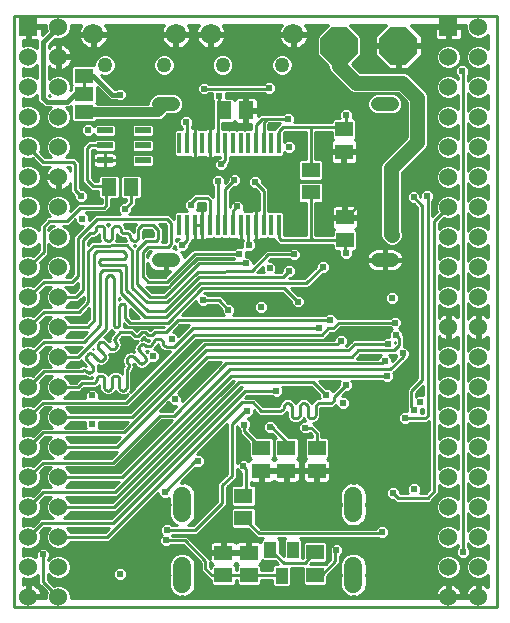
<source format=gbl>
G75*
%MOIN*%
%OFA0B0*%
%FSLAX25Y25*%
%IPPOS*%
%LPD*%
%AMOC8*
5,1,8,0,0,1.08239X$1,22.5*
%
%ADD10C,0.01000*%
%ADD11C,0.06000*%
%ADD12R,0.06000X0.06000*%
%ADD13R,0.05236X0.02087*%
%ADD14R,0.05118X0.05906*%
%ADD15C,0.06791*%
%ADD16C,0.05020*%
%ADD17C,0.04724*%
%ADD18R,0.06300X0.04600*%
%ADD19OC8,0.12500*%
%ADD20R,0.01370X0.07087*%
%ADD21C,0.05900*%
%ADD22C,0.00000*%
%ADD23R,0.05906X0.05118*%
%ADD24R,0.03937X0.05512*%
%ADD25R,0.06299X0.05118*%
%ADD26C,0.02400*%
%ADD27C,0.03200*%
%ADD28C,0.05000*%
%ADD29C,0.01600*%
D10*
X0019033Y0019923D02*
X0019033Y0216673D01*
X0180033Y0216673D01*
X0180033Y0019923D01*
X0019033Y0019923D01*
X0023455Y0023659D02*
X0023455Y0027636D01*
X0022901Y0027548D01*
X0022227Y0027329D01*
X0022033Y0027230D01*
X0022033Y0029517D01*
X0023139Y0029059D01*
X0024770Y0029059D01*
X0026277Y0029683D01*
X0027233Y0030639D01*
X0027233Y0027617D01*
X0028171Y0026680D01*
X0030154Y0024697D01*
X0029855Y0023974D01*
X0029855Y0022923D01*
X0024455Y0022923D01*
X0024455Y0023659D01*
X0028431Y0023659D01*
X0028344Y0024213D01*
X0028125Y0024886D01*
X0027803Y0025517D01*
X0027387Y0026090D01*
X0026886Y0026591D01*
X0026313Y0027008D01*
X0025682Y0027329D01*
X0025008Y0027548D01*
X0024455Y0027636D01*
X0024455Y0023659D01*
X0023455Y0023659D01*
X0023455Y0023917D02*
X0024455Y0023917D01*
X0024455Y0024915D02*
X0023455Y0024915D01*
X0023455Y0025914D02*
X0024455Y0025914D01*
X0024455Y0026912D02*
X0023455Y0026912D01*
X0022033Y0027911D02*
X0027233Y0027911D01*
X0027233Y0028909D02*
X0022033Y0028909D01*
X0026502Y0029908D02*
X0027233Y0029908D01*
X0028833Y0028280D02*
X0028833Y0037323D01*
X0027152Y0038894D02*
X0022033Y0038894D01*
X0022033Y0039517D02*
X0023139Y0039059D01*
X0024770Y0039059D01*
X0026277Y0039683D01*
X0027430Y0040836D01*
X0028055Y0042343D01*
X0028055Y0043974D01*
X0027755Y0044697D01*
X0029281Y0046223D01*
X0031220Y0046223D01*
X0030479Y0045481D01*
X0029855Y0043974D01*
X0029855Y0042343D01*
X0030479Y0040836D01*
X0031632Y0039683D01*
X0033139Y0039059D01*
X0034770Y0039059D01*
X0036277Y0039683D01*
X0037430Y0040836D01*
X0037730Y0041559D01*
X0050832Y0041559D01*
X0067033Y0057760D01*
X0067033Y0057170D01*
X0068381Y0055823D01*
X0070286Y0055823D01*
X0070740Y0056277D01*
X0070740Y0054407D01*
X0070918Y0054407D01*
X0070918Y0054352D01*
X0071056Y0054021D01*
X0070918Y0053690D01*
X0070918Y0053635D01*
X0070740Y0053635D01*
X0070740Y0050721D01*
X0070850Y0050029D01*
X0071066Y0049363D01*
X0071384Y0048739D01*
X0071796Y0048172D01*
X0072291Y0047677D01*
X0072858Y0047265D01*
X0073334Y0047023D01*
X0071886Y0047023D01*
X0071186Y0047723D01*
X0069281Y0047723D01*
X0067933Y0046375D01*
X0067933Y0044470D01*
X0068531Y0043873D01*
X0067633Y0042975D01*
X0067633Y0041070D01*
X0068981Y0039723D01*
X0070886Y0039723D01*
X0071586Y0040423D01*
X0075371Y0040423D01*
X0081333Y0034460D01*
X0081333Y0031960D01*
X0082271Y0031023D01*
X0084511Y0028782D01*
X0084881Y0028782D01*
X0084881Y0027368D01*
X0085525Y0026723D01*
X0092342Y0026723D01*
X0092986Y0027368D01*
X0092986Y0028782D01*
X0093381Y0028782D01*
X0093381Y0027368D01*
X0094025Y0026723D01*
X0100842Y0026723D01*
X0101486Y0027368D01*
X0101486Y0028782D01*
X0105265Y0028782D01*
X0105265Y0027080D01*
X0105909Y0026436D01*
X0110757Y0026436D01*
X0111402Y0027080D01*
X0111402Y0032923D01*
X0115481Y0032923D01*
X0115481Y0027568D01*
X0116125Y0026923D01*
X0122942Y0026923D01*
X0123586Y0027568D01*
X0123586Y0030113D01*
X0126896Y0033423D01*
X0127833Y0034360D01*
X0127833Y0036870D01*
X0128933Y0037970D01*
X0128933Y0039875D01*
X0127586Y0041223D01*
X0125681Y0041223D01*
X0124333Y0039875D01*
X0124333Y0037970D01*
X0124633Y0037670D01*
X0124633Y0035685D01*
X0123066Y0034118D01*
X0122942Y0034241D01*
X0117975Y0034241D01*
X0118137Y0034404D01*
X0122942Y0034404D01*
X0123586Y0035048D01*
X0123586Y0041077D01*
X0122942Y0041722D01*
X0116125Y0041722D01*
X0115481Y0041077D01*
X0115481Y0036273D01*
X0115330Y0036123D01*
X0115142Y0036123D01*
X0115142Y0042165D01*
X0114584Y0042723D01*
X0140681Y0042723D01*
X0140781Y0042623D01*
X0142686Y0042623D01*
X0144033Y0043970D01*
X0144033Y0045875D01*
X0142686Y0047223D01*
X0140781Y0047223D01*
X0139481Y0045923D01*
X0101456Y0045923D01*
X0099686Y0047692D01*
X0099686Y0052497D01*
X0099042Y0053141D01*
X0092225Y0053141D01*
X0091581Y0052497D01*
X0091581Y0046468D01*
X0092225Y0045823D01*
X0097030Y0045823D01*
X0099193Y0043660D01*
X0100130Y0042723D01*
X0102082Y0042723D01*
X0101525Y0042165D01*
X0101525Y0041404D01*
X0101307Y0041622D01*
X0100965Y0041820D01*
X0100584Y0041922D01*
X0097933Y0041922D01*
X0097933Y0038363D01*
X0096933Y0038363D01*
X0096933Y0041922D01*
X0094283Y0041922D01*
X0093902Y0041820D01*
X0093560Y0041622D01*
X0093280Y0041343D01*
X0093183Y0041175D01*
X0093086Y0041343D01*
X0092807Y0041622D01*
X0092465Y0041820D01*
X0092084Y0041922D01*
X0089433Y0041922D01*
X0089433Y0038363D01*
X0088433Y0038363D01*
X0088433Y0037363D01*
X0084481Y0037363D01*
X0084481Y0035838D01*
X0077633Y0042685D01*
X0076696Y0043623D01*
X0071686Y0043623D01*
X0071886Y0043823D01*
X0080196Y0043823D01*
X0081133Y0044760D01*
X0089196Y0052823D01*
X0090133Y0053760D01*
X0090133Y0059660D01*
X0093433Y0062960D01*
X0093433Y0065670D01*
X0094681Y0064423D01*
X0094833Y0064423D01*
X0094833Y0060622D01*
X0092225Y0060622D01*
X0091581Y0059977D01*
X0091581Y0053948D01*
X0092225Y0053304D01*
X0099042Y0053304D01*
X0099686Y0053948D01*
X0099686Y0059977D01*
X0099042Y0060622D01*
X0098033Y0060622D01*
X0098033Y0061365D01*
X0098102Y0061326D01*
X0098483Y0061223D01*
X0101133Y0061223D01*
X0101133Y0064782D01*
X0102133Y0064782D01*
X0102133Y0061223D01*
X0104784Y0061223D01*
X0105165Y0061326D01*
X0105507Y0061523D01*
X0105783Y0061799D01*
X0106060Y0061523D01*
X0106402Y0061326D01*
X0106783Y0061223D01*
X0109433Y0061223D01*
X0109433Y0064782D01*
X0110433Y0064782D01*
X0110433Y0061223D01*
X0113084Y0061223D01*
X0113465Y0061326D01*
X0113807Y0061523D01*
X0114086Y0061802D01*
X0114284Y0062144D01*
X0114386Y0062526D01*
X0114386Y0064782D01*
X0110433Y0064782D01*
X0110433Y0065782D01*
X0114386Y0065782D01*
X0114386Y0068039D01*
X0114284Y0068420D01*
X0114086Y0068762D01*
X0113807Y0069042D01*
X0113473Y0069235D01*
X0113986Y0069748D01*
X0113986Y0075777D01*
X0113342Y0076422D01*
X0110697Y0076422D01*
X0106733Y0080385D01*
X0106733Y0080675D01*
X0105386Y0082023D01*
X0103481Y0082023D01*
X0102133Y0080675D01*
X0102133Y0078770D01*
X0103481Y0077423D01*
X0105171Y0077423D01*
X0106348Y0076245D01*
X0105881Y0075777D01*
X0105881Y0069748D01*
X0106394Y0069235D01*
X0106060Y0069042D01*
X0105783Y0068766D01*
X0105507Y0069042D01*
X0105173Y0069235D01*
X0105686Y0069748D01*
X0105686Y0075777D01*
X0105042Y0076422D01*
X0100237Y0076422D01*
X0097611Y0079048D01*
X0098233Y0079670D01*
X0098233Y0081575D01*
X0096986Y0082823D01*
X0097886Y0082823D01*
X0099233Y0084170D01*
X0099233Y0085360D01*
X0100971Y0083623D01*
X0108597Y0083623D01*
X0109920Y0084386D01*
X0110135Y0084758D01*
X0110135Y0083209D01*
X0110898Y0081886D01*
X0112221Y0081123D01*
X0113899Y0081123D01*
X0115222Y0081886D01*
X0115222Y0081886D01*
X0115711Y0082734D01*
X0116180Y0081923D01*
X0115281Y0081923D01*
X0113933Y0080575D01*
X0113933Y0078670D01*
X0115281Y0077323D01*
X0117186Y0077323D01*
X0117678Y0077815D01*
X0118433Y0077060D01*
X0118433Y0076322D01*
X0116625Y0076322D01*
X0115981Y0075677D01*
X0115981Y0069648D01*
X0116494Y0069135D01*
X0116160Y0068942D01*
X0115880Y0068662D01*
X0115683Y0068320D01*
X0115581Y0067939D01*
X0115581Y0065682D01*
X0119533Y0065682D01*
X0119533Y0064682D01*
X0120533Y0064682D01*
X0120533Y0061123D01*
X0123184Y0061123D01*
X0123565Y0061226D01*
X0123907Y0061423D01*
X0124186Y0061702D01*
X0124384Y0062044D01*
X0124486Y0062426D01*
X0124486Y0064682D01*
X0120533Y0064682D01*
X0120533Y0065682D01*
X0124486Y0065682D01*
X0124486Y0067939D01*
X0124384Y0068320D01*
X0124186Y0068662D01*
X0123907Y0068942D01*
X0123573Y0069135D01*
X0124086Y0069648D01*
X0124086Y0075677D01*
X0123442Y0076322D01*
X0121633Y0076322D01*
X0121633Y0078385D01*
X0119733Y0080285D01*
X0118896Y0081123D01*
X0119202Y0081123D01*
X0120525Y0081886D01*
X0120525Y0081886D01*
X0120525Y0081886D01*
X0121288Y0083209D01*
X0121288Y0086123D01*
X0125596Y0086123D01*
X0126496Y0087023D01*
X0126633Y0087160D01*
X0126633Y0086970D01*
X0127981Y0085623D01*
X0129886Y0085623D01*
X0131233Y0086970D01*
X0131233Y0088875D01*
X0129886Y0090223D01*
X0128396Y0090223D01*
X0129696Y0091523D01*
X0130686Y0091523D01*
X0132033Y0092870D01*
X0132033Y0094775D01*
X0131586Y0095223D01*
X0141681Y0095223D01*
X0142481Y0094423D01*
X0144386Y0094423D01*
X0145733Y0095770D01*
X0145733Y0097675D01*
X0145641Y0097768D01*
X0149496Y0101623D01*
X0150433Y0102560D01*
X0150433Y0102670D01*
X0151133Y0103370D01*
X0151133Y0105275D01*
X0149786Y0106623D01*
X0149233Y0106623D01*
X0149233Y0110085D01*
X0148833Y0110485D01*
X0148833Y0111475D01*
X0147586Y0112723D01*
X0148533Y0113670D01*
X0148533Y0115575D01*
X0147186Y0116923D01*
X0145281Y0116923D01*
X0144581Y0116223D01*
X0126833Y0116223D01*
X0126833Y0116475D01*
X0125486Y0117823D01*
X0123581Y0117823D01*
X0122881Y0117123D01*
X0092185Y0117123D01*
X0092933Y0117870D01*
X0092933Y0119775D01*
X0091585Y0121123D01*
X0090595Y0121123D01*
X0087995Y0123723D01*
X0083686Y0123723D01*
X0082986Y0124423D01*
X0082396Y0124423D01*
X0082496Y0124523D01*
X0108571Y0124523D01*
X0111433Y0121660D01*
X0111433Y0120670D01*
X0112781Y0119323D01*
X0114686Y0119323D01*
X0116033Y0120670D01*
X0116033Y0122575D01*
X0114686Y0123923D01*
X0113696Y0123923D01*
X0111396Y0126223D01*
X0117296Y0126223D01*
X0121996Y0130923D01*
X0122986Y0130923D01*
X0124333Y0132270D01*
X0124333Y0134175D01*
X0122986Y0135523D01*
X0121081Y0135523D01*
X0119733Y0134175D01*
X0119733Y0133185D01*
X0115971Y0129423D01*
X0110696Y0129423D01*
X0110896Y0129623D01*
X0111886Y0129623D01*
X0113233Y0130970D01*
X0113233Y0132875D01*
X0111886Y0134223D01*
X0109981Y0134223D01*
X0108633Y0132875D01*
X0108633Y0131885D01*
X0108171Y0131423D01*
X0106186Y0131423D01*
X0106633Y0131870D01*
X0106633Y0133775D01*
X0105286Y0135123D01*
X0103996Y0135123D01*
X0104596Y0135723D01*
X0110881Y0135723D01*
X0111581Y0135023D01*
X0113486Y0135023D01*
X0114833Y0136370D01*
X0114833Y0138275D01*
X0113486Y0139623D01*
X0111581Y0139623D01*
X0110881Y0138923D01*
X0103271Y0138923D01*
X0102333Y0137985D01*
X0098833Y0134485D01*
X0098833Y0135275D01*
X0097486Y0136623D01*
X0096386Y0136623D01*
X0096433Y0136670D01*
X0096433Y0138270D01*
X0096481Y0138223D01*
X0098386Y0138223D01*
X0099733Y0139570D01*
X0099733Y0141475D01*
X0099036Y0142173D01*
X0099797Y0142173D01*
X0099797Y0147216D01*
X0099797Y0147216D01*
X0099797Y0142173D01*
X0100680Y0142173D01*
X0101061Y0142275D01*
X0101403Y0142473D01*
X0101503Y0142573D01*
X0103497Y0142573D01*
X0103636Y0142712D01*
X0103775Y0142573D01*
X0105874Y0142573D01*
X0105874Y0142119D01*
X0106433Y0141560D01*
X0107371Y0140623D01*
X0125381Y0140623D01*
X0125381Y0139168D01*
X0126025Y0138523D01*
X0127433Y0138523D01*
X0127433Y0136770D01*
X0128781Y0135423D01*
X0130686Y0135423D01*
X0132033Y0136770D01*
X0132033Y0138523D01*
X0132842Y0138523D01*
X0133486Y0139168D01*
X0133486Y0145197D01*
X0132973Y0145710D01*
X0133307Y0145903D01*
X0133586Y0146183D01*
X0133784Y0146525D01*
X0133886Y0146906D01*
X0133886Y0149163D01*
X0129933Y0149163D01*
X0129933Y0150163D01*
X0128933Y0150163D01*
X0128933Y0149163D01*
X0124981Y0149163D01*
X0124981Y0146906D01*
X0125083Y0146525D01*
X0125280Y0146183D01*
X0125560Y0145903D01*
X0125894Y0145710D01*
X0125381Y0145197D01*
X0125381Y0143823D01*
X0119633Y0143823D01*
X0119633Y0154323D01*
X0121639Y0154323D01*
X0122283Y0154968D01*
X0122283Y0160997D01*
X0121639Y0161641D01*
X0114428Y0161641D01*
X0113784Y0160997D01*
X0113784Y0154968D01*
X0114428Y0154323D01*
X0116433Y0154323D01*
X0116433Y0143823D01*
X0109259Y0143823D01*
X0109259Y0151215D01*
X0108615Y0151860D01*
X0106334Y0151860D01*
X0106195Y0151721D01*
X0106056Y0151860D01*
X0103956Y0151860D01*
X0103956Y0159162D01*
X0101733Y0161385D01*
X0101733Y0162375D01*
X0100386Y0163723D01*
X0098481Y0163723D01*
X0097133Y0162375D01*
X0097133Y0160470D01*
X0098481Y0159123D01*
X0099471Y0159123D01*
X0100756Y0157837D01*
X0100756Y0152239D01*
X0100680Y0152260D01*
X0099797Y0152260D01*
X0098915Y0152260D01*
X0098533Y0152157D01*
X0098191Y0151960D01*
X0098091Y0151860D01*
X0096385Y0151860D01*
X0096285Y0151960D01*
X0095943Y0152157D01*
X0095689Y0152225D01*
X0095833Y0152370D01*
X0095833Y0154275D01*
X0094486Y0155623D01*
X0092581Y0155623D01*
X0091233Y0154275D01*
X0091233Y0153285D01*
X0091161Y0153213D01*
X0091161Y0158387D01*
X0092596Y0159823D01*
X0093586Y0159823D01*
X0094933Y0161170D01*
X0094933Y0163075D01*
X0093586Y0164423D01*
X0091681Y0164423D01*
X0090333Y0163075D01*
X0090333Y0162085D01*
X0089333Y0161085D01*
X0089333Y0162775D01*
X0087986Y0164123D01*
X0086081Y0164123D01*
X0084733Y0162775D01*
X0084733Y0160870D01*
X0085402Y0160201D01*
X0085402Y0156617D01*
X0085233Y0156785D01*
X0084296Y0157723D01*
X0079171Y0157723D01*
X0077571Y0156123D01*
X0077471Y0156023D01*
X0077281Y0156023D01*
X0075933Y0154675D01*
X0075933Y0152770D01*
X0076844Y0151860D01*
X0075625Y0151860D01*
X0075486Y0151721D01*
X0075347Y0151860D01*
X0073066Y0151860D01*
X0072422Y0151215D01*
X0072422Y0149197D01*
X0072196Y0149423D01*
X0070896Y0150723D01*
X0057486Y0150723D01*
X0058333Y0151570D01*
X0058333Y0152560D01*
X0059823Y0154050D01*
X0059823Y0155770D01*
X0061238Y0155770D01*
X0061883Y0156414D01*
X0061883Y0163231D01*
X0061238Y0163875D01*
X0055209Y0163875D01*
X0054564Y0163231D01*
X0054564Y0156414D01*
X0055209Y0155770D01*
X0056623Y0155770D01*
X0056623Y0155375D01*
X0056071Y0154823D01*
X0055081Y0154823D01*
X0053733Y0153475D01*
X0053733Y0151570D01*
X0054581Y0150723D01*
X0046071Y0150723D01*
X0045133Y0149785D01*
X0044233Y0148885D01*
X0044233Y0150175D01*
X0043086Y0151323D01*
X0049696Y0151323D01*
X0050596Y0152223D01*
X0051533Y0153160D01*
X0051533Y0155770D01*
X0053758Y0155770D01*
X0054402Y0156414D01*
X0054402Y0163231D01*
X0053758Y0163875D01*
X0047728Y0163875D01*
X0047084Y0163231D01*
X0047084Y0161723D01*
X0046096Y0161723D01*
X0045133Y0162685D01*
X0045133Y0172060D01*
X0045246Y0172173D01*
X0045816Y0172173D01*
X0046360Y0171629D01*
X0052507Y0171629D01*
X0053151Y0172274D01*
X0053151Y0175272D01*
X0052507Y0175916D01*
X0046360Y0175916D01*
X0045816Y0175373D01*
X0043921Y0175373D01*
X0042871Y0174323D01*
X0041933Y0173385D01*
X0041933Y0161360D01*
X0043833Y0159460D01*
X0044771Y0158523D01*
X0047084Y0158523D01*
X0047084Y0156414D01*
X0047728Y0155770D01*
X0048333Y0155770D01*
X0048333Y0154523D01*
X0040471Y0154523D01*
X0039533Y0153585D01*
X0037887Y0151939D01*
X0038055Y0152343D01*
X0038055Y0153974D01*
X0037430Y0155481D01*
X0036277Y0156635D01*
X0034770Y0157259D01*
X0033139Y0157259D01*
X0031632Y0156635D01*
X0030479Y0155481D01*
X0029855Y0153974D01*
X0029855Y0152343D01*
X0030479Y0150836D01*
X0031193Y0150123D01*
X0030271Y0150123D01*
X0029333Y0149185D01*
X0027418Y0147270D01*
X0027418Y0145493D01*
X0026277Y0146635D01*
X0024770Y0147259D01*
X0023139Y0147259D01*
X0022033Y0146801D01*
X0022033Y0149517D01*
X0023139Y0149059D01*
X0024770Y0149059D01*
X0026277Y0149683D01*
X0027430Y0150836D01*
X0028055Y0152343D01*
X0028055Y0153974D01*
X0027430Y0155481D01*
X0026277Y0156635D01*
X0024770Y0157259D01*
X0023139Y0157259D01*
X0022033Y0156801D01*
X0022033Y0159517D01*
X0023139Y0159059D01*
X0024770Y0159059D01*
X0026277Y0159683D01*
X0027430Y0160836D01*
X0028055Y0162343D01*
X0028055Y0163974D01*
X0027430Y0165481D01*
X0026277Y0166635D01*
X0024770Y0167259D01*
X0023139Y0167259D01*
X0022033Y0166801D01*
X0022033Y0169517D01*
X0023139Y0169059D01*
X0024770Y0169059D01*
X0025493Y0169358D01*
X0028228Y0166623D01*
X0031066Y0166623D01*
X0031023Y0166591D01*
X0030522Y0166090D01*
X0030106Y0165517D01*
X0029784Y0164886D01*
X0029565Y0164213D01*
X0029478Y0163659D01*
X0033455Y0163659D01*
X0033455Y0162659D01*
X0034455Y0162659D01*
X0034455Y0158682D01*
X0035008Y0158770D01*
X0035682Y0158988D01*
X0036313Y0159310D01*
X0036886Y0159726D01*
X0037387Y0160227D01*
X0037803Y0160800D01*
X0037933Y0161055D01*
X0037933Y0158160D01*
X0039133Y0156960D01*
X0039133Y0155970D01*
X0040481Y0154623D01*
X0042386Y0154623D01*
X0043733Y0155970D01*
X0043733Y0157875D01*
X0042386Y0159223D01*
X0041396Y0159223D01*
X0041133Y0159485D01*
X0041133Y0168085D01*
X0040196Y0169023D01*
X0039396Y0169823D01*
X0036417Y0169823D01*
X0037430Y0170836D01*
X0038055Y0172343D01*
X0038055Y0173974D01*
X0037430Y0175481D01*
X0036277Y0176635D01*
X0034770Y0177259D01*
X0033139Y0177259D01*
X0031632Y0176635D01*
X0030479Y0175481D01*
X0029855Y0173974D01*
X0029855Y0172343D01*
X0030479Y0170836D01*
X0031493Y0169823D01*
X0029554Y0169823D01*
X0027755Y0171621D01*
X0028055Y0172343D01*
X0028055Y0173974D01*
X0027430Y0175481D01*
X0026277Y0176635D01*
X0024770Y0177259D01*
X0023139Y0177259D01*
X0022033Y0176801D01*
X0022033Y0179517D01*
X0023139Y0179059D01*
X0024770Y0179059D01*
X0026277Y0179683D01*
X0027430Y0180836D01*
X0028055Y0182343D01*
X0028055Y0183974D01*
X0027430Y0185481D01*
X0026277Y0186635D01*
X0024770Y0187259D01*
X0023139Y0187259D01*
X0022033Y0186801D01*
X0022033Y0189517D01*
X0023139Y0189059D01*
X0024770Y0189059D01*
X0026277Y0189683D01*
X0026933Y0190339D01*
X0026933Y0188636D01*
X0028046Y0187523D01*
X0029246Y0186323D01*
X0031320Y0186323D01*
X0030479Y0185481D01*
X0029855Y0183974D01*
X0029855Y0182343D01*
X0030479Y0180836D01*
X0031632Y0179683D01*
X0033139Y0179059D01*
X0034770Y0179059D01*
X0036277Y0179683D01*
X0037430Y0180836D01*
X0038055Y0182343D01*
X0038055Y0183974D01*
X0037430Y0185481D01*
X0036589Y0186323D01*
X0037620Y0186323D01*
X0038183Y0186886D01*
X0038183Y0182167D01*
X0038828Y0181523D01*
X0046039Y0181523D01*
X0046683Y0182167D01*
X0046683Y0182223D01*
X0067670Y0182223D01*
X0068663Y0182634D01*
X0070089Y0184060D01*
X0072784Y0184060D01*
X0074057Y0184587D01*
X0075031Y0185561D01*
X0075558Y0186834D01*
X0075558Y0188211D01*
X0075031Y0189484D01*
X0074057Y0190458D01*
X0072784Y0190985D01*
X0066682Y0190985D01*
X0065410Y0190458D01*
X0064436Y0189484D01*
X0063909Y0188211D01*
X0063909Y0187623D01*
X0046683Y0187623D01*
X0046683Y0187678D01*
X0046439Y0187923D01*
X0046683Y0188167D01*
X0046683Y0193186D01*
X0050033Y0189836D01*
X0051146Y0188723D01*
X0053081Y0188723D01*
X0053481Y0188323D01*
X0055386Y0188323D01*
X0056733Y0189670D01*
X0056733Y0191575D01*
X0055386Y0192923D01*
X0053481Y0192923D01*
X0053081Y0192523D01*
X0052720Y0192523D01*
X0048121Y0197122D01*
X0048773Y0196852D01*
X0050209Y0196852D01*
X0051536Y0197402D01*
X0052551Y0198417D01*
X0053101Y0199744D01*
X0053101Y0201180D01*
X0052551Y0202507D01*
X0051536Y0203522D01*
X0050209Y0204072D01*
X0048773Y0204072D01*
X0047446Y0203522D01*
X0046431Y0202507D01*
X0045881Y0201180D01*
X0045881Y0200323D01*
X0038828Y0200323D01*
X0038183Y0199678D01*
X0038183Y0194167D01*
X0038428Y0193923D01*
X0038183Y0193678D01*
X0038183Y0192260D01*
X0037904Y0191981D01*
X0038055Y0192343D01*
X0038055Y0193974D01*
X0037430Y0195481D01*
X0036277Y0196635D01*
X0034770Y0197259D01*
X0033139Y0197259D01*
X0031632Y0196635D01*
X0030733Y0195736D01*
X0030733Y0200016D01*
X0031023Y0199726D01*
X0031596Y0199310D01*
X0032227Y0198988D01*
X0032901Y0198770D01*
X0033455Y0198682D01*
X0033455Y0202659D01*
X0034455Y0202659D01*
X0034455Y0203659D01*
X0038431Y0203659D01*
X0038344Y0204213D01*
X0038125Y0204886D01*
X0037803Y0205517D01*
X0037387Y0206090D01*
X0036886Y0206591D01*
X0036313Y0207008D01*
X0035682Y0207329D01*
X0035008Y0207548D01*
X0034455Y0207636D01*
X0034455Y0203659D01*
X0033455Y0203659D01*
X0033455Y0207636D01*
X0032901Y0207548D01*
X0032227Y0207329D01*
X0031596Y0207008D01*
X0031023Y0206591D01*
X0030733Y0206301D01*
X0030733Y0207251D01*
X0032717Y0209234D01*
X0033139Y0209059D01*
X0034770Y0209059D01*
X0036277Y0209683D01*
X0037430Y0210836D01*
X0038055Y0212343D01*
X0038055Y0213673D01*
X0041592Y0213673D01*
X0041367Y0213362D01*
X0041017Y0212676D01*
X0040779Y0211943D01*
X0040676Y0211297D01*
X0045054Y0211297D01*
X0045054Y0210297D01*
X0040676Y0210297D01*
X0040779Y0209650D01*
X0041017Y0208917D01*
X0041367Y0208231D01*
X0041820Y0207607D01*
X0042364Y0207062D01*
X0042988Y0206609D01*
X0043675Y0206260D01*
X0044407Y0206021D01*
X0045054Y0205919D01*
X0045054Y0210297D01*
X0046054Y0210297D01*
X0046054Y0211297D01*
X0050431Y0211297D01*
X0050329Y0211943D01*
X0050091Y0212676D01*
X0049741Y0213362D01*
X0049516Y0213673D01*
X0069151Y0213673D01*
X0068926Y0213362D01*
X0068576Y0212676D01*
X0068338Y0211943D01*
X0068235Y0211297D01*
X0072613Y0211297D01*
X0072613Y0210297D01*
X0068235Y0210297D01*
X0068338Y0209650D01*
X0068576Y0208917D01*
X0068926Y0208231D01*
X0069379Y0207607D01*
X0069924Y0207062D01*
X0070547Y0206609D01*
X0071234Y0206260D01*
X0071966Y0206021D01*
X0072613Y0205919D01*
X0072613Y0210297D01*
X0073613Y0210297D01*
X0073613Y0211297D01*
X0077990Y0211297D01*
X0077888Y0211943D01*
X0077650Y0212676D01*
X0077300Y0213362D01*
X0077075Y0213673D01*
X0080792Y0213673D01*
X0080567Y0213362D01*
X0080217Y0212676D01*
X0079979Y0211943D01*
X0079876Y0211297D01*
X0084254Y0211297D01*
X0084254Y0210297D01*
X0079876Y0210297D01*
X0079979Y0209650D01*
X0080217Y0208917D01*
X0080567Y0208231D01*
X0081020Y0207607D01*
X0081564Y0207062D01*
X0082188Y0206609D01*
X0082875Y0206260D01*
X0083607Y0206021D01*
X0084254Y0205919D01*
X0084254Y0210297D01*
X0085254Y0210297D01*
X0085254Y0211297D01*
X0089631Y0211297D01*
X0089529Y0211943D01*
X0089291Y0212676D01*
X0088941Y0213362D01*
X0088716Y0213673D01*
X0108351Y0213673D01*
X0108126Y0213362D01*
X0107776Y0212676D01*
X0107538Y0211943D01*
X0107435Y0211297D01*
X0111813Y0211297D01*
X0111813Y0210297D01*
X0107435Y0210297D01*
X0107538Y0209650D01*
X0107776Y0208917D01*
X0108126Y0208231D01*
X0108579Y0207607D01*
X0109124Y0207062D01*
X0109747Y0206609D01*
X0110434Y0206260D01*
X0111166Y0206021D01*
X0111813Y0205919D01*
X0111813Y0210297D01*
X0112813Y0210297D01*
X0112813Y0211297D01*
X0117190Y0211297D01*
X0117088Y0211943D01*
X0116850Y0212676D01*
X0116500Y0213362D01*
X0116275Y0213673D01*
X0123932Y0213673D01*
X0120227Y0209967D01*
X0120227Y0203878D01*
X0123977Y0200128D01*
X0123977Y0199463D01*
X0124525Y0198140D01*
X0130081Y0192583D01*
X0131094Y0191571D01*
X0132417Y0191023D01*
X0147042Y0191023D01*
X0150033Y0188031D01*
X0150033Y0176314D01*
X0142794Y0169074D01*
X0141781Y0168062D01*
X0141233Y0166739D01*
X0141233Y0143406D01*
X0141781Y0142083D01*
X0143094Y0140771D01*
X0144417Y0140223D01*
X0145849Y0140223D01*
X0147173Y0140771D01*
X0148185Y0141783D01*
X0148733Y0143106D01*
X0148733Y0144539D01*
X0148433Y0145263D01*
X0148433Y0164531D01*
X0156685Y0172783D01*
X0157233Y0174106D01*
X0157233Y0190239D01*
X0156685Y0191562D01*
X0155673Y0192574D01*
X0150573Y0197674D01*
X0149249Y0198223D01*
X0134624Y0198223D01*
X0131948Y0200899D01*
X0134927Y0203878D01*
X0134927Y0209967D01*
X0131221Y0213673D01*
X0143052Y0213673D01*
X0139512Y0210133D01*
X0139512Y0207423D01*
X0146762Y0207423D01*
X0146762Y0206423D01*
X0139512Y0206423D01*
X0139512Y0203712D01*
X0144052Y0199173D01*
X0146762Y0199173D01*
X0146762Y0206423D01*
X0147762Y0206423D01*
X0147762Y0207423D01*
X0155012Y0207423D01*
X0155012Y0210133D01*
X0151472Y0213673D01*
X0159455Y0213673D01*
X0159455Y0213659D01*
X0163455Y0213659D01*
X0163455Y0212659D01*
X0164455Y0212659D01*
X0164455Y0213659D01*
X0168455Y0213659D01*
X0168455Y0213673D01*
X0169855Y0213673D01*
X0169855Y0212343D01*
X0170479Y0210836D01*
X0171632Y0209683D01*
X0173139Y0209059D01*
X0174770Y0209059D01*
X0176277Y0209683D01*
X0177033Y0210439D01*
X0177033Y0205878D01*
X0176277Y0206635D01*
X0174770Y0207259D01*
X0173139Y0207259D01*
X0171632Y0206635D01*
X0170479Y0205481D01*
X0169855Y0203974D01*
X0169855Y0202343D01*
X0170479Y0200836D01*
X0171632Y0199683D01*
X0173139Y0199059D01*
X0174770Y0199059D01*
X0176277Y0199683D01*
X0177033Y0200439D01*
X0177033Y0195878D01*
X0176277Y0196635D01*
X0174770Y0197259D01*
X0173139Y0197259D01*
X0171632Y0196635D01*
X0170479Y0195481D01*
X0170333Y0195130D01*
X0170333Y0197070D01*
X0170733Y0197470D01*
X0170733Y0199375D01*
X0169386Y0200723D01*
X0167481Y0200723D01*
X0166133Y0199375D01*
X0166133Y0197470D01*
X0167133Y0196470D01*
X0167133Y0195778D01*
X0166277Y0196635D01*
X0164770Y0197259D01*
X0163139Y0197259D01*
X0161632Y0196635D01*
X0160479Y0195481D01*
X0159855Y0193974D01*
X0159855Y0192343D01*
X0160479Y0190836D01*
X0161632Y0189683D01*
X0163139Y0189059D01*
X0164770Y0189059D01*
X0166277Y0189683D01*
X0167133Y0190539D01*
X0167133Y0185778D01*
X0166277Y0186635D01*
X0164770Y0187259D01*
X0163139Y0187259D01*
X0161632Y0186635D01*
X0160479Y0185481D01*
X0159855Y0183974D01*
X0159855Y0182343D01*
X0160479Y0180836D01*
X0161632Y0179683D01*
X0163139Y0179059D01*
X0164770Y0179059D01*
X0166277Y0179683D01*
X0167133Y0180539D01*
X0167133Y0175778D01*
X0166277Y0176635D01*
X0164770Y0177259D01*
X0163139Y0177259D01*
X0161632Y0176635D01*
X0160479Y0175481D01*
X0159855Y0173974D01*
X0159855Y0172343D01*
X0160479Y0170836D01*
X0161632Y0169683D01*
X0163139Y0169059D01*
X0164770Y0169059D01*
X0166277Y0169683D01*
X0167133Y0170539D01*
X0167133Y0165778D01*
X0166277Y0166635D01*
X0164770Y0167259D01*
X0163139Y0167259D01*
X0161632Y0166635D01*
X0160479Y0165481D01*
X0159855Y0163974D01*
X0159855Y0162343D01*
X0160479Y0160836D01*
X0161632Y0159683D01*
X0163139Y0159059D01*
X0164770Y0159059D01*
X0166277Y0159683D01*
X0167133Y0160539D01*
X0167133Y0155778D01*
X0166277Y0156635D01*
X0164770Y0157259D01*
X0163139Y0157259D01*
X0161632Y0156635D01*
X0160479Y0155481D01*
X0159855Y0153974D01*
X0159855Y0152343D01*
X0160154Y0151621D01*
X0158633Y0150100D01*
X0158633Y0155270D01*
X0159233Y0155870D01*
X0159233Y0157775D01*
X0157886Y0159123D01*
X0155981Y0159123D01*
X0154633Y0157775D01*
X0154633Y0156385D01*
X0154633Y0156385D01*
X0154633Y0157375D01*
X0153286Y0158723D01*
X0151381Y0158723D01*
X0150033Y0157375D01*
X0150033Y0155470D01*
X0151381Y0154123D01*
X0152371Y0154123D01*
X0153533Y0152960D01*
X0153533Y0096085D01*
X0150033Y0092585D01*
X0150033Y0085660D01*
X0150233Y0085460D01*
X0150233Y0085023D01*
X0148581Y0085023D01*
X0147233Y0083675D01*
X0147233Y0081770D01*
X0148581Y0080423D01*
X0150486Y0080423D01*
X0151186Y0081123D01*
X0156896Y0081123D01*
X0157533Y0081760D01*
X0157533Y0058985D01*
X0156371Y0057823D01*
X0154386Y0057823D01*
X0154733Y0058170D01*
X0154733Y0060075D01*
X0153386Y0061423D01*
X0151481Y0061423D01*
X0150133Y0060075D01*
X0150133Y0058170D01*
X0150481Y0057823D01*
X0147833Y0057823D01*
X0147833Y0058775D01*
X0146486Y0060123D01*
X0144581Y0060123D01*
X0143233Y0058775D01*
X0143233Y0056870D01*
X0144581Y0055523D01*
X0145571Y0055523D01*
X0146471Y0054623D01*
X0157696Y0054623D01*
X0158633Y0055560D01*
X0159796Y0056723D01*
X0160733Y0057660D01*
X0160733Y0060582D01*
X0161632Y0059683D01*
X0163139Y0059059D01*
X0164770Y0059059D01*
X0166277Y0059683D01*
X0167133Y0060539D01*
X0167133Y0055778D01*
X0166277Y0056635D01*
X0164770Y0057259D01*
X0163139Y0057259D01*
X0161632Y0056635D01*
X0160479Y0055481D01*
X0159855Y0053974D01*
X0159855Y0052343D01*
X0160479Y0050836D01*
X0161632Y0049683D01*
X0163139Y0049059D01*
X0164770Y0049059D01*
X0166277Y0049683D01*
X0167133Y0050539D01*
X0167133Y0045778D01*
X0166277Y0046635D01*
X0164770Y0047259D01*
X0163139Y0047259D01*
X0161632Y0046635D01*
X0160479Y0045481D01*
X0159855Y0043974D01*
X0159855Y0042343D01*
X0160479Y0040836D01*
X0161632Y0039683D01*
X0163139Y0039059D01*
X0164770Y0039059D01*
X0166277Y0039683D01*
X0167133Y0040539D01*
X0167133Y0039875D01*
X0166433Y0039175D01*
X0166433Y0037270D01*
X0167781Y0035923D01*
X0169686Y0035923D01*
X0171033Y0037270D01*
X0171033Y0039175D01*
X0170333Y0039875D01*
X0170333Y0041188D01*
X0170479Y0040836D01*
X0171632Y0039683D01*
X0173139Y0039059D01*
X0174770Y0039059D01*
X0176277Y0039683D01*
X0177033Y0040439D01*
X0177033Y0035878D01*
X0176277Y0036635D01*
X0174770Y0037259D01*
X0173139Y0037259D01*
X0171632Y0036635D01*
X0170479Y0035481D01*
X0169855Y0033974D01*
X0169855Y0032343D01*
X0170479Y0030836D01*
X0171632Y0029683D01*
X0173139Y0029059D01*
X0174770Y0029059D01*
X0176277Y0029683D01*
X0177033Y0030439D01*
X0177033Y0026444D01*
X0176886Y0026591D01*
X0176313Y0027008D01*
X0175682Y0027329D01*
X0175008Y0027548D01*
X0174455Y0027636D01*
X0174455Y0023659D01*
X0173455Y0023659D01*
X0173455Y0027636D01*
X0172901Y0027548D01*
X0172227Y0027329D01*
X0171596Y0027008D01*
X0171023Y0026591D01*
X0170522Y0026090D01*
X0170106Y0025517D01*
X0169784Y0024886D01*
X0169565Y0024213D01*
X0169478Y0023659D01*
X0173455Y0023659D01*
X0173455Y0022923D01*
X0164455Y0022923D01*
X0164455Y0023659D01*
X0168431Y0023659D01*
X0168344Y0024213D01*
X0168125Y0024886D01*
X0167803Y0025517D01*
X0167387Y0026090D01*
X0166886Y0026591D01*
X0166313Y0027008D01*
X0165682Y0027329D01*
X0165008Y0027548D01*
X0164455Y0027636D01*
X0164455Y0023659D01*
X0163455Y0023659D01*
X0163455Y0027636D01*
X0162901Y0027548D01*
X0162227Y0027329D01*
X0161596Y0027008D01*
X0161023Y0026591D01*
X0160522Y0026090D01*
X0160106Y0025517D01*
X0159784Y0024886D01*
X0159565Y0024213D01*
X0159478Y0023659D01*
X0163455Y0023659D01*
X0163455Y0022923D01*
X0038055Y0022923D01*
X0038055Y0023974D01*
X0037430Y0025481D01*
X0036277Y0026635D01*
X0034770Y0027259D01*
X0033139Y0027259D01*
X0032417Y0026960D01*
X0030433Y0028943D01*
X0030433Y0030946D01*
X0030479Y0030836D01*
X0031632Y0029683D01*
X0033139Y0029059D01*
X0034770Y0029059D01*
X0036277Y0029683D01*
X0037430Y0030836D01*
X0038055Y0032343D01*
X0038055Y0033974D01*
X0037430Y0035481D01*
X0036277Y0036635D01*
X0034770Y0037259D01*
X0033139Y0037259D01*
X0031632Y0036635D01*
X0030479Y0035481D01*
X0030433Y0035371D01*
X0030433Y0035670D01*
X0031133Y0036370D01*
X0031133Y0038275D01*
X0029786Y0039623D01*
X0027881Y0039623D01*
X0026533Y0038275D01*
X0026533Y0036378D01*
X0026277Y0036635D01*
X0024770Y0037259D01*
X0023139Y0037259D01*
X0022033Y0036801D01*
X0022033Y0039517D01*
X0022033Y0037896D02*
X0026533Y0037896D01*
X0026533Y0036897D02*
X0025643Y0036897D01*
X0026487Y0039893D02*
X0031422Y0039893D01*
X0030514Y0038894D02*
X0076899Y0038894D01*
X0076232Y0037847D02*
X0075576Y0037951D01*
X0075576Y0037820D01*
X0074804Y0037820D01*
X0074804Y0037951D01*
X0074148Y0037847D01*
X0073482Y0037630D01*
X0072858Y0037312D01*
X0072291Y0036901D01*
X0071796Y0036405D01*
X0071384Y0035839D01*
X0071066Y0035215D01*
X0070850Y0034548D01*
X0070740Y0033857D01*
X0070740Y0030942D01*
X0070918Y0030942D01*
X0070918Y0030927D01*
X0071056Y0030596D01*
X0070918Y0030264D01*
X0070918Y0030171D01*
X0070740Y0030171D01*
X0070740Y0027256D01*
X0070850Y0026564D01*
X0071066Y0025898D01*
X0071384Y0025274D01*
X0071796Y0024707D01*
X0072291Y0024212D01*
X0072858Y0023800D01*
X0073482Y0023482D01*
X0074148Y0023266D01*
X0074804Y0023162D01*
X0074804Y0023371D01*
X0075576Y0023371D01*
X0075576Y0023162D01*
X0076232Y0023266D01*
X0076898Y0023482D01*
X0077522Y0023800D01*
X0078089Y0024212D01*
X0078584Y0024707D01*
X0078996Y0025274D01*
X0079314Y0025898D01*
X0079530Y0026564D01*
X0079640Y0027256D01*
X0079640Y0030171D01*
X0079462Y0030171D01*
X0079462Y0030264D01*
X0079324Y0030596D01*
X0079462Y0030927D01*
X0079462Y0030942D01*
X0079640Y0030942D01*
X0079640Y0033857D01*
X0079530Y0034548D01*
X0079314Y0035215D01*
X0078996Y0035839D01*
X0078584Y0036405D01*
X0078089Y0036901D01*
X0077522Y0037312D01*
X0076898Y0037630D01*
X0076232Y0037847D01*
X0075923Y0037896D02*
X0077897Y0037896D01*
X0078092Y0036897D02*
X0078896Y0036897D01*
X0078952Y0035899D02*
X0079894Y0035899D01*
X0079416Y0034900D02*
X0080893Y0034900D01*
X0081333Y0033902D02*
X0079633Y0033902D01*
X0079640Y0032903D02*
X0081333Y0032903D01*
X0081388Y0031905D02*
X0079640Y0031905D01*
X0079453Y0030906D02*
X0082387Y0030906D01*
X0082271Y0031023D02*
X0082271Y0031023D01*
X0083385Y0029908D02*
X0079640Y0029908D01*
X0079640Y0028909D02*
X0084384Y0028909D01*
X0084881Y0027911D02*
X0079640Y0027911D01*
X0079586Y0026912D02*
X0085336Y0026912D01*
X0085173Y0030382D02*
X0082933Y0032623D01*
X0082933Y0035123D01*
X0076033Y0042023D01*
X0069933Y0042023D01*
X0067633Y0041890D02*
X0051163Y0041890D01*
X0052162Y0042888D02*
X0067633Y0042888D01*
X0068516Y0043887D02*
X0053160Y0043887D01*
X0054159Y0044885D02*
X0067933Y0044885D01*
X0067933Y0045884D02*
X0055157Y0045884D01*
X0056156Y0046882D02*
X0068440Y0046882D01*
X0070233Y0045423D02*
X0079533Y0045423D01*
X0088533Y0054423D01*
X0088533Y0060323D01*
X0091833Y0063623D01*
X0091833Y0080723D01*
X0096233Y0085123D01*
X0096933Y0085123D01*
X0099233Y0084826D02*
X0099767Y0084826D01*
X0098891Y0083827D02*
X0100766Y0083827D01*
X0101633Y0085223D02*
X0107833Y0085223D01*
X0107901Y0085225D01*
X0107968Y0085230D01*
X0108035Y0085239D01*
X0108102Y0085252D01*
X0108167Y0085269D01*
X0108232Y0085288D01*
X0108296Y0085312D01*
X0108358Y0085339D01*
X0108419Y0085369D01*
X0108477Y0085402D01*
X0108534Y0085438D01*
X0108589Y0085478D01*
X0108642Y0085520D01*
X0108693Y0085566D01*
X0108740Y0085613D01*
X0108786Y0085664D01*
X0108828Y0085717D01*
X0108868Y0085772D01*
X0108904Y0085829D01*
X0108937Y0085887D01*
X0108967Y0085948D01*
X0108994Y0086010D01*
X0109018Y0086074D01*
X0109037Y0086139D01*
X0109054Y0086204D01*
X0109067Y0086271D01*
X0109076Y0086338D01*
X0109081Y0086405D01*
X0109083Y0086473D01*
X0109085Y0086541D01*
X0109090Y0086608D01*
X0109099Y0086675D01*
X0109112Y0086742D01*
X0109129Y0086807D01*
X0109148Y0086872D01*
X0109172Y0086936D01*
X0109199Y0086998D01*
X0109229Y0087059D01*
X0109262Y0087117D01*
X0109298Y0087174D01*
X0109338Y0087229D01*
X0109380Y0087282D01*
X0109426Y0087333D01*
X0109473Y0087380D01*
X0109524Y0087426D01*
X0109577Y0087468D01*
X0109632Y0087508D01*
X0109689Y0087544D01*
X0109747Y0087577D01*
X0109808Y0087607D01*
X0109870Y0087634D01*
X0109934Y0087658D01*
X0109999Y0087677D01*
X0110064Y0087694D01*
X0110131Y0087707D01*
X0110198Y0087716D01*
X0110265Y0087721D01*
X0110333Y0087723D01*
X0110485Y0087723D01*
X0110553Y0087721D01*
X0110620Y0087716D01*
X0110687Y0087707D01*
X0110754Y0087694D01*
X0110819Y0087677D01*
X0110884Y0087658D01*
X0110948Y0087634D01*
X0111010Y0087607D01*
X0111071Y0087577D01*
X0111129Y0087544D01*
X0111186Y0087508D01*
X0111241Y0087468D01*
X0111294Y0087426D01*
X0111345Y0087380D01*
X0111392Y0087333D01*
X0111438Y0087282D01*
X0111480Y0087229D01*
X0111520Y0087174D01*
X0111556Y0087117D01*
X0111589Y0087059D01*
X0111619Y0086998D01*
X0111646Y0086936D01*
X0111670Y0086872D01*
X0111689Y0086807D01*
X0111706Y0086742D01*
X0111719Y0086675D01*
X0111728Y0086608D01*
X0111733Y0086541D01*
X0111735Y0086473D01*
X0111735Y0083973D01*
X0111737Y0083905D01*
X0111742Y0083838D01*
X0111751Y0083771D01*
X0111764Y0083704D01*
X0111781Y0083639D01*
X0111800Y0083574D01*
X0111824Y0083510D01*
X0111851Y0083448D01*
X0111881Y0083387D01*
X0111914Y0083329D01*
X0111950Y0083272D01*
X0111990Y0083217D01*
X0112032Y0083164D01*
X0112078Y0083113D01*
X0112125Y0083066D01*
X0112176Y0083020D01*
X0112229Y0082978D01*
X0112284Y0082938D01*
X0112341Y0082902D01*
X0112399Y0082869D01*
X0112460Y0082839D01*
X0112522Y0082812D01*
X0112586Y0082788D01*
X0112651Y0082769D01*
X0112716Y0082752D01*
X0112783Y0082739D01*
X0112850Y0082730D01*
X0112917Y0082725D01*
X0112985Y0082723D01*
X0113136Y0082723D01*
X0113204Y0082725D01*
X0113271Y0082730D01*
X0113338Y0082739D01*
X0113405Y0082752D01*
X0113470Y0082769D01*
X0113535Y0082788D01*
X0113599Y0082812D01*
X0113661Y0082839D01*
X0113722Y0082869D01*
X0113780Y0082902D01*
X0113837Y0082938D01*
X0113892Y0082978D01*
X0113945Y0083020D01*
X0113996Y0083066D01*
X0114043Y0083113D01*
X0114089Y0083164D01*
X0114131Y0083217D01*
X0114171Y0083272D01*
X0114207Y0083329D01*
X0114240Y0083387D01*
X0114270Y0083448D01*
X0114297Y0083510D01*
X0114321Y0083574D01*
X0114340Y0083639D01*
X0114357Y0083704D01*
X0114370Y0083771D01*
X0114379Y0083838D01*
X0114384Y0083905D01*
X0114386Y0083973D01*
X0114386Y0086473D01*
X0114388Y0086541D01*
X0114393Y0086608D01*
X0114402Y0086675D01*
X0114415Y0086742D01*
X0114432Y0086807D01*
X0114451Y0086872D01*
X0114475Y0086936D01*
X0114502Y0086998D01*
X0114532Y0087059D01*
X0114565Y0087117D01*
X0114601Y0087174D01*
X0114641Y0087229D01*
X0114683Y0087282D01*
X0114729Y0087333D01*
X0114776Y0087380D01*
X0114827Y0087426D01*
X0114880Y0087468D01*
X0114935Y0087508D01*
X0114992Y0087544D01*
X0115050Y0087577D01*
X0115111Y0087607D01*
X0115173Y0087634D01*
X0115237Y0087658D01*
X0115302Y0087677D01*
X0115367Y0087694D01*
X0115434Y0087707D01*
X0115501Y0087716D01*
X0115568Y0087721D01*
X0115636Y0087723D01*
X0115787Y0087723D01*
X0115855Y0087721D01*
X0115922Y0087716D01*
X0115989Y0087707D01*
X0116056Y0087694D01*
X0116121Y0087677D01*
X0116186Y0087658D01*
X0116250Y0087634D01*
X0116312Y0087607D01*
X0116373Y0087577D01*
X0116431Y0087544D01*
X0116488Y0087508D01*
X0116543Y0087468D01*
X0116596Y0087426D01*
X0116647Y0087380D01*
X0116694Y0087333D01*
X0116740Y0087282D01*
X0116782Y0087229D01*
X0116822Y0087174D01*
X0116858Y0087117D01*
X0116891Y0087059D01*
X0116921Y0086998D01*
X0116948Y0086936D01*
X0116972Y0086872D01*
X0116991Y0086807D01*
X0117008Y0086742D01*
X0117021Y0086675D01*
X0117030Y0086608D01*
X0117035Y0086541D01*
X0117037Y0086473D01*
X0117037Y0083973D01*
X0117039Y0083905D01*
X0117044Y0083838D01*
X0117053Y0083771D01*
X0117066Y0083704D01*
X0117083Y0083639D01*
X0117102Y0083574D01*
X0117126Y0083510D01*
X0117153Y0083448D01*
X0117183Y0083387D01*
X0117216Y0083329D01*
X0117252Y0083272D01*
X0117292Y0083217D01*
X0117334Y0083164D01*
X0117380Y0083113D01*
X0117427Y0083066D01*
X0117478Y0083020D01*
X0117531Y0082978D01*
X0117586Y0082938D01*
X0117643Y0082902D01*
X0117701Y0082869D01*
X0117762Y0082839D01*
X0117824Y0082812D01*
X0117888Y0082788D01*
X0117953Y0082769D01*
X0118018Y0082752D01*
X0118085Y0082739D01*
X0118152Y0082730D01*
X0118219Y0082725D01*
X0118287Y0082723D01*
X0118438Y0082723D01*
X0118506Y0082725D01*
X0118573Y0082730D01*
X0118640Y0082739D01*
X0118707Y0082752D01*
X0118772Y0082769D01*
X0118837Y0082788D01*
X0118901Y0082812D01*
X0118963Y0082839D01*
X0119024Y0082869D01*
X0119082Y0082902D01*
X0119139Y0082938D01*
X0119194Y0082978D01*
X0119247Y0083020D01*
X0119298Y0083066D01*
X0119345Y0083113D01*
X0119391Y0083164D01*
X0119433Y0083217D01*
X0119473Y0083272D01*
X0119509Y0083329D01*
X0119542Y0083387D01*
X0119572Y0083448D01*
X0119599Y0083510D01*
X0119623Y0083574D01*
X0119642Y0083639D01*
X0119659Y0083704D01*
X0119672Y0083771D01*
X0119681Y0083838D01*
X0119686Y0083905D01*
X0119688Y0083973D01*
X0119688Y0086473D01*
X0119690Y0086541D01*
X0119695Y0086608D01*
X0119704Y0086675D01*
X0119717Y0086742D01*
X0119734Y0086807D01*
X0119753Y0086872D01*
X0119777Y0086936D01*
X0119804Y0086998D01*
X0119834Y0087059D01*
X0119867Y0087117D01*
X0119903Y0087174D01*
X0119943Y0087229D01*
X0119985Y0087282D01*
X0120031Y0087333D01*
X0120078Y0087380D01*
X0120129Y0087426D01*
X0120182Y0087468D01*
X0120237Y0087508D01*
X0120294Y0087544D01*
X0120352Y0087577D01*
X0120413Y0087607D01*
X0120475Y0087634D01*
X0120539Y0087658D01*
X0120604Y0087677D01*
X0120669Y0087694D01*
X0120736Y0087707D01*
X0120803Y0087716D01*
X0120870Y0087721D01*
X0120938Y0087723D01*
X0124933Y0087723D01*
X0125833Y0088623D01*
X0125833Y0089923D01*
X0129733Y0093823D01*
X0127433Y0093812D02*
X0122206Y0093812D01*
X0123196Y0092823D02*
X0120796Y0095223D01*
X0127881Y0095223D01*
X0127433Y0094775D01*
X0127433Y0093785D01*
X0125328Y0091680D01*
X0124186Y0092823D01*
X0123196Y0092823D01*
X0124195Y0092814D02*
X0126462Y0092814D01*
X0125463Y0091815D02*
X0125193Y0091815D01*
X0123233Y0090523D02*
X0118933Y0094823D01*
X0094233Y0094823D01*
X0052570Y0053159D01*
X0033955Y0053159D01*
X0031437Y0049878D02*
X0026472Y0049878D01*
X0026277Y0049683D02*
X0024770Y0049059D01*
X0023139Y0049059D01*
X0022033Y0049517D01*
X0022033Y0046801D01*
X0023139Y0047259D01*
X0024770Y0047259D01*
X0025493Y0046960D01*
X0027018Y0048485D01*
X0027956Y0049423D01*
X0032261Y0049423D01*
X0031632Y0049683D01*
X0030479Y0050836D01*
X0029855Y0052343D01*
X0029855Y0053974D01*
X0030479Y0055481D01*
X0031520Y0056523D01*
X0029581Y0056523D01*
X0027755Y0054697D01*
X0028055Y0053974D01*
X0028055Y0052343D01*
X0027430Y0050836D01*
X0026277Y0049683D01*
X0027412Y0048879D02*
X0022033Y0048879D01*
X0022033Y0047881D02*
X0026414Y0047881D01*
X0028618Y0047823D02*
X0052133Y0047823D01*
X0096033Y0091723D01*
X0106533Y0091723D01*
X0106633Y0091823D01*
X0108933Y0091815D02*
X0119678Y0091815D01*
X0120676Y0090817D02*
X0108880Y0090817D01*
X0108933Y0090870D02*
X0108933Y0092775D01*
X0108486Y0093223D01*
X0118271Y0093223D01*
X0120933Y0090560D01*
X0120933Y0089570D01*
X0121181Y0089323D01*
X0120175Y0089323D01*
X0118852Y0088559D01*
X0118852Y0088559D01*
X0118363Y0087711D01*
X0117873Y0088559D01*
X0116551Y0089323D01*
X0114872Y0089323D01*
X0113549Y0088559D01*
X0113060Y0087711D01*
X0112571Y0088559D01*
X0111248Y0089323D01*
X0109570Y0089323D01*
X0108247Y0088559D01*
X0108247Y0088559D01*
X0108247Y0088559D01*
X0107483Y0087236D01*
X0107483Y0086823D01*
X0102296Y0086823D01*
X0099496Y0089623D01*
X0096196Y0089623D01*
X0096696Y0090123D01*
X0105081Y0090123D01*
X0105681Y0089523D01*
X0107586Y0089523D01*
X0108933Y0090870D01*
X0107882Y0089818D02*
X0120933Y0089818D01*
X0119304Y0088820D02*
X0117421Y0088820D01*
X0117873Y0088559D02*
X0117873Y0088559D01*
X0117873Y0088559D01*
X0118299Y0087821D02*
X0118426Y0087821D01*
X0121288Y0085824D02*
X0127779Y0085824D01*
X0126780Y0086823D02*
X0126296Y0086823D01*
X0130088Y0085824D02*
X0150033Y0085824D01*
X0150033Y0086823D02*
X0131086Y0086823D01*
X0131233Y0087821D02*
X0150033Y0087821D01*
X0150033Y0088820D02*
X0131233Y0088820D01*
X0130290Y0089818D02*
X0150033Y0089818D01*
X0150033Y0090817D02*
X0128990Y0090817D01*
X0127469Y0094811D02*
X0121208Y0094811D01*
X0118679Y0092814D02*
X0108895Y0092814D01*
X0108699Y0088820D02*
X0100299Y0088820D01*
X0101297Y0087821D02*
X0107821Y0087821D01*
X0107483Y0086823D02*
X0102296Y0086823D01*
X0101633Y0085223D02*
X0098833Y0088023D01*
X0095033Y0088023D01*
X0050170Y0043159D01*
X0033955Y0043159D01*
X0037730Y0044759D02*
X0037430Y0045481D01*
X0036689Y0046223D01*
X0050971Y0046223D01*
X0049507Y0044759D01*
X0037730Y0044759D01*
X0037677Y0044885D02*
X0049633Y0044885D01*
X0050632Y0045884D02*
X0037028Y0045884D01*
X0035648Y0049423D02*
X0036277Y0049683D01*
X0037430Y0050836D01*
X0037730Y0051559D01*
X0053232Y0051559D01*
X0094896Y0093223D01*
X0095271Y0093223D01*
X0094433Y0092385D01*
X0051471Y0049423D01*
X0035648Y0049423D01*
X0036472Y0049878D02*
X0051926Y0049878D01*
X0052924Y0050876D02*
X0037447Y0050876D01*
X0037730Y0054759D02*
X0037430Y0055481D01*
X0036389Y0056523D01*
X0053496Y0056523D01*
X0054433Y0057460D01*
X0092196Y0095223D01*
X0092371Y0095223D01*
X0051907Y0054759D01*
X0037730Y0054759D01*
X0037683Y0054870D02*
X0052019Y0054870D01*
X0053017Y0055869D02*
X0037043Y0055869D01*
X0036317Y0059723D02*
X0052171Y0059723D01*
X0054007Y0061559D01*
X0037730Y0061559D01*
X0037430Y0060836D01*
X0036317Y0059723D01*
X0036457Y0059863D02*
X0052311Y0059863D01*
X0053310Y0060862D02*
X0037441Y0060862D01*
X0037730Y0064759D02*
X0037430Y0065481D01*
X0036589Y0066323D01*
X0052696Y0066323D01*
X0068396Y0082023D01*
X0071771Y0082023D01*
X0054507Y0064759D01*
X0037730Y0064759D01*
X0037690Y0064856D02*
X0054604Y0064856D01*
X0055602Y0065854D02*
X0037058Y0065854D01*
X0035890Y0069523D02*
X0036277Y0069683D01*
X0037430Y0070836D01*
X0037730Y0071559D01*
X0053407Y0071559D01*
X0051371Y0069523D01*
X0035890Y0069523D01*
X0036442Y0069848D02*
X0051696Y0069848D01*
X0052695Y0070847D02*
X0037435Y0070847D01*
X0037730Y0074759D02*
X0037430Y0075481D01*
X0036489Y0076423D01*
X0054371Y0076423D01*
X0052707Y0074759D01*
X0037730Y0074759D01*
X0037696Y0074841D02*
X0052789Y0074841D01*
X0053787Y0075839D02*
X0037072Y0075839D01*
X0036131Y0079623D02*
X0036277Y0079683D01*
X0037430Y0080836D01*
X0037730Y0081559D01*
X0042954Y0081559D01*
X0042954Y0079770D01*
X0043101Y0079623D01*
X0036131Y0079623D01*
X0036427Y0079833D02*
X0042954Y0079833D01*
X0042954Y0080832D02*
X0037426Y0080832D01*
X0037730Y0084759D02*
X0037430Y0085481D01*
X0036589Y0086323D01*
X0057096Y0086323D01*
X0058033Y0087260D01*
X0079696Y0108923D01*
X0122396Y0108923D01*
X0124596Y0111123D01*
X0126096Y0111123D01*
X0127033Y0112060D01*
X0127996Y0113023D01*
X0144581Y0113023D01*
X0145181Y0112423D01*
X0144233Y0111475D01*
X0144233Y0109923D01*
X0142781Y0109923D01*
X0142081Y0109223D01*
X0132271Y0109223D01*
X0131333Y0108285D01*
X0129971Y0106923D01*
X0129686Y0106923D01*
X0130433Y0107670D01*
X0130433Y0109575D01*
X0129086Y0110923D01*
X0127181Y0110923D01*
X0125833Y0109575D01*
X0125833Y0108923D01*
X0082071Y0108923D01*
X0081133Y0107985D01*
X0057907Y0084759D01*
X0037730Y0084759D01*
X0037702Y0084826D02*
X0057974Y0084826D01*
X0058972Y0085824D02*
X0037087Y0085824D01*
X0035890Y0089523D02*
X0036277Y0089683D01*
X0037430Y0090836D01*
X0037673Y0091423D01*
X0040996Y0091423D01*
X0041933Y0092360D01*
X0042396Y0092823D01*
X0046177Y0092823D01*
X0047500Y0093586D01*
X0047500Y0093586D01*
X0047500Y0093586D01*
X0047568Y0093703D01*
X0047568Y0092409D01*
X0048331Y0091086D01*
X0049654Y0090323D01*
X0051185Y0090323D01*
X0052508Y0091086D01*
X0052508Y0091086D01*
X0052923Y0091806D01*
X0053339Y0091086D01*
X0053339Y0091086D01*
X0053339Y0091086D01*
X0054662Y0090323D01*
X0056193Y0090323D01*
X0057086Y0090838D01*
X0055771Y0089523D01*
X0047554Y0089523D01*
X0047554Y0091275D01*
X0046206Y0092623D01*
X0044301Y0092623D01*
X0042954Y0091275D01*
X0042954Y0089523D01*
X0035890Y0089523D01*
X0036412Y0089818D02*
X0042954Y0089818D01*
X0042954Y0090817D02*
X0037411Y0090817D01*
X0037786Y0094623D02*
X0037430Y0095481D01*
X0036277Y0096635D01*
X0036065Y0096723D01*
X0042196Y0096723D01*
X0042417Y0096944D01*
X0042638Y0096723D01*
X0042638Y0096723D01*
X0042710Y0096651D01*
X0044185Y0096256D01*
X0045101Y0096501D01*
X0045064Y0096436D01*
X0045064Y0096023D01*
X0041071Y0096023D01*
X0039671Y0094623D01*
X0037786Y0094623D01*
X0037708Y0094811D02*
X0039859Y0094811D01*
X0040857Y0095809D02*
X0037102Y0095809D01*
X0034091Y0093023D02*
X0033955Y0093159D01*
X0034091Y0093023D02*
X0040333Y0093023D01*
X0041733Y0094423D01*
X0045414Y0094423D01*
X0045482Y0094425D01*
X0045549Y0094430D01*
X0045616Y0094439D01*
X0045683Y0094452D01*
X0045748Y0094469D01*
X0045813Y0094488D01*
X0045877Y0094512D01*
X0045939Y0094539D01*
X0046000Y0094569D01*
X0046058Y0094602D01*
X0046115Y0094638D01*
X0046170Y0094678D01*
X0046223Y0094720D01*
X0046274Y0094766D01*
X0046321Y0094813D01*
X0046367Y0094864D01*
X0046409Y0094917D01*
X0046449Y0094972D01*
X0046485Y0095029D01*
X0046518Y0095087D01*
X0046548Y0095148D01*
X0046575Y0095210D01*
X0046599Y0095274D01*
X0046618Y0095339D01*
X0046635Y0095404D01*
X0046648Y0095471D01*
X0046657Y0095538D01*
X0046662Y0095605D01*
X0046664Y0095673D01*
X0046666Y0095741D01*
X0046671Y0095808D01*
X0046680Y0095875D01*
X0046693Y0095942D01*
X0046710Y0096007D01*
X0046729Y0096072D01*
X0046753Y0096136D01*
X0046780Y0096198D01*
X0046810Y0096259D01*
X0046843Y0096317D01*
X0046879Y0096374D01*
X0046919Y0096429D01*
X0046961Y0096482D01*
X0047007Y0096533D01*
X0047054Y0096580D01*
X0047105Y0096626D01*
X0047158Y0096668D01*
X0047213Y0096708D01*
X0047270Y0096744D01*
X0047328Y0096777D01*
X0047389Y0096807D01*
X0047451Y0096834D01*
X0047515Y0096858D01*
X0047580Y0096877D01*
X0047645Y0096894D01*
X0047712Y0096907D01*
X0047779Y0096916D01*
X0047846Y0096921D01*
X0047914Y0096923D01*
X0047918Y0096923D01*
X0047986Y0096921D01*
X0048053Y0096916D01*
X0048120Y0096907D01*
X0048187Y0096894D01*
X0048252Y0096877D01*
X0048317Y0096858D01*
X0048381Y0096834D01*
X0048443Y0096807D01*
X0048504Y0096777D01*
X0048562Y0096744D01*
X0048619Y0096708D01*
X0048674Y0096668D01*
X0048727Y0096626D01*
X0048778Y0096580D01*
X0048825Y0096533D01*
X0048871Y0096482D01*
X0048913Y0096429D01*
X0048953Y0096374D01*
X0048989Y0096317D01*
X0049022Y0096259D01*
X0049052Y0096198D01*
X0049079Y0096136D01*
X0049103Y0096072D01*
X0049122Y0096007D01*
X0049139Y0095942D01*
X0049152Y0095875D01*
X0049161Y0095808D01*
X0049166Y0095741D01*
X0049168Y0095673D01*
X0049168Y0093173D01*
X0049170Y0093105D01*
X0049175Y0093038D01*
X0049184Y0092971D01*
X0049197Y0092904D01*
X0049214Y0092839D01*
X0049233Y0092774D01*
X0049257Y0092710D01*
X0049284Y0092648D01*
X0049314Y0092587D01*
X0049347Y0092529D01*
X0049383Y0092472D01*
X0049423Y0092417D01*
X0049465Y0092364D01*
X0049511Y0092313D01*
X0049558Y0092266D01*
X0049609Y0092220D01*
X0049662Y0092178D01*
X0049717Y0092138D01*
X0049774Y0092102D01*
X0049832Y0092069D01*
X0049893Y0092039D01*
X0049955Y0092012D01*
X0050019Y0091988D01*
X0050084Y0091969D01*
X0050149Y0091952D01*
X0050216Y0091939D01*
X0050283Y0091930D01*
X0050350Y0091925D01*
X0050418Y0091923D01*
X0050421Y0091923D01*
X0050489Y0091925D01*
X0050556Y0091930D01*
X0050623Y0091939D01*
X0050690Y0091952D01*
X0050755Y0091969D01*
X0050820Y0091988D01*
X0050884Y0092012D01*
X0050946Y0092039D01*
X0051007Y0092069D01*
X0051065Y0092102D01*
X0051122Y0092138D01*
X0051177Y0092178D01*
X0051230Y0092220D01*
X0051281Y0092266D01*
X0051328Y0092313D01*
X0051374Y0092364D01*
X0051416Y0092417D01*
X0051456Y0092472D01*
X0051492Y0092529D01*
X0051525Y0092587D01*
X0051555Y0092648D01*
X0051582Y0092710D01*
X0051606Y0092774D01*
X0051625Y0092839D01*
X0051642Y0092904D01*
X0051655Y0092971D01*
X0051664Y0093038D01*
X0051669Y0093105D01*
X0051671Y0093173D01*
X0051671Y0095673D01*
X0051673Y0095741D01*
X0051678Y0095808D01*
X0051687Y0095875D01*
X0051700Y0095942D01*
X0051717Y0096007D01*
X0051736Y0096072D01*
X0051760Y0096136D01*
X0051787Y0096198D01*
X0051817Y0096259D01*
X0051850Y0096317D01*
X0051886Y0096374D01*
X0051926Y0096429D01*
X0051968Y0096482D01*
X0052014Y0096533D01*
X0052061Y0096580D01*
X0052112Y0096626D01*
X0052165Y0096668D01*
X0052220Y0096708D01*
X0052277Y0096744D01*
X0052335Y0096777D01*
X0052396Y0096807D01*
X0052458Y0096834D01*
X0052522Y0096858D01*
X0052587Y0096877D01*
X0052652Y0096894D01*
X0052719Y0096907D01*
X0052786Y0096916D01*
X0052853Y0096921D01*
X0052921Y0096923D01*
X0052925Y0096923D01*
X0052993Y0096921D01*
X0053060Y0096916D01*
X0053127Y0096907D01*
X0053194Y0096894D01*
X0053259Y0096877D01*
X0053324Y0096858D01*
X0053388Y0096834D01*
X0053450Y0096807D01*
X0053511Y0096777D01*
X0053569Y0096744D01*
X0053626Y0096708D01*
X0053681Y0096668D01*
X0053734Y0096626D01*
X0053785Y0096580D01*
X0053832Y0096533D01*
X0053878Y0096482D01*
X0053920Y0096429D01*
X0053960Y0096374D01*
X0053996Y0096317D01*
X0054029Y0096259D01*
X0054059Y0096198D01*
X0054086Y0096136D01*
X0054110Y0096072D01*
X0054129Y0096007D01*
X0054146Y0095942D01*
X0054159Y0095875D01*
X0054168Y0095808D01*
X0054173Y0095741D01*
X0054175Y0095673D01*
X0054175Y0093173D01*
X0054177Y0093105D01*
X0054182Y0093038D01*
X0054191Y0092971D01*
X0054204Y0092904D01*
X0054221Y0092839D01*
X0054240Y0092774D01*
X0054264Y0092710D01*
X0054291Y0092648D01*
X0054321Y0092587D01*
X0054354Y0092529D01*
X0054390Y0092472D01*
X0054430Y0092417D01*
X0054472Y0092364D01*
X0054518Y0092313D01*
X0054565Y0092266D01*
X0054616Y0092220D01*
X0054669Y0092178D01*
X0054724Y0092138D01*
X0054781Y0092102D01*
X0054839Y0092069D01*
X0054900Y0092039D01*
X0054962Y0092012D01*
X0055026Y0091988D01*
X0055091Y0091969D01*
X0055156Y0091952D01*
X0055223Y0091939D01*
X0055290Y0091930D01*
X0055357Y0091925D01*
X0055425Y0091923D01*
X0055429Y0091923D01*
X0055497Y0091925D01*
X0055564Y0091930D01*
X0055631Y0091939D01*
X0055698Y0091952D01*
X0055763Y0091969D01*
X0055828Y0091988D01*
X0055892Y0092012D01*
X0055954Y0092039D01*
X0056015Y0092069D01*
X0056073Y0092102D01*
X0056130Y0092138D01*
X0056185Y0092178D01*
X0056238Y0092220D01*
X0056289Y0092266D01*
X0056336Y0092313D01*
X0056382Y0092364D01*
X0056424Y0092417D01*
X0056464Y0092472D01*
X0056500Y0092529D01*
X0056533Y0092587D01*
X0056563Y0092648D01*
X0056590Y0092710D01*
X0056614Y0092774D01*
X0056633Y0092839D01*
X0056650Y0092904D01*
X0056663Y0092971D01*
X0056672Y0093038D01*
X0056677Y0093105D01*
X0056679Y0093173D01*
X0056679Y0098969D01*
X0057049Y0099339D01*
X0057049Y0099338D02*
X0057095Y0099387D01*
X0057139Y0099439D01*
X0057180Y0099493D01*
X0057218Y0099549D01*
X0057253Y0099607D01*
X0057285Y0099667D01*
X0057313Y0099728D01*
X0057338Y0099791D01*
X0057360Y0099855D01*
X0057378Y0099920D01*
X0057393Y0099986D01*
X0057404Y0100053D01*
X0057411Y0100121D01*
X0057415Y0100188D01*
X0057415Y0100256D01*
X0057411Y0100323D01*
X0057404Y0100391D01*
X0057393Y0100458D01*
X0057378Y0100524D01*
X0057360Y0100589D01*
X0057338Y0100653D01*
X0057313Y0100716D01*
X0057285Y0100777D01*
X0057253Y0100837D01*
X0057218Y0100895D01*
X0057180Y0100951D01*
X0057139Y0101005D01*
X0057095Y0101057D01*
X0057049Y0101106D01*
X0057003Y0101155D01*
X0056959Y0101207D01*
X0056918Y0101261D01*
X0056880Y0101317D01*
X0056845Y0101375D01*
X0056813Y0101435D01*
X0056785Y0101496D01*
X0056760Y0101559D01*
X0056738Y0101623D01*
X0056720Y0101688D01*
X0056705Y0101754D01*
X0056694Y0101821D01*
X0056687Y0101889D01*
X0056683Y0101956D01*
X0056683Y0102024D01*
X0056687Y0102091D01*
X0056694Y0102159D01*
X0056705Y0102226D01*
X0056720Y0102292D01*
X0056738Y0102357D01*
X0056760Y0102421D01*
X0056785Y0102484D01*
X0056813Y0102545D01*
X0056845Y0102605D01*
X0056880Y0102663D01*
X0056918Y0102719D01*
X0056959Y0102773D01*
X0057003Y0102825D01*
X0057049Y0102874D01*
X0057254Y0103078D01*
X0057254Y0103079D02*
X0057303Y0103125D01*
X0057355Y0103169D01*
X0057409Y0103210D01*
X0057465Y0103248D01*
X0057523Y0103283D01*
X0057583Y0103315D01*
X0057644Y0103343D01*
X0057707Y0103368D01*
X0057771Y0103390D01*
X0057836Y0103408D01*
X0057902Y0103423D01*
X0057969Y0103434D01*
X0058037Y0103441D01*
X0058104Y0103445D01*
X0058172Y0103445D01*
X0058239Y0103441D01*
X0058307Y0103434D01*
X0058374Y0103423D01*
X0058440Y0103408D01*
X0058505Y0103390D01*
X0058569Y0103368D01*
X0058632Y0103343D01*
X0058693Y0103315D01*
X0058753Y0103283D01*
X0058811Y0103248D01*
X0058867Y0103210D01*
X0058921Y0103169D01*
X0058973Y0103125D01*
X0059022Y0103079D01*
X0059021Y0103078D02*
X0060789Y0101311D01*
X0060838Y0101265D01*
X0060890Y0101221D01*
X0060944Y0101180D01*
X0061000Y0101142D01*
X0061058Y0101107D01*
X0061118Y0101075D01*
X0061179Y0101047D01*
X0061242Y0101022D01*
X0061306Y0101000D01*
X0061371Y0100982D01*
X0061437Y0100967D01*
X0061504Y0100956D01*
X0061572Y0100949D01*
X0061639Y0100945D01*
X0061707Y0100945D01*
X0061774Y0100949D01*
X0061842Y0100956D01*
X0061909Y0100967D01*
X0061975Y0100982D01*
X0062040Y0101000D01*
X0062104Y0101022D01*
X0062167Y0101047D01*
X0062228Y0101075D01*
X0062288Y0101107D01*
X0062346Y0101142D01*
X0062402Y0101180D01*
X0062456Y0101221D01*
X0062508Y0101265D01*
X0062557Y0101311D01*
X0062761Y0101515D01*
X0062807Y0101564D01*
X0062851Y0101616D01*
X0062892Y0101670D01*
X0062930Y0101726D01*
X0062965Y0101784D01*
X0062997Y0101844D01*
X0063025Y0101905D01*
X0063050Y0101968D01*
X0063072Y0102032D01*
X0063090Y0102097D01*
X0063105Y0102163D01*
X0063116Y0102230D01*
X0063123Y0102298D01*
X0063127Y0102365D01*
X0063127Y0102433D01*
X0063123Y0102500D01*
X0063116Y0102568D01*
X0063105Y0102635D01*
X0063090Y0102701D01*
X0063072Y0102766D01*
X0063050Y0102830D01*
X0063025Y0102893D01*
X0062997Y0102954D01*
X0062965Y0103014D01*
X0062930Y0103072D01*
X0062892Y0103128D01*
X0062851Y0103182D01*
X0062807Y0103234D01*
X0062761Y0103283D01*
X0060993Y0105050D01*
X0060947Y0105099D01*
X0060903Y0105151D01*
X0060862Y0105205D01*
X0060824Y0105261D01*
X0060789Y0105319D01*
X0060757Y0105379D01*
X0060729Y0105440D01*
X0060704Y0105503D01*
X0060682Y0105567D01*
X0060664Y0105632D01*
X0060649Y0105698D01*
X0060638Y0105765D01*
X0060631Y0105833D01*
X0060627Y0105900D01*
X0060627Y0105968D01*
X0060631Y0106035D01*
X0060638Y0106103D01*
X0060649Y0106170D01*
X0060664Y0106236D01*
X0060682Y0106301D01*
X0060704Y0106365D01*
X0060729Y0106428D01*
X0060757Y0106489D01*
X0060789Y0106549D01*
X0060824Y0106607D01*
X0060862Y0106663D01*
X0060903Y0106717D01*
X0060947Y0106769D01*
X0060993Y0106818D01*
X0061198Y0107023D01*
X0061247Y0107069D01*
X0061299Y0107113D01*
X0061353Y0107154D01*
X0061409Y0107192D01*
X0061467Y0107227D01*
X0061527Y0107259D01*
X0061588Y0107287D01*
X0061651Y0107312D01*
X0061715Y0107334D01*
X0061780Y0107352D01*
X0061846Y0107367D01*
X0061913Y0107378D01*
X0061981Y0107385D01*
X0062048Y0107389D01*
X0062116Y0107389D01*
X0062183Y0107385D01*
X0062251Y0107378D01*
X0062318Y0107367D01*
X0062384Y0107352D01*
X0062449Y0107334D01*
X0062513Y0107312D01*
X0062576Y0107287D01*
X0062637Y0107259D01*
X0062697Y0107227D01*
X0062755Y0107192D01*
X0062811Y0107154D01*
X0062865Y0107113D01*
X0062917Y0107069D01*
X0062966Y0107023D01*
X0062965Y0107022D02*
X0063014Y0106976D01*
X0063066Y0106932D01*
X0063120Y0106891D01*
X0063176Y0106853D01*
X0063234Y0106818D01*
X0063294Y0106786D01*
X0063355Y0106758D01*
X0063418Y0106733D01*
X0063482Y0106711D01*
X0063547Y0106693D01*
X0063613Y0106678D01*
X0063680Y0106667D01*
X0063748Y0106660D01*
X0063815Y0106656D01*
X0063883Y0106656D01*
X0063950Y0106660D01*
X0064018Y0106667D01*
X0064085Y0106678D01*
X0064151Y0106693D01*
X0064216Y0106711D01*
X0064280Y0106733D01*
X0064343Y0106758D01*
X0064404Y0106786D01*
X0064464Y0106818D01*
X0064522Y0106853D01*
X0064578Y0106891D01*
X0064632Y0106932D01*
X0064684Y0106976D01*
X0064733Y0107022D01*
X0064733Y0107023D02*
X0065583Y0107873D01*
X0065585Y0107941D01*
X0065590Y0108008D01*
X0065599Y0108075D01*
X0065612Y0108142D01*
X0065629Y0108207D01*
X0065648Y0108272D01*
X0065672Y0108336D01*
X0065699Y0108398D01*
X0065729Y0108459D01*
X0065762Y0108517D01*
X0065798Y0108574D01*
X0065838Y0108629D01*
X0065880Y0108682D01*
X0065926Y0108733D01*
X0065973Y0108780D01*
X0066024Y0108826D01*
X0066077Y0108868D01*
X0066132Y0108908D01*
X0066189Y0108944D01*
X0066247Y0108977D01*
X0066308Y0109007D01*
X0066370Y0109034D01*
X0066434Y0109058D01*
X0066499Y0109077D01*
X0066564Y0109094D01*
X0066631Y0109107D01*
X0066698Y0109116D01*
X0066765Y0109121D01*
X0066833Y0109123D01*
X0067560Y0109123D01*
X0067628Y0109121D01*
X0067695Y0109116D01*
X0067762Y0109107D01*
X0067829Y0109094D01*
X0067894Y0109077D01*
X0067959Y0109058D01*
X0068023Y0109034D01*
X0068085Y0109007D01*
X0068146Y0108977D01*
X0068204Y0108944D01*
X0068261Y0108908D01*
X0068316Y0108868D01*
X0068369Y0108826D01*
X0068420Y0108780D01*
X0068467Y0108733D01*
X0068513Y0108682D01*
X0068555Y0108629D01*
X0068595Y0108574D01*
X0068631Y0108517D01*
X0068664Y0108459D01*
X0068694Y0108398D01*
X0068721Y0108336D01*
X0068745Y0108272D01*
X0068764Y0108207D01*
X0068781Y0108142D01*
X0068794Y0108075D01*
X0068803Y0108008D01*
X0068808Y0107941D01*
X0068810Y0107873D01*
X0068812Y0107805D01*
X0068817Y0107738D01*
X0068826Y0107671D01*
X0068839Y0107604D01*
X0068856Y0107539D01*
X0068875Y0107474D01*
X0068899Y0107410D01*
X0068926Y0107348D01*
X0068956Y0107287D01*
X0068989Y0107229D01*
X0069025Y0107172D01*
X0069065Y0107117D01*
X0069107Y0107064D01*
X0069153Y0107013D01*
X0069200Y0106966D01*
X0069251Y0106920D01*
X0069304Y0106878D01*
X0069359Y0106838D01*
X0069416Y0106802D01*
X0069474Y0106769D01*
X0069535Y0106739D01*
X0069597Y0106712D01*
X0069661Y0106688D01*
X0069726Y0106669D01*
X0069791Y0106652D01*
X0069858Y0106639D01*
X0069925Y0106630D01*
X0069992Y0106625D01*
X0070060Y0106623D01*
X0072533Y0106623D01*
X0078833Y0112923D01*
X0120833Y0112923D01*
X0121733Y0110523D02*
X0123933Y0112723D01*
X0125433Y0112723D01*
X0127333Y0114623D01*
X0146233Y0114623D01*
X0148533Y0114781D02*
X0153533Y0114781D01*
X0153533Y0113783D02*
X0148533Y0113783D01*
X0147648Y0112784D02*
X0153533Y0112784D01*
X0153533Y0111786D02*
X0148523Y0111786D01*
X0148833Y0110787D02*
X0153533Y0110787D01*
X0153533Y0109789D02*
X0149233Y0109789D01*
X0149233Y0108790D02*
X0153533Y0108790D01*
X0153533Y0107792D02*
X0149233Y0107792D01*
X0149233Y0106793D02*
X0153533Y0106793D01*
X0153533Y0105795D02*
X0150614Y0105795D01*
X0151133Y0104796D02*
X0153533Y0104796D01*
X0153533Y0103798D02*
X0151133Y0103798D01*
X0150562Y0102799D02*
X0153533Y0102799D01*
X0153533Y0101800D02*
X0149674Y0101800D01*
X0148675Y0100802D02*
X0153533Y0100802D01*
X0153533Y0099803D02*
X0147677Y0099803D01*
X0146678Y0098805D02*
X0153533Y0098805D01*
X0153533Y0097806D02*
X0145680Y0097806D01*
X0145733Y0096808D02*
X0153533Y0096808D01*
X0153257Y0095809D02*
X0145733Y0095809D01*
X0144774Y0094811D02*
X0152259Y0094811D01*
X0151260Y0093812D02*
X0132033Y0093812D01*
X0131998Y0094811D02*
X0142092Y0094811D01*
X0143433Y0096723D02*
X0143333Y0096823D01*
X0091533Y0096823D01*
X0052833Y0058123D01*
X0028918Y0058123D01*
X0023955Y0053159D01*
X0025493Y0056960D02*
X0024770Y0057259D01*
X0023139Y0057259D01*
X0022033Y0056801D01*
X0022033Y0059517D01*
X0023139Y0059059D01*
X0024770Y0059059D01*
X0026277Y0059683D01*
X0027430Y0060836D01*
X0028055Y0062343D01*
X0028055Y0063974D01*
X0027755Y0064697D01*
X0029381Y0066323D01*
X0031320Y0066323D01*
X0030479Y0065481D01*
X0029855Y0063974D01*
X0029855Y0062343D01*
X0030479Y0060836D01*
X0031593Y0059723D01*
X0028256Y0059723D01*
X0027318Y0058785D01*
X0025493Y0056960D01*
X0026399Y0057866D02*
X0022033Y0057866D01*
X0022033Y0058865D02*
X0027398Y0058865D01*
X0026457Y0059863D02*
X0031452Y0059863D01*
X0030468Y0060862D02*
X0027441Y0060862D01*
X0027854Y0061860D02*
X0030055Y0061860D01*
X0029855Y0062859D02*
X0028055Y0062859D01*
X0028055Y0063857D02*
X0029855Y0063857D01*
X0030220Y0064856D02*
X0027914Y0064856D01*
X0028913Y0065854D02*
X0030852Y0065854D01*
X0028718Y0067923D02*
X0052033Y0067923D01*
X0067733Y0083623D01*
X0072433Y0083623D01*
X0089833Y0101023D01*
X0141933Y0101023D01*
X0142833Y0101923D01*
X0145133Y0101800D02*
X0145149Y0101800D01*
X0145133Y0101785D02*
X0145133Y0102875D01*
X0144286Y0103723D01*
X0145171Y0103723D01*
X0146496Y0103723D01*
X0146533Y0103760D01*
X0146533Y0103370D01*
X0146626Y0103278D01*
X0145133Y0101785D01*
X0145133Y0102799D02*
X0146147Y0102799D01*
X0145833Y0105323D02*
X0147633Y0107123D01*
X0147633Y0109423D01*
X0146533Y0110523D01*
X0144233Y0110787D02*
X0129221Y0110787D01*
X0130220Y0109789D02*
X0142647Y0109789D01*
X0143733Y0107623D02*
X0132933Y0107623D01*
X0130633Y0105323D01*
X0083033Y0105323D01*
X0055733Y0078023D01*
X0028818Y0078023D01*
X0023955Y0073159D01*
X0025493Y0076960D02*
X0024770Y0077259D01*
X0023139Y0077259D01*
X0022033Y0076801D01*
X0022033Y0079517D01*
X0023139Y0079059D01*
X0024770Y0079059D01*
X0026277Y0079683D01*
X0027430Y0080836D01*
X0028055Y0082343D01*
X0028055Y0083974D01*
X0027755Y0084697D01*
X0029381Y0086323D01*
X0031320Y0086323D01*
X0030479Y0085481D01*
X0029855Y0083974D01*
X0029855Y0082343D01*
X0030479Y0080836D01*
X0031632Y0079683D01*
X0031778Y0079623D01*
X0029481Y0079623D01*
X0028156Y0079623D01*
X0025493Y0076960D01*
X0026369Y0077836D02*
X0022033Y0077836D01*
X0022033Y0076838D02*
X0022123Y0076838D01*
X0022033Y0078835D02*
X0027368Y0078835D01*
X0026427Y0079833D02*
X0031482Y0079833D01*
X0030483Y0080832D02*
X0027426Y0080832D01*
X0027842Y0081830D02*
X0030067Y0081830D01*
X0029855Y0082829D02*
X0028055Y0082829D01*
X0028055Y0083827D02*
X0029855Y0083827D01*
X0030207Y0084826D02*
X0027884Y0084826D01*
X0028883Y0085824D02*
X0030822Y0085824D01*
X0028718Y0087923D02*
X0056433Y0087923D01*
X0079033Y0110523D01*
X0121733Y0110523D01*
X0123262Y0109789D02*
X0126047Y0109789D01*
X0127045Y0110787D02*
X0124261Y0110787D01*
X0126759Y0111786D02*
X0144544Y0111786D01*
X0144819Y0112784D02*
X0127758Y0112784D01*
X0128133Y0108623D02*
X0126833Y0107323D01*
X0082733Y0107323D01*
X0058570Y0083159D01*
X0033955Y0083159D01*
X0032019Y0089523D02*
X0028056Y0089523D01*
X0027118Y0088585D01*
X0025493Y0086960D01*
X0024770Y0087259D01*
X0023139Y0087259D01*
X0022033Y0086801D01*
X0022033Y0089517D01*
X0023139Y0089059D01*
X0024770Y0089059D01*
X0026277Y0089683D01*
X0027430Y0090836D01*
X0028055Y0092343D01*
X0028055Y0093974D01*
X0027755Y0094697D01*
X0029781Y0096723D01*
X0031845Y0096723D01*
X0031632Y0096635D01*
X0030479Y0095481D01*
X0029855Y0093974D01*
X0029855Y0092343D01*
X0030479Y0090836D01*
X0031632Y0089683D01*
X0032019Y0089523D01*
X0031497Y0089818D02*
X0026412Y0089818D01*
X0027353Y0088820D02*
X0022033Y0088820D01*
X0022033Y0087821D02*
X0026354Y0087821D01*
X0027118Y0088585D02*
X0027118Y0088585D01*
X0028718Y0087923D02*
X0023955Y0083159D01*
X0022087Y0086823D02*
X0022033Y0086823D01*
X0023955Y0093159D02*
X0029118Y0098323D01*
X0041533Y0098323D01*
X0041582Y0098369D01*
X0041634Y0098413D01*
X0041688Y0098454D01*
X0041744Y0098492D01*
X0041802Y0098527D01*
X0041862Y0098559D01*
X0041923Y0098587D01*
X0041986Y0098612D01*
X0042050Y0098634D01*
X0042115Y0098652D01*
X0042181Y0098667D01*
X0042248Y0098678D01*
X0042316Y0098685D01*
X0042383Y0098689D01*
X0042451Y0098689D01*
X0042518Y0098685D01*
X0042586Y0098678D01*
X0042653Y0098667D01*
X0042719Y0098652D01*
X0042784Y0098634D01*
X0042848Y0098612D01*
X0042911Y0098587D01*
X0042972Y0098559D01*
X0043032Y0098527D01*
X0043090Y0098492D01*
X0043146Y0098454D01*
X0043200Y0098413D01*
X0043252Y0098369D01*
X0043301Y0098323D01*
X0043301Y0098322D02*
X0043350Y0098276D01*
X0043402Y0098232D01*
X0043456Y0098191D01*
X0043512Y0098153D01*
X0043570Y0098118D01*
X0043630Y0098086D01*
X0043691Y0098058D01*
X0043754Y0098033D01*
X0043818Y0098011D01*
X0043883Y0097993D01*
X0043949Y0097978D01*
X0044016Y0097967D01*
X0044084Y0097960D01*
X0044151Y0097956D01*
X0044219Y0097956D01*
X0044286Y0097960D01*
X0044354Y0097967D01*
X0044421Y0097978D01*
X0044487Y0097993D01*
X0044552Y0098011D01*
X0044616Y0098033D01*
X0044679Y0098058D01*
X0044740Y0098086D01*
X0044800Y0098118D01*
X0044858Y0098153D01*
X0044914Y0098191D01*
X0044968Y0098232D01*
X0045020Y0098276D01*
X0045069Y0098322D01*
X0045069Y0098323D02*
X0045240Y0098494D01*
X0045241Y0098494D02*
X0045287Y0098543D01*
X0045331Y0098595D01*
X0045372Y0098649D01*
X0045410Y0098705D01*
X0045445Y0098763D01*
X0045477Y0098823D01*
X0045505Y0098884D01*
X0045530Y0098947D01*
X0045552Y0099011D01*
X0045570Y0099076D01*
X0045585Y0099142D01*
X0045596Y0099209D01*
X0045603Y0099277D01*
X0045607Y0099344D01*
X0045607Y0099412D01*
X0045603Y0099479D01*
X0045596Y0099547D01*
X0045585Y0099614D01*
X0045570Y0099680D01*
X0045552Y0099745D01*
X0045530Y0099809D01*
X0045505Y0099872D01*
X0045477Y0099933D01*
X0045445Y0099993D01*
X0045410Y0100051D01*
X0045372Y0100107D01*
X0045331Y0100161D01*
X0045287Y0100213D01*
X0045241Y0100262D01*
X0045240Y0100262D02*
X0043473Y0102030D01*
X0043427Y0102079D01*
X0043383Y0102131D01*
X0043342Y0102185D01*
X0043304Y0102241D01*
X0043269Y0102299D01*
X0043237Y0102359D01*
X0043209Y0102420D01*
X0043184Y0102483D01*
X0043162Y0102547D01*
X0043144Y0102612D01*
X0043129Y0102678D01*
X0043118Y0102745D01*
X0043111Y0102813D01*
X0043107Y0102880D01*
X0043107Y0102948D01*
X0043111Y0103015D01*
X0043118Y0103083D01*
X0043129Y0103150D01*
X0043144Y0103216D01*
X0043162Y0103281D01*
X0043184Y0103345D01*
X0043209Y0103408D01*
X0043237Y0103469D01*
X0043269Y0103529D01*
X0043304Y0103587D01*
X0043342Y0103643D01*
X0043383Y0103697D01*
X0043427Y0103749D01*
X0043473Y0103798D01*
X0043473Y0103797D02*
X0043644Y0103969D01*
X0043693Y0104015D01*
X0043745Y0104059D01*
X0043799Y0104100D01*
X0043855Y0104138D01*
X0043913Y0104173D01*
X0043973Y0104205D01*
X0044034Y0104233D01*
X0044097Y0104258D01*
X0044161Y0104280D01*
X0044226Y0104298D01*
X0044292Y0104313D01*
X0044359Y0104324D01*
X0044427Y0104331D01*
X0044494Y0104335D01*
X0044562Y0104335D01*
X0044629Y0104331D01*
X0044697Y0104324D01*
X0044764Y0104313D01*
X0044830Y0104298D01*
X0044895Y0104280D01*
X0044959Y0104258D01*
X0045022Y0104233D01*
X0045083Y0104205D01*
X0045143Y0104173D01*
X0045201Y0104138D01*
X0045257Y0104100D01*
X0045311Y0104059D01*
X0045363Y0104015D01*
X0045412Y0103969D01*
X0047180Y0102201D01*
X0047229Y0102155D01*
X0047281Y0102111D01*
X0047335Y0102070D01*
X0047391Y0102032D01*
X0047449Y0101997D01*
X0047509Y0101965D01*
X0047570Y0101937D01*
X0047633Y0101912D01*
X0047697Y0101890D01*
X0047762Y0101872D01*
X0047828Y0101857D01*
X0047895Y0101846D01*
X0047963Y0101839D01*
X0048030Y0101835D01*
X0048098Y0101835D01*
X0048165Y0101839D01*
X0048233Y0101846D01*
X0048300Y0101857D01*
X0048366Y0101872D01*
X0048431Y0101890D01*
X0048495Y0101912D01*
X0048558Y0101937D01*
X0048619Y0101965D01*
X0048679Y0101997D01*
X0048737Y0102032D01*
X0048793Y0102070D01*
X0048847Y0102111D01*
X0048899Y0102155D01*
X0048948Y0102201D01*
X0049119Y0102373D01*
X0049165Y0102422D01*
X0049209Y0102474D01*
X0049250Y0102528D01*
X0049288Y0102584D01*
X0049323Y0102642D01*
X0049355Y0102702D01*
X0049383Y0102763D01*
X0049408Y0102826D01*
X0049430Y0102890D01*
X0049448Y0102955D01*
X0049463Y0103021D01*
X0049474Y0103088D01*
X0049481Y0103156D01*
X0049485Y0103223D01*
X0049485Y0103291D01*
X0049481Y0103358D01*
X0049474Y0103426D01*
X0049463Y0103493D01*
X0049448Y0103559D01*
X0049430Y0103624D01*
X0049408Y0103688D01*
X0049383Y0103751D01*
X0049355Y0103812D01*
X0049323Y0103872D01*
X0049288Y0103930D01*
X0049250Y0103986D01*
X0049209Y0104040D01*
X0049165Y0104092D01*
X0049119Y0104141D01*
X0047351Y0105908D01*
X0047305Y0105957D01*
X0047261Y0106009D01*
X0047220Y0106063D01*
X0047182Y0106119D01*
X0047147Y0106177D01*
X0047115Y0106237D01*
X0047087Y0106298D01*
X0047062Y0106361D01*
X0047040Y0106425D01*
X0047022Y0106490D01*
X0047007Y0106556D01*
X0046996Y0106623D01*
X0046989Y0106691D01*
X0046985Y0106758D01*
X0046985Y0106826D01*
X0046989Y0106893D01*
X0046996Y0106961D01*
X0047007Y0107028D01*
X0047022Y0107094D01*
X0047040Y0107159D01*
X0047062Y0107223D01*
X0047087Y0107286D01*
X0047115Y0107347D01*
X0047147Y0107407D01*
X0047182Y0107465D01*
X0047220Y0107521D01*
X0047261Y0107575D01*
X0047305Y0107627D01*
X0047351Y0107676D01*
X0047523Y0107848D01*
X0047572Y0107894D01*
X0047624Y0107938D01*
X0047678Y0107979D01*
X0047734Y0108017D01*
X0047792Y0108052D01*
X0047852Y0108084D01*
X0047913Y0108112D01*
X0047976Y0108137D01*
X0048040Y0108159D01*
X0048105Y0108177D01*
X0048171Y0108192D01*
X0048238Y0108203D01*
X0048306Y0108210D01*
X0048373Y0108214D01*
X0048441Y0108214D01*
X0048508Y0108210D01*
X0048576Y0108203D01*
X0048643Y0108192D01*
X0048709Y0108177D01*
X0048774Y0108159D01*
X0048838Y0108137D01*
X0048901Y0108112D01*
X0048962Y0108084D01*
X0049022Y0108052D01*
X0049080Y0108017D01*
X0049136Y0107979D01*
X0049190Y0107938D01*
X0049242Y0107894D01*
X0049291Y0107848D01*
X0051059Y0106080D01*
X0051058Y0106080D02*
X0051107Y0106034D01*
X0051159Y0105990D01*
X0051213Y0105949D01*
X0051269Y0105911D01*
X0051327Y0105876D01*
X0051387Y0105844D01*
X0051448Y0105816D01*
X0051511Y0105791D01*
X0051575Y0105769D01*
X0051640Y0105751D01*
X0051706Y0105736D01*
X0051773Y0105725D01*
X0051841Y0105718D01*
X0051908Y0105714D01*
X0051976Y0105714D01*
X0052043Y0105718D01*
X0052111Y0105725D01*
X0052178Y0105736D01*
X0052244Y0105751D01*
X0052309Y0105769D01*
X0052373Y0105791D01*
X0052436Y0105816D01*
X0052497Y0105844D01*
X0052557Y0105876D01*
X0052615Y0105911D01*
X0052671Y0105949D01*
X0052725Y0105990D01*
X0052777Y0106034D01*
X0052826Y0106080D01*
X0052998Y0106252D01*
X0052998Y0106251D02*
X0053044Y0106300D01*
X0053088Y0106352D01*
X0053129Y0106406D01*
X0053167Y0106462D01*
X0053202Y0106520D01*
X0053234Y0106580D01*
X0053262Y0106641D01*
X0053287Y0106704D01*
X0053309Y0106768D01*
X0053327Y0106833D01*
X0053342Y0106899D01*
X0053353Y0106966D01*
X0053360Y0107034D01*
X0053364Y0107101D01*
X0053364Y0107169D01*
X0053360Y0107236D01*
X0053353Y0107304D01*
X0053342Y0107371D01*
X0053327Y0107437D01*
X0053309Y0107502D01*
X0053287Y0107566D01*
X0053262Y0107629D01*
X0053234Y0107690D01*
X0053202Y0107750D01*
X0053167Y0107808D01*
X0053129Y0107864D01*
X0053088Y0107918D01*
X0053044Y0107970D01*
X0052998Y0108019D01*
X0052952Y0108068D01*
X0052908Y0108120D01*
X0052867Y0108174D01*
X0052829Y0108230D01*
X0052794Y0108288D01*
X0052762Y0108348D01*
X0052734Y0108409D01*
X0052709Y0108472D01*
X0052687Y0108536D01*
X0052669Y0108601D01*
X0052654Y0108667D01*
X0052643Y0108734D01*
X0052636Y0108802D01*
X0052632Y0108869D01*
X0052632Y0108937D01*
X0052636Y0109004D01*
X0052643Y0109072D01*
X0052654Y0109139D01*
X0052669Y0109205D01*
X0052687Y0109270D01*
X0052709Y0109334D01*
X0052734Y0109397D01*
X0052762Y0109458D01*
X0052794Y0109518D01*
X0052829Y0109576D01*
X0052867Y0109632D01*
X0052908Y0109686D01*
X0052952Y0109738D01*
X0052998Y0109787D01*
X0054633Y0111423D01*
X0058233Y0111423D01*
X0059533Y0110123D01*
X0060533Y0110123D01*
X0061733Y0111323D01*
X0062933Y0111323D01*
X0063833Y0110423D01*
X0065033Y0110423D01*
X0066033Y0111423D01*
X0069733Y0111423D01*
X0073833Y0115523D01*
X0124533Y0115523D01*
X0126530Y0116778D02*
X0145136Y0116778D01*
X0147330Y0116778D02*
X0153533Y0116778D01*
X0153533Y0115780D02*
X0148329Y0115780D01*
X0146186Y0120523D02*
X0144281Y0120523D01*
X0142933Y0121870D01*
X0142933Y0123775D01*
X0144281Y0125123D01*
X0146186Y0125123D01*
X0147533Y0123775D01*
X0147533Y0121870D01*
X0146186Y0120523D01*
X0146436Y0120772D02*
X0153533Y0120772D01*
X0153533Y0119774D02*
X0115137Y0119774D01*
X0116033Y0120772D02*
X0144031Y0120772D01*
X0143032Y0121771D02*
X0116033Y0121771D01*
X0115839Y0122769D02*
X0142933Y0122769D01*
X0142933Y0123768D02*
X0114841Y0123768D01*
X0112852Y0124766D02*
X0143924Y0124766D01*
X0146542Y0124766D02*
X0153533Y0124766D01*
X0153533Y0123768D02*
X0147533Y0123768D01*
X0147533Y0122769D02*
X0153533Y0122769D01*
X0153533Y0121771D02*
X0147434Y0121771D01*
X0153533Y0118775D02*
X0103639Y0118775D01*
X0103833Y0118970D02*
X0102486Y0117623D01*
X0100581Y0117623D01*
X0099233Y0118970D01*
X0099233Y0120875D01*
X0100581Y0122223D01*
X0102486Y0122223D01*
X0103833Y0120875D01*
X0103833Y0118970D01*
X0103833Y0119774D02*
X0112330Y0119774D01*
X0111433Y0120772D02*
X0103833Y0120772D01*
X0102938Y0121771D02*
X0111322Y0121771D01*
X0110324Y0122769D02*
X0088949Y0122769D01*
X0089947Y0121771D02*
X0100129Y0121771D01*
X0099233Y0120772D02*
X0091936Y0120772D01*
X0092933Y0119774D02*
X0099233Y0119774D01*
X0099428Y0118775D02*
X0092933Y0118775D01*
X0092839Y0117777D02*
X0100427Y0117777D01*
X0102640Y0117777D02*
X0123535Y0117777D01*
X0125532Y0117777D02*
X0153533Y0117777D01*
X0160733Y0117777D02*
X0167133Y0117777D01*
X0167133Y0118775D02*
X0160733Y0118775D01*
X0160733Y0119774D02*
X0161541Y0119774D01*
X0161632Y0119683D02*
X0163139Y0119059D01*
X0164770Y0119059D01*
X0166277Y0119683D01*
X0167133Y0120539D01*
X0167133Y0116344D01*
X0166886Y0116591D01*
X0166313Y0117008D01*
X0165682Y0117329D01*
X0165008Y0117548D01*
X0164455Y0117636D01*
X0164455Y0113659D01*
X0163455Y0113659D01*
X0163455Y0117636D01*
X0162901Y0117548D01*
X0162227Y0117329D01*
X0161596Y0117008D01*
X0161023Y0116591D01*
X0160733Y0116301D01*
X0160733Y0120582D01*
X0161632Y0119683D01*
X0161280Y0116778D02*
X0160733Y0116778D01*
X0163455Y0116778D02*
X0164455Y0116778D01*
X0164455Y0115780D02*
X0163455Y0115780D01*
X0163455Y0114781D02*
X0164455Y0114781D01*
X0164455Y0113783D02*
X0163455Y0113783D01*
X0163455Y0112659D02*
X0164455Y0112659D01*
X0164455Y0108682D01*
X0165008Y0108770D01*
X0165682Y0108988D01*
X0166313Y0109310D01*
X0166886Y0109726D01*
X0167133Y0109974D01*
X0167133Y0105778D01*
X0166277Y0106635D01*
X0164770Y0107259D01*
X0163139Y0107259D01*
X0161632Y0106635D01*
X0160733Y0105736D01*
X0160733Y0110016D01*
X0161023Y0109726D01*
X0161596Y0109310D01*
X0162227Y0108988D01*
X0162901Y0108770D01*
X0163455Y0108682D01*
X0163455Y0112659D01*
X0163455Y0111786D02*
X0164455Y0111786D01*
X0164455Y0110787D02*
X0163455Y0110787D01*
X0163455Y0109789D02*
X0164455Y0109789D01*
X0164455Y0108790D02*
X0163455Y0108790D01*
X0162838Y0108790D02*
X0160733Y0108790D01*
X0160733Y0107792D02*
X0167133Y0107792D01*
X0167133Y0108790D02*
X0165071Y0108790D01*
X0166948Y0109789D02*
X0167133Y0109789D01*
X0167133Y0106793D02*
X0165894Y0106793D01*
X0167117Y0105795D02*
X0167133Y0105795D01*
X0170333Y0105795D02*
X0170792Y0105795D01*
X0170479Y0105481D02*
X0170333Y0105130D01*
X0170333Y0110487D01*
X0170522Y0110227D01*
X0171023Y0109726D01*
X0171596Y0109310D01*
X0172227Y0108988D01*
X0172901Y0108770D01*
X0173455Y0108682D01*
X0173455Y0112659D01*
X0174455Y0112659D01*
X0174455Y0108682D01*
X0175008Y0108770D01*
X0175682Y0108988D01*
X0176313Y0109310D01*
X0176886Y0109726D01*
X0177033Y0109874D01*
X0177033Y0105878D01*
X0176277Y0106635D01*
X0174770Y0107259D01*
X0173139Y0107259D01*
X0171632Y0106635D01*
X0170479Y0105481D01*
X0170333Y0106793D02*
X0172015Y0106793D01*
X0170333Y0107792D02*
X0177033Y0107792D01*
X0177033Y0108790D02*
X0175071Y0108790D01*
X0174455Y0108790D02*
X0173455Y0108790D01*
X0172838Y0108790D02*
X0170333Y0108790D01*
X0170333Y0109789D02*
X0170961Y0109789D01*
X0173455Y0109789D02*
X0174455Y0109789D01*
X0174455Y0110787D02*
X0173455Y0110787D01*
X0173455Y0111786D02*
X0174455Y0111786D01*
X0174455Y0113659D02*
X0173455Y0113659D01*
X0173455Y0117636D01*
X0172901Y0117548D01*
X0172227Y0117329D01*
X0171596Y0117008D01*
X0171023Y0116591D01*
X0170522Y0116090D01*
X0170333Y0115830D01*
X0170333Y0121188D01*
X0170479Y0120836D01*
X0171632Y0119683D01*
X0173139Y0119059D01*
X0174770Y0119059D01*
X0176277Y0119683D01*
X0177033Y0120439D01*
X0177033Y0116444D01*
X0176886Y0116591D01*
X0176313Y0117008D01*
X0175682Y0117329D01*
X0175008Y0117548D01*
X0174455Y0117636D01*
X0174455Y0113659D01*
X0174455Y0113783D02*
X0173455Y0113783D01*
X0173455Y0114781D02*
X0174455Y0114781D01*
X0174455Y0115780D02*
X0173455Y0115780D01*
X0173455Y0116778D02*
X0174455Y0116778D01*
X0176629Y0116778D02*
X0177033Y0116778D01*
X0177033Y0117777D02*
X0170333Y0117777D01*
X0170333Y0118775D02*
X0177033Y0118775D01*
X0177033Y0119774D02*
X0176368Y0119774D01*
X0171541Y0119774D02*
X0170333Y0119774D01*
X0170333Y0120772D02*
X0170543Y0120772D01*
X0167133Y0119774D02*
X0166368Y0119774D01*
X0166629Y0116778D02*
X0167133Y0116778D01*
X0170333Y0116778D02*
X0171280Y0116778D01*
X0176948Y0109789D02*
X0177033Y0109789D01*
X0177033Y0106793D02*
X0175894Y0106793D01*
X0177033Y0100439D02*
X0177033Y0095878D01*
X0176277Y0096635D01*
X0174770Y0097259D01*
X0173139Y0097259D01*
X0171632Y0096635D01*
X0170479Y0095481D01*
X0170333Y0095130D01*
X0170333Y0101188D01*
X0170479Y0100836D01*
X0171632Y0099683D01*
X0173139Y0099059D01*
X0174770Y0099059D01*
X0176277Y0099683D01*
X0177033Y0100439D01*
X0177033Y0099803D02*
X0176398Y0099803D01*
X0177033Y0098805D02*
X0170333Y0098805D01*
X0170333Y0099803D02*
X0171512Y0099803D01*
X0170513Y0100802D02*
X0170333Y0100802D01*
X0170333Y0097806D02*
X0177033Y0097806D01*
X0177033Y0096808D02*
X0175859Y0096808D01*
X0172051Y0096808D02*
X0170333Y0096808D01*
X0170333Y0095809D02*
X0170807Y0095809D01*
X0170333Y0091187D02*
X0170479Y0090836D01*
X0171632Y0089683D01*
X0173139Y0089059D01*
X0174770Y0089059D01*
X0176277Y0089683D01*
X0177033Y0090439D01*
X0177033Y0085878D01*
X0176277Y0086635D01*
X0174770Y0087259D01*
X0173139Y0087259D01*
X0171632Y0086635D01*
X0170479Y0085481D01*
X0170333Y0085130D01*
X0170333Y0091187D01*
X0170333Y0090817D02*
X0170498Y0090817D01*
X0170333Y0089818D02*
X0171497Y0089818D01*
X0170333Y0088820D02*
X0177033Y0088820D01*
X0177033Y0089818D02*
X0176412Y0089818D01*
X0177033Y0087821D02*
X0170333Y0087821D01*
X0170333Y0086823D02*
X0172087Y0086823D01*
X0170822Y0085824D02*
X0170333Y0085824D01*
X0167133Y0085824D02*
X0167087Y0085824D01*
X0167133Y0085778D02*
X0166277Y0086635D01*
X0164770Y0087259D01*
X0163139Y0087259D01*
X0161632Y0086635D01*
X0160733Y0085736D01*
X0160733Y0090582D01*
X0161632Y0089683D01*
X0163139Y0089059D01*
X0164770Y0089059D01*
X0166277Y0089683D01*
X0167133Y0090539D01*
X0167133Y0085778D01*
X0167133Y0086823D02*
X0165823Y0086823D01*
X0167133Y0087821D02*
X0160733Y0087821D01*
X0160733Y0086823D02*
X0162087Y0086823D01*
X0160822Y0085824D02*
X0160733Y0085824D01*
X0160733Y0088820D02*
X0167133Y0088820D01*
X0167133Y0089818D02*
X0166412Y0089818D01*
X0161497Y0089818D02*
X0160733Y0089818D01*
X0155433Y0090323D02*
X0153581Y0090323D01*
X0153233Y0089975D01*
X0153233Y0091260D01*
X0155433Y0093460D01*
X0155433Y0090323D01*
X0155433Y0090817D02*
X0153233Y0090817D01*
X0153789Y0091815D02*
X0155433Y0091815D01*
X0155433Y0092814D02*
X0154787Y0092814D01*
X0155133Y0095423D02*
X0155133Y0153623D01*
X0152333Y0156423D01*
X0150782Y0154722D02*
X0148433Y0154722D01*
X0148433Y0155720D02*
X0150033Y0155720D01*
X0150033Y0156719D02*
X0148433Y0156719D01*
X0148433Y0157717D02*
X0150375Y0157717D01*
X0151374Y0158716D02*
X0148433Y0158716D01*
X0148433Y0159714D02*
X0161601Y0159714D01*
X0160602Y0160713D02*
X0148433Y0160713D01*
X0148433Y0161711D02*
X0160116Y0161711D01*
X0159855Y0162710D02*
X0148433Y0162710D01*
X0148433Y0163708D02*
X0159855Y0163708D01*
X0160158Y0164707D02*
X0148609Y0164707D01*
X0149607Y0165705D02*
X0160703Y0165705D01*
X0161799Y0166704D02*
X0150606Y0166704D01*
X0151604Y0167702D02*
X0167133Y0167702D01*
X0167133Y0166704D02*
X0166110Y0166704D01*
X0167133Y0168701D02*
X0152603Y0168701D01*
X0153601Y0169699D02*
X0161616Y0169699D01*
X0160617Y0170698D02*
X0154600Y0170698D01*
X0155598Y0171696D02*
X0160123Y0171696D01*
X0159855Y0172695D02*
X0156597Y0172695D01*
X0157062Y0173693D02*
X0159855Y0173693D01*
X0160152Y0174692D02*
X0157233Y0174692D01*
X0157233Y0175690D02*
X0160688Y0175690D01*
X0161763Y0176689D02*
X0157233Y0176689D01*
X0157233Y0177687D02*
X0167133Y0177687D01*
X0167133Y0176689D02*
X0166146Y0176689D01*
X0167133Y0178686D02*
X0157233Y0178686D01*
X0157233Y0179684D02*
X0161631Y0179684D01*
X0160632Y0180683D02*
X0157233Y0180683D01*
X0157233Y0181681D02*
X0160129Y0181681D01*
X0159855Y0182680D02*
X0157233Y0182680D01*
X0157233Y0183678D02*
X0159855Y0183678D01*
X0160146Y0184677D02*
X0157233Y0184677D01*
X0157233Y0185675D02*
X0160673Y0185675D01*
X0161727Y0186674D02*
X0157233Y0186674D01*
X0157233Y0187672D02*
X0167133Y0187672D01*
X0167133Y0186674D02*
X0166182Y0186674D01*
X0167133Y0188671D02*
X0157233Y0188671D01*
X0157233Y0189669D02*
X0161665Y0189669D01*
X0160647Y0190668D02*
X0157055Y0190668D01*
X0156581Y0191667D02*
X0160135Y0191667D01*
X0159855Y0192665D02*
X0155582Y0192665D01*
X0154584Y0193664D02*
X0159855Y0193664D01*
X0160139Y0194662D02*
X0153585Y0194662D01*
X0152586Y0195661D02*
X0160658Y0195661D01*
X0161691Y0196659D02*
X0151588Y0196659D01*
X0150589Y0197658D02*
X0166133Y0197658D01*
X0166133Y0198656D02*
X0134191Y0198656D01*
X0133192Y0199655D02*
X0143569Y0199655D01*
X0142571Y0200653D02*
X0132194Y0200653D01*
X0132700Y0201652D02*
X0141572Y0201652D01*
X0140574Y0202650D02*
X0133699Y0202650D01*
X0134697Y0203649D02*
X0139575Y0203649D01*
X0139512Y0204647D02*
X0134927Y0204647D01*
X0134927Y0205646D02*
X0139512Y0205646D01*
X0139512Y0207643D02*
X0134927Y0207643D01*
X0134927Y0208641D02*
X0139512Y0208641D01*
X0139512Y0209640D02*
X0134927Y0209640D01*
X0134255Y0210638D02*
X0140017Y0210638D01*
X0141016Y0211637D02*
X0133257Y0211637D01*
X0132258Y0212635D02*
X0142014Y0212635D01*
X0143013Y0213634D02*
X0131260Y0213634D01*
X0134927Y0206644D02*
X0146762Y0206644D01*
X0146762Y0205646D02*
X0147762Y0205646D01*
X0147762Y0206423D02*
X0147762Y0199173D01*
X0150472Y0199173D01*
X0155012Y0203712D01*
X0155012Y0206423D01*
X0147762Y0206423D01*
X0147762Y0206644D02*
X0161655Y0206644D01*
X0161632Y0206635D02*
X0160479Y0205481D01*
X0159855Y0203974D01*
X0159855Y0202343D01*
X0160479Y0200836D01*
X0161632Y0199683D01*
X0163139Y0199059D01*
X0164770Y0199059D01*
X0166277Y0199683D01*
X0167430Y0200836D01*
X0168055Y0202343D01*
X0168055Y0203974D01*
X0167430Y0205481D01*
X0166277Y0206635D01*
X0164770Y0207259D01*
X0163139Y0207259D01*
X0161632Y0206635D01*
X0160643Y0205646D02*
X0155012Y0205646D01*
X0155012Y0204647D02*
X0160133Y0204647D01*
X0159855Y0203649D02*
X0154948Y0203649D01*
X0153949Y0202650D02*
X0159855Y0202650D01*
X0160141Y0201652D02*
X0152951Y0201652D01*
X0151952Y0200653D02*
X0160662Y0200653D01*
X0161701Y0199655D02*
X0150954Y0199655D01*
X0147762Y0199655D02*
X0146762Y0199655D01*
X0146762Y0200653D02*
X0147762Y0200653D01*
X0147762Y0201652D02*
X0146762Y0201652D01*
X0146762Y0202650D02*
X0147762Y0202650D01*
X0147762Y0203649D02*
X0146762Y0203649D01*
X0146762Y0204647D02*
X0147762Y0204647D01*
X0153508Y0211637D02*
X0159455Y0211637D01*
X0159455Y0212635D02*
X0152509Y0212635D01*
X0151511Y0213634D02*
X0163455Y0213634D01*
X0163455Y0212659D02*
X0159455Y0212659D01*
X0159455Y0209961D01*
X0159557Y0209580D01*
X0159754Y0209238D01*
X0160034Y0208958D01*
X0160376Y0208761D01*
X0160757Y0208659D01*
X0163455Y0208659D01*
X0163455Y0212659D01*
X0163455Y0212635D02*
X0164455Y0212635D01*
X0164455Y0212659D02*
X0164455Y0208659D01*
X0167152Y0208659D01*
X0167534Y0208761D01*
X0167876Y0208958D01*
X0168155Y0209238D01*
X0168352Y0209580D01*
X0168455Y0209961D01*
X0168455Y0212659D01*
X0164455Y0212659D01*
X0164455Y0213634D02*
X0169855Y0213634D01*
X0169855Y0212635D02*
X0168455Y0212635D01*
X0168455Y0211637D02*
X0170147Y0211637D01*
X0170677Y0210638D02*
X0168455Y0210638D01*
X0168368Y0209640D02*
X0171737Y0209640D01*
X0171655Y0206644D02*
X0166254Y0206644D01*
X0167266Y0205646D02*
X0170643Y0205646D01*
X0170133Y0204647D02*
X0167776Y0204647D01*
X0168055Y0203649D02*
X0169855Y0203649D01*
X0169855Y0202650D02*
X0168055Y0202650D01*
X0167768Y0201652D02*
X0170141Y0201652D01*
X0170662Y0200653D02*
X0169455Y0200653D01*
X0170454Y0199655D02*
X0171701Y0199655D01*
X0170733Y0198656D02*
X0177033Y0198656D01*
X0177033Y0197658D02*
X0170733Y0197658D01*
X0170333Y0196659D02*
X0171691Y0196659D01*
X0170658Y0195661D02*
X0170333Y0195661D01*
X0168733Y0198123D02*
X0168433Y0198423D01*
X0168733Y0198123D02*
X0168733Y0038223D01*
X0167133Y0039893D02*
X0166487Y0039893D01*
X0166433Y0038894D02*
X0128933Y0038894D01*
X0128916Y0039893D02*
X0161422Y0039893D01*
X0160456Y0040891D02*
X0127917Y0040891D01*
X0126633Y0038923D02*
X0126233Y0038523D01*
X0126233Y0035023D01*
X0121793Y0030582D01*
X0119533Y0030582D01*
X0115481Y0030906D02*
X0111402Y0030906D01*
X0111402Y0029908D02*
X0115481Y0029908D01*
X0115481Y0028909D02*
X0111402Y0028909D01*
X0111402Y0027911D02*
X0115481Y0027911D01*
X0115481Y0031905D02*
X0111402Y0031905D01*
X0111402Y0032903D02*
X0115481Y0032903D01*
X0115993Y0034523D02*
X0109024Y0034523D01*
X0104593Y0038953D01*
X0107662Y0042165D02*
X0107104Y0042723D01*
X0109563Y0042723D01*
X0109005Y0042165D01*
X0109005Y0036804D01*
X0107662Y0038148D01*
X0107662Y0042165D01*
X0107662Y0041890D02*
X0109005Y0041890D01*
X0109005Y0040891D02*
X0107662Y0040891D01*
X0107662Y0039893D02*
X0109005Y0039893D01*
X0109005Y0038894D02*
X0107662Y0038894D01*
X0107913Y0037896D02*
X0109005Y0037896D01*
X0109005Y0036897D02*
X0108912Y0036897D01*
X0106383Y0034900D02*
X0101831Y0034900D01*
X0101784Y0034725D02*
X0101886Y0035106D01*
X0101886Y0035380D01*
X0102169Y0035097D01*
X0106186Y0035097D01*
X0107136Y0034148D01*
X0105909Y0034148D01*
X0105265Y0033503D01*
X0105265Y0031982D01*
X0101486Y0031982D01*
X0101486Y0033397D01*
X0100973Y0033910D01*
X0101307Y0034103D01*
X0101586Y0034383D01*
X0101784Y0034725D01*
X0100981Y0033902D02*
X0105663Y0033902D01*
X0105265Y0032903D02*
X0101486Y0032903D01*
X0097433Y0030382D02*
X0088933Y0030382D01*
X0085173Y0030382D01*
X0084881Y0032938D02*
X0084533Y0033285D01*
X0084533Y0034909D01*
X0084583Y0034725D01*
X0084780Y0034383D01*
X0085060Y0034103D01*
X0085394Y0033910D01*
X0084881Y0033397D01*
X0084881Y0032938D01*
X0084533Y0033902D02*
X0085385Y0033902D01*
X0084536Y0034900D02*
X0084533Y0034900D01*
X0084481Y0035899D02*
X0084420Y0035899D01*
X0084481Y0036897D02*
X0083421Y0036897D01*
X0082423Y0037896D02*
X0088433Y0037896D01*
X0088433Y0038363D02*
X0084481Y0038363D01*
X0084481Y0040619D01*
X0084583Y0041001D01*
X0084780Y0041343D01*
X0085060Y0041622D01*
X0085402Y0041820D01*
X0085783Y0041922D01*
X0088433Y0041922D01*
X0088433Y0038363D01*
X0088433Y0038894D02*
X0089433Y0038894D01*
X0089433Y0038363D02*
X0096933Y0038363D01*
X0096933Y0037363D01*
X0092981Y0037363D01*
X0089433Y0037363D01*
X0089433Y0038363D01*
X0089433Y0037896D02*
X0096933Y0037896D01*
X0097433Y0037863D02*
X0088933Y0037863D01*
X0088933Y0040323D01*
X0088433Y0039893D02*
X0089433Y0039893D01*
X0089433Y0040891D02*
X0088433Y0040891D01*
X0088433Y0041890D02*
X0089433Y0041890D01*
X0092203Y0041890D02*
X0094164Y0041890D01*
X0096933Y0041890D02*
X0097933Y0041890D01*
X0097933Y0040891D02*
X0096933Y0040891D01*
X0096933Y0039893D02*
X0097933Y0039893D01*
X0097933Y0038894D02*
X0096933Y0038894D01*
X0100703Y0041890D02*
X0101525Y0041890D01*
X0099965Y0042888D02*
X0077430Y0042888D01*
X0078429Y0041890D02*
X0085664Y0041890D01*
X0084553Y0040891D02*
X0079427Y0040891D01*
X0080426Y0039893D02*
X0084481Y0039893D01*
X0084481Y0038894D02*
X0081424Y0038894D01*
X0080260Y0043887D02*
X0098966Y0043887D01*
X0097968Y0044885D02*
X0081259Y0044885D01*
X0082257Y0045884D02*
X0092164Y0045884D01*
X0091581Y0046882D02*
X0083256Y0046882D01*
X0084254Y0047881D02*
X0091581Y0047881D01*
X0091581Y0048879D02*
X0085253Y0048879D01*
X0086251Y0049878D02*
X0091581Y0049878D01*
X0091581Y0050876D02*
X0087250Y0050876D01*
X0088248Y0051875D02*
X0091581Y0051875D01*
X0091957Y0052873D02*
X0089247Y0052873D01*
X0089196Y0052823D02*
X0089196Y0052823D01*
X0090133Y0053872D02*
X0091657Y0053872D01*
X0091581Y0054870D02*
X0090133Y0054870D01*
X0090133Y0055869D02*
X0091581Y0055869D01*
X0091581Y0056867D02*
X0090133Y0056867D01*
X0090133Y0057866D02*
X0091581Y0057866D01*
X0091581Y0058865D02*
X0090133Y0058865D01*
X0090337Y0059863D02*
X0091581Y0059863D01*
X0091335Y0060862D02*
X0094833Y0060862D01*
X0094833Y0061860D02*
X0092334Y0061860D01*
X0093332Y0062859D02*
X0094833Y0062859D01*
X0094833Y0063857D02*
X0093433Y0063857D01*
X0093433Y0064856D02*
X0094248Y0064856D01*
X0095633Y0066723D02*
X0096433Y0065923D01*
X0096433Y0057763D01*
X0095633Y0056963D01*
X0098033Y0060862D02*
X0130110Y0060862D01*
X0129944Y0060777D02*
X0129378Y0060365D01*
X0128882Y0059870D01*
X0128471Y0059303D01*
X0128153Y0058679D01*
X0127936Y0058013D01*
X0127827Y0057321D01*
X0127827Y0054407D01*
X0128005Y0054407D01*
X0128005Y0054352D01*
X0128142Y0054021D01*
X0128005Y0053690D01*
X0128005Y0053635D01*
X0127827Y0053635D01*
X0127827Y0050721D01*
X0127936Y0050029D01*
X0128153Y0049363D01*
X0128471Y0048739D01*
X0128882Y0048172D01*
X0129378Y0047677D01*
X0129944Y0047265D01*
X0130568Y0046947D01*
X0131235Y0046731D01*
X0131891Y0046627D01*
X0131891Y0046797D01*
X0132662Y0046797D01*
X0132662Y0046627D01*
X0133319Y0046731D01*
X0133985Y0046947D01*
X0134609Y0047265D01*
X0135176Y0047677D01*
X0135671Y0048172D01*
X0136083Y0048739D01*
X0136401Y0049363D01*
X0136617Y0050029D01*
X0136727Y0050721D01*
X0136727Y0053635D01*
X0136548Y0053635D01*
X0136548Y0053690D01*
X0136411Y0054021D01*
X0136548Y0054352D01*
X0136548Y0054407D01*
X0136727Y0054407D01*
X0136727Y0057321D01*
X0136617Y0058013D01*
X0136401Y0058679D01*
X0136083Y0059303D01*
X0135671Y0059870D01*
X0135176Y0060365D01*
X0134609Y0060777D01*
X0133985Y0061095D01*
X0133319Y0061311D01*
X0132662Y0061415D01*
X0132662Y0061245D01*
X0131891Y0061245D01*
X0131891Y0061415D01*
X0131235Y0061311D01*
X0130568Y0061095D01*
X0129944Y0060777D01*
X0128877Y0059863D02*
X0099686Y0059863D01*
X0099686Y0058865D02*
X0128247Y0058865D01*
X0127913Y0057866D02*
X0099686Y0057866D01*
X0099686Y0056867D02*
X0127827Y0056867D01*
X0127827Y0055869D02*
X0099686Y0055869D01*
X0099686Y0054870D02*
X0127827Y0054870D01*
X0127433Y0054492D02*
X0126233Y0054392D01*
X0127433Y0054492D02*
X0127433Y0064023D01*
X0126173Y0065282D01*
X0101633Y0065282D01*
X0102133Y0064856D02*
X0109433Y0064856D01*
X0109433Y0064782D02*
X0105481Y0064782D01*
X0102133Y0064782D01*
X0102133Y0065782D01*
X0109433Y0065782D01*
X0109433Y0064782D01*
X0109433Y0063857D02*
X0110433Y0063857D01*
X0110433Y0062859D02*
X0109433Y0062859D01*
X0109433Y0061860D02*
X0110433Y0061860D01*
X0110433Y0064856D02*
X0119533Y0064856D01*
X0119533Y0064682D02*
X0115581Y0064682D01*
X0115581Y0062426D01*
X0115683Y0062044D01*
X0115880Y0061702D01*
X0116160Y0061423D01*
X0116502Y0061226D01*
X0116883Y0061123D01*
X0119533Y0061123D01*
X0119533Y0064682D01*
X0119533Y0063857D02*
X0120533Y0063857D01*
X0120533Y0062859D02*
X0119533Y0062859D01*
X0119533Y0061860D02*
X0120533Y0061860D01*
X0120533Y0064856D02*
X0157533Y0064856D01*
X0157533Y0065854D02*
X0124486Y0065854D01*
X0124486Y0066853D02*
X0157533Y0066853D01*
X0157533Y0067851D02*
X0124486Y0067851D01*
X0123999Y0068850D02*
X0157533Y0068850D01*
X0157533Y0069848D02*
X0124086Y0069848D01*
X0124086Y0070847D02*
X0157533Y0070847D01*
X0157533Y0071845D02*
X0124086Y0071845D01*
X0124086Y0072844D02*
X0157533Y0072844D01*
X0157533Y0073842D02*
X0124086Y0073842D01*
X0124086Y0074841D02*
X0157533Y0074841D01*
X0157533Y0075839D02*
X0123924Y0075839D01*
X0121633Y0076838D02*
X0157533Y0076838D01*
X0157533Y0077836D02*
X0121633Y0077836D01*
X0121184Y0078835D02*
X0157533Y0078835D01*
X0157533Y0079833D02*
X0120185Y0079833D01*
X0119187Y0080832D02*
X0148171Y0080832D01*
X0147233Y0081830D02*
X0120428Y0081830D01*
X0121069Y0082829D02*
X0147233Y0082829D01*
X0147385Y0083827D02*
X0121288Y0083827D01*
X0121288Y0084826D02*
X0148384Y0084826D01*
X0149533Y0082723D02*
X0156233Y0082723D01*
X0157033Y0083523D01*
X0157033Y0156723D01*
X0156933Y0156823D01*
X0154633Y0156719D02*
X0154633Y0156719D01*
X0154633Y0157717D02*
X0154291Y0157717D01*
X0153293Y0158716D02*
X0155574Y0158716D01*
X0158293Y0158716D02*
X0167133Y0158716D01*
X0167133Y0159714D02*
X0166308Y0159714D01*
X0167133Y0157717D02*
X0159233Y0157717D01*
X0159233Y0156719D02*
X0161835Y0156719D01*
X0160718Y0155720D02*
X0159084Y0155720D01*
X0158633Y0154722D02*
X0160164Y0154722D01*
X0159855Y0153723D02*
X0158633Y0153723D01*
X0158633Y0152725D02*
X0159855Y0152725D01*
X0160110Y0151726D02*
X0158633Y0151726D01*
X0158633Y0150728D02*
X0159261Y0150728D01*
X0159133Y0148338D02*
X0163955Y0153159D01*
X0167133Y0150539D02*
X0167133Y0145778D01*
X0166277Y0146635D01*
X0164770Y0147259D01*
X0163139Y0147259D01*
X0161632Y0146635D01*
X0160733Y0145736D01*
X0160733Y0147675D01*
X0162417Y0149358D01*
X0163139Y0149059D01*
X0164770Y0149059D01*
X0166277Y0149683D01*
X0167133Y0150539D01*
X0167133Y0149729D02*
X0166323Y0149729D01*
X0167133Y0148731D02*
X0161789Y0148731D01*
X0160791Y0147732D02*
X0167133Y0147732D01*
X0167133Y0146734D02*
X0166038Y0146734D01*
X0161871Y0146734D02*
X0160733Y0146734D01*
X0159133Y0148338D02*
X0159133Y0058323D01*
X0157033Y0056223D01*
X0147133Y0056223D01*
X0145533Y0057823D01*
X0146333Y0057023D01*
X0147833Y0057866D02*
X0150437Y0057866D01*
X0150133Y0058865D02*
X0147744Y0058865D01*
X0146746Y0059863D02*
X0150133Y0059863D01*
X0150920Y0060862D02*
X0134443Y0060862D01*
X0135676Y0059863D02*
X0144321Y0059863D01*
X0143323Y0058865D02*
X0136306Y0058865D01*
X0136640Y0057866D02*
X0143233Y0057866D01*
X0143236Y0056867D02*
X0136727Y0056867D01*
X0136727Y0055869D02*
X0144234Y0055869D01*
X0146223Y0054870D02*
X0136727Y0054870D01*
X0136473Y0053872D02*
X0159855Y0053872D01*
X0159855Y0052873D02*
X0136727Y0052873D01*
X0136727Y0051875D02*
X0160049Y0051875D01*
X0160462Y0050876D02*
X0136727Y0050876D01*
X0136568Y0049878D02*
X0161437Y0049878D01*
X0162230Y0046882D02*
X0143026Y0046882D01*
X0144025Y0045884D02*
X0160881Y0045884D01*
X0160232Y0044885D02*
X0144033Y0044885D01*
X0143950Y0043887D02*
X0159855Y0043887D01*
X0159855Y0042888D02*
X0142952Y0042888D01*
X0141133Y0044323D02*
X0141733Y0044923D01*
X0141133Y0044323D02*
X0100793Y0044323D01*
X0095633Y0049482D01*
X0099686Y0049878D02*
X0127985Y0049878D01*
X0127827Y0050876D02*
X0099686Y0050876D01*
X0099686Y0051875D02*
X0127827Y0051875D01*
X0127827Y0052873D02*
X0099310Y0052873D01*
X0099610Y0053872D02*
X0128081Y0053872D01*
X0128399Y0048879D02*
X0099686Y0048879D01*
X0099686Y0047881D02*
X0129173Y0047881D01*
X0130767Y0046882D02*
X0100496Y0046882D01*
X0093183Y0034551D02*
X0093280Y0034383D01*
X0093560Y0034103D01*
X0093894Y0033910D01*
X0093381Y0033397D01*
X0093381Y0031982D01*
X0092986Y0031982D01*
X0092986Y0033397D01*
X0092473Y0033910D01*
X0092807Y0034103D01*
X0093086Y0034383D01*
X0093183Y0034551D01*
X0092481Y0033902D02*
X0093885Y0033902D01*
X0093381Y0032903D02*
X0092986Y0032903D01*
X0092986Y0027911D02*
X0093381Y0027911D01*
X0093836Y0026912D02*
X0092531Y0026912D01*
X0097433Y0030382D02*
X0108243Y0030382D01*
X0108333Y0030292D01*
X0105265Y0027911D02*
X0101486Y0027911D01*
X0101031Y0026912D02*
X0105433Y0026912D01*
X0111234Y0026912D02*
X0127881Y0026912D01*
X0127827Y0027256D02*
X0127936Y0026564D01*
X0128153Y0025898D01*
X0128471Y0025274D01*
X0128882Y0024707D01*
X0129378Y0024212D01*
X0129944Y0023800D01*
X0130568Y0023482D01*
X0131235Y0023266D01*
X0131891Y0023162D01*
X0131891Y0023371D01*
X0132662Y0023371D01*
X0132662Y0023162D01*
X0133319Y0023266D01*
X0133985Y0023482D01*
X0134609Y0023800D01*
X0135176Y0024212D01*
X0135671Y0024707D01*
X0136083Y0025274D01*
X0136401Y0025898D01*
X0136617Y0026564D01*
X0136727Y0027256D01*
X0136727Y0030171D01*
X0136548Y0030171D01*
X0136548Y0030264D01*
X0136411Y0030596D01*
X0136548Y0030927D01*
X0136548Y0030942D01*
X0136727Y0030942D01*
X0136727Y0033857D01*
X0136617Y0034548D01*
X0136401Y0035215D01*
X0136083Y0035839D01*
X0135671Y0036405D01*
X0135176Y0036901D01*
X0134609Y0037312D01*
X0133985Y0037630D01*
X0133319Y0037847D01*
X0132662Y0037951D01*
X0132662Y0037820D01*
X0131891Y0037820D01*
X0131891Y0037951D01*
X0131235Y0037847D01*
X0130568Y0037630D01*
X0129944Y0037312D01*
X0129378Y0036901D01*
X0128882Y0036405D01*
X0128471Y0035839D01*
X0128153Y0035215D01*
X0127936Y0034548D01*
X0127827Y0033857D01*
X0127827Y0030942D01*
X0128005Y0030942D01*
X0128005Y0030927D01*
X0128142Y0030596D01*
X0128005Y0030264D01*
X0128005Y0030171D01*
X0127827Y0030171D01*
X0127827Y0027256D01*
X0127827Y0027911D02*
X0123586Y0027911D01*
X0123586Y0028909D02*
X0127827Y0028909D01*
X0127827Y0029908D02*
X0123586Y0029908D01*
X0124380Y0030906D02*
X0128014Y0030906D01*
X0127827Y0031905D02*
X0125378Y0031905D01*
X0126377Y0032903D02*
X0127827Y0032903D01*
X0127834Y0033902D02*
X0127375Y0033902D01*
X0127833Y0034900D02*
X0128051Y0034900D01*
X0127833Y0035899D02*
X0128514Y0035899D01*
X0127861Y0036897D02*
X0129374Y0036897D01*
X0128859Y0037896D02*
X0131544Y0037896D01*
X0131891Y0037896D02*
X0132662Y0037896D01*
X0133010Y0037896D02*
X0166433Y0037896D01*
X0166806Y0036897D02*
X0165643Y0036897D01*
X0166277Y0036635D02*
X0164770Y0037259D01*
X0163139Y0037259D01*
X0161632Y0036635D01*
X0160479Y0035481D01*
X0159855Y0033974D01*
X0159855Y0032343D01*
X0160479Y0030836D01*
X0161632Y0029683D01*
X0163139Y0029059D01*
X0164770Y0029059D01*
X0166277Y0029683D01*
X0167430Y0030836D01*
X0168055Y0032343D01*
X0168055Y0033974D01*
X0167430Y0035481D01*
X0166277Y0036635D01*
X0167013Y0035899D02*
X0170896Y0035899D01*
X0170661Y0036897D02*
X0172266Y0036897D01*
X0171033Y0037896D02*
X0177033Y0037896D01*
X0177033Y0038894D02*
X0171033Y0038894D01*
X0171422Y0039893D02*
X0170333Y0039893D01*
X0170333Y0040891D02*
X0170456Y0040891D01*
X0170333Y0045130D02*
X0170333Y0051188D01*
X0170479Y0050836D01*
X0171632Y0049683D01*
X0173139Y0049059D01*
X0174770Y0049059D01*
X0176277Y0049683D01*
X0177033Y0050439D01*
X0177033Y0045878D01*
X0176277Y0046635D01*
X0174770Y0047259D01*
X0173139Y0047259D01*
X0171632Y0046635D01*
X0170479Y0045481D01*
X0170333Y0045130D01*
X0170333Y0045884D02*
X0170881Y0045884D01*
X0170333Y0046882D02*
X0172230Y0046882D01*
X0170333Y0047881D02*
X0177033Y0047881D01*
X0177033Y0048879D02*
X0170333Y0048879D01*
X0170333Y0049878D02*
X0171437Y0049878D01*
X0170462Y0050876D02*
X0170333Y0050876D01*
X0167133Y0049878D02*
X0166472Y0049878D01*
X0167133Y0048879D02*
X0136154Y0048879D01*
X0135380Y0047881D02*
X0167133Y0047881D01*
X0167133Y0046882D02*
X0165679Y0046882D01*
X0167028Y0045884D02*
X0167133Y0045884D01*
X0160042Y0041890D02*
X0115142Y0041890D01*
X0115142Y0040891D02*
X0115481Y0040891D01*
X0115481Y0039893D02*
X0115142Y0039893D01*
X0115142Y0038894D02*
X0115481Y0038894D01*
X0115481Y0037896D02*
X0115142Y0037896D01*
X0115142Y0036897D02*
X0115481Y0036897D01*
X0115993Y0034523D02*
X0119533Y0038063D01*
X0123438Y0034900D02*
X0123848Y0034900D01*
X0123586Y0035899D02*
X0124633Y0035899D01*
X0124633Y0036897D02*
X0123586Y0036897D01*
X0123586Y0037896D02*
X0124407Y0037896D01*
X0124333Y0038894D02*
X0123586Y0038894D01*
X0123586Y0039893D02*
X0124351Y0039893D01*
X0123586Y0040891D02*
X0125349Y0040891D01*
X0133786Y0046882D02*
X0140440Y0046882D01*
X0135179Y0036897D02*
X0162266Y0036897D01*
X0160896Y0035899D02*
X0136039Y0035899D01*
X0136503Y0034900D02*
X0160238Y0034900D01*
X0159855Y0033902D02*
X0136719Y0033902D01*
X0136727Y0032903D02*
X0159855Y0032903D01*
X0160036Y0031905D02*
X0136727Y0031905D01*
X0136540Y0030906D02*
X0160450Y0030906D01*
X0161407Y0029908D02*
X0136727Y0029908D01*
X0136727Y0028909D02*
X0177033Y0028909D01*
X0177033Y0027911D02*
X0136727Y0027911D01*
X0136672Y0026912D02*
X0161465Y0026912D01*
X0160394Y0025914D02*
X0136406Y0025914D01*
X0135822Y0024915D02*
X0159799Y0024915D01*
X0159519Y0023917D02*
X0134769Y0023917D01*
X0129784Y0023917D02*
X0077682Y0023917D01*
X0078735Y0024915D02*
X0128731Y0024915D01*
X0128148Y0025914D02*
X0079319Y0025914D01*
X0072698Y0023917D02*
X0038055Y0023917D01*
X0037665Y0024915D02*
X0071645Y0024915D01*
X0071061Y0025914D02*
X0036998Y0025914D01*
X0035607Y0026912D02*
X0070795Y0026912D01*
X0070740Y0027911D02*
X0031465Y0027911D01*
X0030467Y0028909D02*
X0053094Y0028909D01*
X0053581Y0028423D02*
X0055486Y0028423D01*
X0056833Y0029770D01*
X0056833Y0031675D01*
X0055486Y0033023D01*
X0053581Y0033023D01*
X0052233Y0031675D01*
X0052233Y0029770D01*
X0053581Y0028423D01*
X0052233Y0029908D02*
X0036502Y0029908D01*
X0037459Y0030906D02*
X0052233Y0030906D01*
X0052463Y0031905D02*
X0037873Y0031905D01*
X0038055Y0032903D02*
X0053461Y0032903D01*
X0055605Y0032903D02*
X0070740Y0032903D01*
X0070740Y0031905D02*
X0056604Y0031905D01*
X0056833Y0030906D02*
X0070927Y0030906D01*
X0070740Y0029908D02*
X0056833Y0029908D01*
X0055973Y0028909D02*
X0070740Y0028909D01*
X0070747Y0033902D02*
X0038055Y0033902D01*
X0037671Y0034900D02*
X0070964Y0034900D01*
X0071428Y0035899D02*
X0037013Y0035899D01*
X0035643Y0036897D02*
X0072288Y0036897D01*
X0074457Y0037896D02*
X0031133Y0037896D01*
X0031133Y0036897D02*
X0032266Y0036897D01*
X0030896Y0035899D02*
X0030662Y0035899D01*
X0030450Y0030906D02*
X0030433Y0030906D01*
X0030433Y0029908D02*
X0031407Y0029908D01*
X0028833Y0028280D02*
X0033955Y0023159D01*
X0029855Y0023917D02*
X0028391Y0023917D01*
X0028110Y0024915D02*
X0029936Y0024915D01*
X0028937Y0025914D02*
X0027515Y0025914D01*
X0027938Y0026912D02*
X0026444Y0026912D01*
X0022266Y0036897D02*
X0022033Y0036897D01*
X0023955Y0043159D02*
X0028618Y0047823D01*
X0028942Y0045884D02*
X0030881Y0045884D01*
X0030232Y0044885D02*
X0027944Y0044885D01*
X0028055Y0043887D02*
X0029855Y0043887D01*
X0029855Y0042888D02*
X0028055Y0042888D01*
X0027867Y0041890D02*
X0030042Y0041890D01*
X0030456Y0040891D02*
X0027453Y0040891D01*
X0022230Y0046882D02*
X0022033Y0046882D01*
X0027447Y0050876D02*
X0030462Y0050876D01*
X0030049Y0051875D02*
X0027861Y0051875D01*
X0028055Y0052873D02*
X0029855Y0052873D01*
X0029855Y0053872D02*
X0028055Y0053872D01*
X0027929Y0054870D02*
X0030226Y0054870D01*
X0030867Y0055869D02*
X0028927Y0055869D01*
X0022194Y0056867D02*
X0022033Y0056867D01*
X0023955Y0063159D02*
X0028718Y0067923D01*
X0027383Y0068850D02*
X0022033Y0068850D01*
X0022033Y0069517D02*
X0023139Y0069059D01*
X0024770Y0069059D01*
X0026277Y0069683D01*
X0027430Y0070836D01*
X0028055Y0072343D01*
X0028055Y0073974D01*
X0027755Y0074697D01*
X0029481Y0076423D01*
X0031420Y0076423D01*
X0030479Y0075481D01*
X0029855Y0073974D01*
X0029855Y0072343D01*
X0030479Y0070836D01*
X0031632Y0069683D01*
X0032019Y0069523D01*
X0028056Y0069523D01*
X0027118Y0068585D01*
X0025493Y0066960D01*
X0024770Y0067259D01*
X0023139Y0067259D01*
X0022033Y0066801D01*
X0022033Y0069517D01*
X0022033Y0067851D02*
X0026384Y0067851D01*
X0026442Y0069848D02*
X0031467Y0069848D01*
X0030474Y0070847D02*
X0027435Y0070847D01*
X0027848Y0071845D02*
X0030061Y0071845D01*
X0029855Y0072844D02*
X0028055Y0072844D01*
X0028055Y0073842D02*
X0029855Y0073842D01*
X0030213Y0074841D02*
X0027899Y0074841D01*
X0028898Y0075839D02*
X0030837Y0075839D01*
X0033955Y0073159D02*
X0053370Y0073159D01*
X0083333Y0103123D01*
X0131733Y0103123D01*
X0133933Y0105323D01*
X0145833Y0105323D01*
X0146033Y0107785D02*
X0146033Y0108223D01*
X0146033Y0108223D01*
X0146033Y0107785D01*
X0146033Y0107785D01*
X0146033Y0107792D02*
X0146033Y0107792D01*
X0148833Y0104323D02*
X0148833Y0103223D01*
X0144633Y0099023D01*
X0091033Y0099023D01*
X0055170Y0063159D01*
X0033955Y0063159D01*
X0022158Y0066853D02*
X0022033Y0066853D01*
X0027411Y0090817D02*
X0030498Y0090817D01*
X0030073Y0091815D02*
X0027836Y0091815D01*
X0028055Y0092814D02*
X0029855Y0092814D01*
X0029855Y0093812D02*
X0028055Y0093812D01*
X0027869Y0094811D02*
X0030201Y0094811D01*
X0030807Y0095809D02*
X0028868Y0095809D01*
X0026340Y0097806D02*
X0022033Y0097806D01*
X0022033Y0096808D02*
X0022051Y0096808D01*
X0022033Y0096801D02*
X0022033Y0099517D01*
X0023139Y0099059D01*
X0024770Y0099059D01*
X0026277Y0099683D01*
X0027430Y0100836D01*
X0028055Y0102343D01*
X0028055Y0103974D01*
X0027755Y0104697D01*
X0029681Y0106623D01*
X0031620Y0106623D01*
X0030479Y0105481D01*
X0029855Y0103974D01*
X0029855Y0102343D01*
X0030479Y0100836D01*
X0031393Y0099923D01*
X0028456Y0099923D01*
X0027518Y0098985D01*
X0025493Y0096960D01*
X0024770Y0097259D01*
X0023139Y0097259D01*
X0022033Y0096801D01*
X0022033Y0098805D02*
X0027338Y0098805D01*
X0027518Y0098985D02*
X0027518Y0098985D01*
X0028337Y0099803D02*
X0026398Y0099803D01*
X0027396Y0100802D02*
X0030513Y0100802D01*
X0030079Y0101800D02*
X0027830Y0101800D01*
X0028055Y0102799D02*
X0029855Y0102799D01*
X0029855Y0103798D02*
X0028055Y0103798D01*
X0027855Y0104796D02*
X0030195Y0104796D01*
X0030792Y0105795D02*
X0028853Y0105795D01*
X0029018Y0108223D02*
X0042433Y0108223D01*
X0047933Y0113723D01*
X0047933Y0131123D01*
X0048933Y0132123D01*
X0054233Y0132123D01*
X0054833Y0131523D01*
X0054833Y0124423D01*
X0062933Y0116323D01*
X0069733Y0116323D01*
X0081233Y0127823D01*
X0116633Y0127823D01*
X0122033Y0133223D01*
X0120309Y0134751D02*
X0105657Y0134751D01*
X0106633Y0133753D02*
X0109511Y0133753D01*
X0108633Y0132754D02*
X0106633Y0132754D01*
X0106519Y0131756D02*
X0108504Y0131756D01*
X0108833Y0129823D02*
X0110933Y0131923D01*
X0113233Y0131756D02*
X0118304Y0131756D01*
X0119302Y0132754D02*
X0113233Y0132754D01*
X0112356Y0133753D02*
X0119733Y0133753D01*
X0121831Y0130757D02*
X0153533Y0130757D01*
X0153533Y0129759D02*
X0120832Y0129759D01*
X0119834Y0128760D02*
X0153533Y0128760D01*
X0153533Y0127762D02*
X0118835Y0127762D01*
X0117837Y0126763D02*
X0153533Y0126763D01*
X0153533Y0125765D02*
X0111854Y0125765D01*
X0109233Y0126123D02*
X0113733Y0121623D01*
X0109325Y0123768D02*
X0083641Y0123768D01*
X0082033Y0122123D02*
X0087333Y0122123D01*
X0090633Y0118823D01*
X0088333Y0118860D02*
X0088333Y0117870D01*
X0089080Y0117123D01*
X0075096Y0117123D01*
X0079733Y0121760D01*
X0079733Y0121170D01*
X0081081Y0119823D01*
X0082986Y0119823D01*
X0083686Y0120523D01*
X0086670Y0120523D01*
X0088333Y0118860D01*
X0088333Y0118775D02*
X0076749Y0118775D01*
X0077747Y0119774D02*
X0087419Y0119774D01*
X0088426Y0117777D02*
X0075750Y0117777D01*
X0074496Y0113923D02*
X0077571Y0113923D01*
X0073928Y0110280D01*
X0072686Y0111523D01*
X0072096Y0111523D01*
X0074496Y0113923D01*
X0074356Y0113783D02*
X0077431Y0113783D01*
X0076432Y0112784D02*
X0073358Y0112784D01*
X0072359Y0111786D02*
X0075434Y0111786D01*
X0074435Y0110787D02*
X0073421Y0110787D01*
X0069071Y0113023D02*
X0069071Y0113023D01*
X0057171Y0113023D01*
X0056233Y0113960D01*
X0056233Y0113960D01*
X0055833Y0114360D01*
X0055833Y0114202D01*
X0055887Y0114138D01*
X0055833Y0113550D01*
X0055833Y0113023D01*
X0058896Y0113023D01*
X0060033Y0111885D01*
X0060133Y0111985D01*
X0061071Y0112923D01*
X0063596Y0112923D01*
X0064433Y0112085D01*
X0064433Y0112085D01*
X0065371Y0113023D01*
X0069071Y0113023D01*
X0070333Y0114623D02*
X0081833Y0126123D01*
X0109233Y0126123D01*
X0108833Y0129823D02*
X0080833Y0129823D01*
X0069333Y0118323D01*
X0063733Y0118323D01*
X0056433Y0125623D01*
X0056433Y0133423D01*
X0056033Y0133823D01*
X0048033Y0133823D01*
X0047533Y0134323D01*
X0047533Y0135023D01*
X0048233Y0135723D01*
X0055733Y0135723D01*
X0056433Y0136423D01*
X0056433Y0137523D01*
X0055533Y0138423D01*
X0046833Y0138423D01*
X0045833Y0137423D01*
X0045833Y0115323D01*
X0043670Y0113159D01*
X0033955Y0113159D01*
X0031493Y0109823D02*
X0028356Y0109823D01*
X0027418Y0108885D01*
X0025493Y0106960D01*
X0024770Y0107259D01*
X0023139Y0107259D01*
X0022033Y0106801D01*
X0022033Y0109517D01*
X0023139Y0109059D01*
X0024770Y0109059D01*
X0026277Y0109683D01*
X0027430Y0110836D01*
X0028055Y0112343D01*
X0028055Y0113974D01*
X0027755Y0114697D01*
X0029681Y0116623D01*
X0031620Y0116623D01*
X0030479Y0115481D01*
X0029855Y0113974D01*
X0029855Y0112343D01*
X0030479Y0110836D01*
X0031493Y0109823D01*
X0030528Y0110787D02*
X0027381Y0110787D01*
X0027824Y0111786D02*
X0030086Y0111786D01*
X0029855Y0112784D02*
X0028055Y0112784D01*
X0028055Y0113783D02*
X0029855Y0113783D01*
X0030189Y0114781D02*
X0027840Y0114781D01*
X0028838Y0115780D02*
X0030777Y0115780D01*
X0029018Y0118223D02*
X0040733Y0118223D01*
X0043933Y0121423D01*
X0043933Y0138423D01*
X0045733Y0140223D01*
X0056833Y0140323D01*
X0058533Y0138623D01*
X0058433Y0126223D01*
X0063333Y0121323D01*
X0070033Y0121323D01*
X0080333Y0131623D01*
X0098333Y0131723D01*
X0103933Y0137323D01*
X0112533Y0137323D01*
X0114213Y0135750D02*
X0128453Y0135750D01*
X0127455Y0136748D02*
X0114833Y0136748D01*
X0114833Y0137747D02*
X0127433Y0137747D01*
X0125803Y0138745D02*
X0114363Y0138745D01*
X0118033Y0143123D02*
X0118933Y0142223D01*
X0129393Y0142223D01*
X0129433Y0142182D01*
X0129433Y0138023D01*
X0129733Y0137723D01*
X0132033Y0137747D02*
X0137212Y0137747D01*
X0137371Y0137985D02*
X0136948Y0137352D01*
X0136657Y0136649D01*
X0136509Y0135903D01*
X0136509Y0135810D01*
X0142446Y0135810D01*
X0142446Y0139385D01*
X0139991Y0139385D01*
X0139245Y0139236D01*
X0138542Y0138945D01*
X0137909Y0138523D01*
X0137371Y0137985D01*
X0138243Y0138745D02*
X0133064Y0138745D01*
X0133486Y0139744D02*
X0153533Y0139744D01*
X0153533Y0140742D02*
X0147104Y0140742D01*
X0148143Y0141741D02*
X0153533Y0141741D01*
X0153533Y0142739D02*
X0148581Y0142739D01*
X0148733Y0143738D02*
X0153533Y0143738D01*
X0153533Y0144736D02*
X0148651Y0144736D01*
X0148433Y0145735D02*
X0153533Y0145735D01*
X0153533Y0146734D02*
X0148433Y0146734D01*
X0148433Y0147732D02*
X0153533Y0147732D01*
X0153533Y0148731D02*
X0148433Y0148731D01*
X0148433Y0149729D02*
X0153533Y0149729D01*
X0153533Y0150728D02*
X0148433Y0150728D01*
X0148433Y0151726D02*
X0153533Y0151726D01*
X0153533Y0152725D02*
X0148433Y0152725D01*
X0148433Y0153723D02*
X0152770Y0153723D01*
X0160733Y0140582D02*
X0161632Y0139683D01*
X0163139Y0139059D01*
X0164770Y0139059D01*
X0166277Y0139683D01*
X0167133Y0140539D01*
X0167133Y0135778D01*
X0166277Y0136635D01*
X0164770Y0137259D01*
X0163139Y0137259D01*
X0161632Y0136635D01*
X0160733Y0135736D01*
X0160733Y0140582D01*
X0160733Y0139744D02*
X0161571Y0139744D01*
X0160733Y0138745D02*
X0167133Y0138745D01*
X0167133Y0137747D02*
X0160733Y0137747D01*
X0160733Y0136748D02*
X0161907Y0136748D01*
X0160747Y0135750D02*
X0160733Y0135750D01*
X0160733Y0130582D02*
X0161632Y0129683D01*
X0163139Y0129059D01*
X0164770Y0129059D01*
X0166277Y0129683D01*
X0167133Y0130539D01*
X0167133Y0125778D01*
X0166277Y0126635D01*
X0164770Y0127259D01*
X0163139Y0127259D01*
X0161632Y0126635D01*
X0160733Y0125736D01*
X0160733Y0130582D01*
X0160733Y0129759D02*
X0161556Y0129759D01*
X0160733Y0128760D02*
X0167133Y0128760D01*
X0167133Y0127762D02*
X0160733Y0127762D01*
X0160733Y0126763D02*
X0161943Y0126763D01*
X0160762Y0125765D02*
X0160733Y0125765D01*
X0165966Y0126763D02*
X0167133Y0126763D01*
X0167133Y0129759D02*
X0166353Y0129759D01*
X0170333Y0129759D02*
X0171556Y0129759D01*
X0171632Y0129683D02*
X0173139Y0129059D01*
X0174770Y0129059D01*
X0176277Y0129683D01*
X0177033Y0130439D01*
X0177033Y0125878D01*
X0176277Y0126635D01*
X0174770Y0127259D01*
X0173139Y0127259D01*
X0171632Y0126635D01*
X0170479Y0125481D01*
X0170333Y0125130D01*
X0170333Y0131188D01*
X0170479Y0130836D01*
X0171632Y0129683D01*
X0170558Y0130757D02*
X0170333Y0130757D01*
X0170333Y0128760D02*
X0177033Y0128760D01*
X0177033Y0127762D02*
X0170333Y0127762D01*
X0170333Y0126763D02*
X0171943Y0126763D01*
X0170762Y0125765D02*
X0170333Y0125765D01*
X0175966Y0126763D02*
X0177033Y0126763D01*
X0177033Y0129759D02*
X0176353Y0129759D01*
X0177033Y0135878D02*
X0176277Y0136635D01*
X0174770Y0137259D01*
X0173139Y0137259D01*
X0171632Y0136635D01*
X0170479Y0135481D01*
X0170333Y0135130D01*
X0170333Y0141188D01*
X0170479Y0140836D01*
X0171632Y0139683D01*
X0173139Y0139059D01*
X0174770Y0139059D01*
X0176277Y0139683D01*
X0177033Y0140439D01*
X0177033Y0135878D01*
X0177033Y0136748D02*
X0176002Y0136748D01*
X0177033Y0137747D02*
X0170333Y0137747D01*
X0170333Y0138745D02*
X0177033Y0138745D01*
X0177033Y0139744D02*
X0176338Y0139744D01*
X0171571Y0139744D02*
X0170333Y0139744D01*
X0170333Y0140742D02*
X0170573Y0140742D01*
X0167133Y0139744D02*
X0166338Y0139744D01*
X0166002Y0136748D02*
X0167133Y0136748D01*
X0170333Y0136748D02*
X0171907Y0136748D01*
X0170747Y0135750D02*
X0170333Y0135750D01*
X0170333Y0145130D02*
X0170333Y0151188D01*
X0170479Y0150836D01*
X0171632Y0149683D01*
X0173139Y0149059D01*
X0174770Y0149059D01*
X0176277Y0149683D01*
X0177033Y0150439D01*
X0177033Y0145878D01*
X0176277Y0146635D01*
X0174770Y0147259D01*
X0173139Y0147259D01*
X0171632Y0146635D01*
X0170479Y0145481D01*
X0170333Y0145130D01*
X0170333Y0145735D02*
X0170733Y0145735D01*
X0170333Y0146734D02*
X0171871Y0146734D01*
X0170333Y0147732D02*
X0177033Y0147732D01*
X0177033Y0146734D02*
X0176038Y0146734D01*
X0177033Y0148731D02*
X0170333Y0148731D01*
X0170333Y0149729D02*
X0171586Y0149729D01*
X0170588Y0150728D02*
X0170333Y0150728D01*
X0170333Y0155130D02*
X0170333Y0161188D01*
X0170479Y0160836D01*
X0171632Y0159683D01*
X0173139Y0159059D01*
X0174770Y0159059D01*
X0176277Y0159683D01*
X0177033Y0160439D01*
X0177033Y0155878D01*
X0176277Y0156635D01*
X0174770Y0157259D01*
X0173139Y0157259D01*
X0171632Y0156635D01*
X0170479Y0155481D01*
X0170333Y0155130D01*
X0170333Y0155720D02*
X0170718Y0155720D01*
X0170333Y0156719D02*
X0171835Y0156719D01*
X0170333Y0157717D02*
X0177033Y0157717D01*
X0177033Y0156719D02*
X0176074Y0156719D01*
X0177033Y0158716D02*
X0170333Y0158716D01*
X0170333Y0159714D02*
X0171601Y0159714D01*
X0170602Y0160713D02*
X0170333Y0160713D01*
X0170333Y0165130D02*
X0170333Y0171188D01*
X0170479Y0170836D01*
X0171632Y0169683D01*
X0173139Y0169059D01*
X0174770Y0169059D01*
X0176277Y0169683D01*
X0177033Y0170439D01*
X0177033Y0165878D01*
X0176277Y0166635D01*
X0174770Y0167259D01*
X0173139Y0167259D01*
X0171632Y0166635D01*
X0170479Y0165481D01*
X0170333Y0165130D01*
X0170333Y0165705D02*
X0170703Y0165705D01*
X0170333Y0166704D02*
X0171799Y0166704D01*
X0170333Y0167702D02*
X0177033Y0167702D01*
X0177033Y0166704D02*
X0176110Y0166704D01*
X0177033Y0168701D02*
X0170333Y0168701D01*
X0170333Y0169699D02*
X0171616Y0169699D01*
X0170617Y0170698D02*
X0170333Y0170698D01*
X0167133Y0169699D02*
X0166293Y0169699D01*
X0170333Y0175130D02*
X0170333Y0181187D01*
X0170479Y0180836D01*
X0171632Y0179683D01*
X0173139Y0179059D01*
X0174770Y0179059D01*
X0176277Y0179683D01*
X0177033Y0180439D01*
X0177033Y0175878D01*
X0176277Y0176635D01*
X0174770Y0177259D01*
X0173139Y0177259D01*
X0171632Y0176635D01*
X0170479Y0175481D01*
X0170333Y0175130D01*
X0170333Y0175690D02*
X0170688Y0175690D01*
X0170333Y0176689D02*
X0171763Y0176689D01*
X0170333Y0177687D02*
X0177033Y0177687D01*
X0177033Y0176689D02*
X0176146Y0176689D01*
X0177033Y0178686D02*
X0170333Y0178686D01*
X0170333Y0179684D02*
X0171631Y0179684D01*
X0170632Y0180683D02*
X0170333Y0180683D01*
X0167133Y0179684D02*
X0166278Y0179684D01*
X0170333Y0185130D02*
X0170333Y0191187D01*
X0170479Y0190836D01*
X0171632Y0189683D01*
X0173139Y0189059D01*
X0174770Y0189059D01*
X0176277Y0189683D01*
X0177033Y0190439D01*
X0177033Y0185878D01*
X0176277Y0186635D01*
X0174770Y0187259D01*
X0173139Y0187259D01*
X0171632Y0186635D01*
X0170479Y0185481D01*
X0170333Y0185130D01*
X0170333Y0185675D02*
X0170673Y0185675D01*
X0170333Y0186674D02*
X0171727Y0186674D01*
X0170333Y0187672D02*
X0177033Y0187672D01*
X0177033Y0186674D02*
X0176182Y0186674D01*
X0177033Y0188671D02*
X0170333Y0188671D01*
X0170333Y0189669D02*
X0171665Y0189669D01*
X0170647Y0190668D02*
X0170333Y0190668D01*
X0167133Y0189669D02*
X0166244Y0189669D01*
X0166218Y0196659D02*
X0166944Y0196659D01*
X0166413Y0199655D02*
X0166209Y0199655D01*
X0167247Y0200653D02*
X0167411Y0200653D01*
X0176209Y0199655D02*
X0177033Y0199655D01*
X0177033Y0196659D02*
X0176218Y0196659D01*
X0176244Y0189669D02*
X0177033Y0189669D01*
X0177033Y0179684D02*
X0176278Y0179684D01*
X0176293Y0169699D02*
X0177033Y0169699D01*
X0177033Y0159714D02*
X0176308Y0159714D01*
X0176323Y0149729D02*
X0177033Y0149729D01*
X0167133Y0156719D02*
X0166074Y0156719D01*
X0153533Y0138745D02*
X0147224Y0138745D01*
X0146925Y0138945D02*
X0147558Y0138523D01*
X0148095Y0137985D01*
X0148518Y0137352D01*
X0148809Y0136649D01*
X0148958Y0135903D01*
X0148958Y0135810D01*
X0143021Y0135810D01*
X0143021Y0135235D01*
X0148958Y0135235D01*
X0148958Y0135142D01*
X0148809Y0134396D01*
X0148518Y0133693D01*
X0148095Y0133061D01*
X0147558Y0132523D01*
X0146925Y0132100D01*
X0146222Y0131809D01*
X0145476Y0131660D01*
X0143021Y0131660D01*
X0143021Y0135235D01*
X0142446Y0135235D01*
X0142446Y0131660D01*
X0139991Y0131660D01*
X0139245Y0131809D01*
X0138542Y0132100D01*
X0137909Y0132523D01*
X0137371Y0133061D01*
X0136948Y0133693D01*
X0136657Y0134396D01*
X0136509Y0135142D01*
X0136509Y0135235D01*
X0142446Y0135235D01*
X0142446Y0135810D01*
X0143021Y0135810D01*
X0143021Y0139385D01*
X0145476Y0139385D01*
X0146222Y0139236D01*
X0146925Y0138945D01*
X0148254Y0137747D02*
X0153533Y0137747D01*
X0153533Y0136748D02*
X0148768Y0136748D01*
X0148880Y0134751D02*
X0153533Y0134751D01*
X0153533Y0133753D02*
X0148543Y0133753D01*
X0147789Y0132754D02*
X0153533Y0132754D01*
X0153533Y0131756D02*
X0145956Y0131756D01*
X0143021Y0131756D02*
X0142446Y0131756D01*
X0142446Y0132754D02*
X0143021Y0132754D01*
X0143021Y0133753D02*
X0142446Y0133753D01*
X0142446Y0134751D02*
X0143021Y0134751D01*
X0143021Y0135750D02*
X0153533Y0135750D01*
X0143021Y0136748D02*
X0142446Y0136748D01*
X0142446Y0135750D02*
X0131013Y0135750D01*
X0132012Y0136748D02*
X0136698Y0136748D01*
X0136587Y0134751D02*
X0123757Y0134751D01*
X0124333Y0133753D02*
X0136924Y0133753D01*
X0137677Y0132754D02*
X0124333Y0132754D01*
X0123819Y0131756D02*
X0139511Y0131756D01*
X0142446Y0137747D02*
X0143021Y0137747D01*
X0143021Y0138745D02*
X0142446Y0138745D01*
X0143162Y0140742D02*
X0133486Y0140742D01*
X0133486Y0141741D02*
X0142124Y0141741D01*
X0141510Y0142739D02*
X0133486Y0142739D01*
X0133486Y0143738D02*
X0141233Y0143738D01*
X0141233Y0144736D02*
X0133486Y0144736D01*
X0133015Y0145735D02*
X0141233Y0145735D01*
X0141233Y0146734D02*
X0133840Y0146734D01*
X0133886Y0147732D02*
X0141233Y0147732D01*
X0141233Y0148731D02*
X0133886Y0148731D01*
X0133886Y0150163D02*
X0133886Y0152419D01*
X0133784Y0152801D01*
X0133586Y0153143D01*
X0133307Y0153422D01*
X0132965Y0153620D01*
X0132584Y0153722D01*
X0129933Y0153722D01*
X0129933Y0150163D01*
X0133886Y0150163D01*
X0133886Y0150728D02*
X0141233Y0150728D01*
X0141233Y0151726D02*
X0133886Y0151726D01*
X0133804Y0152725D02*
X0141233Y0152725D01*
X0141233Y0153723D02*
X0119633Y0153723D01*
X0119633Y0152725D02*
X0125062Y0152725D01*
X0125083Y0152801D02*
X0124981Y0152419D01*
X0124981Y0150163D01*
X0128933Y0150163D01*
X0128933Y0153722D01*
X0126283Y0153722D01*
X0125902Y0153620D01*
X0125560Y0153422D01*
X0125280Y0153143D01*
X0125083Y0152801D01*
X0124981Y0151726D02*
X0119633Y0151726D01*
X0119633Y0150728D02*
X0124981Y0150728D01*
X0124981Y0148731D02*
X0119633Y0148731D01*
X0119633Y0149729D02*
X0128933Y0149729D01*
X0129433Y0149663D02*
X0129904Y0149663D01*
X0134733Y0154492D01*
X0129933Y0152725D02*
X0128933Y0152725D01*
X0128933Y0151726D02*
X0129933Y0151726D01*
X0129933Y0150728D02*
X0128933Y0150728D01*
X0129933Y0149729D02*
X0141233Y0149729D01*
X0141233Y0154722D02*
X0122037Y0154722D01*
X0122283Y0155720D02*
X0141233Y0155720D01*
X0141233Y0156719D02*
X0122283Y0156719D01*
X0122283Y0157717D02*
X0141233Y0157717D01*
X0141233Y0158716D02*
X0122283Y0158716D01*
X0122283Y0159714D02*
X0141233Y0159714D01*
X0141233Y0160713D02*
X0122283Y0160713D01*
X0121639Y0161804D02*
X0122283Y0162448D01*
X0122283Y0168477D01*
X0121639Y0169122D01*
X0119633Y0169122D01*
X0119633Y0178123D01*
X0125081Y0178123D01*
X0125081Y0176048D01*
X0125594Y0175535D01*
X0125260Y0175342D01*
X0124980Y0175062D01*
X0124783Y0174720D01*
X0124681Y0174339D01*
X0124681Y0172082D01*
X0128633Y0172082D01*
X0128633Y0171082D01*
X0129633Y0171082D01*
X0129633Y0167523D01*
X0132284Y0167523D01*
X0132665Y0167626D01*
X0133007Y0167823D01*
X0133286Y0168102D01*
X0133484Y0168444D01*
X0133586Y0168826D01*
X0133586Y0171082D01*
X0129633Y0171082D01*
X0129633Y0172082D01*
X0133586Y0172082D01*
X0133586Y0174339D01*
X0133484Y0174720D01*
X0133286Y0175062D01*
X0133007Y0175342D01*
X0132673Y0175535D01*
X0133186Y0176048D01*
X0133186Y0182077D01*
X0132542Y0182722D01*
X0131985Y0182722D01*
X0132133Y0182870D01*
X0132133Y0184775D01*
X0130786Y0186123D01*
X0128881Y0186123D01*
X0127533Y0184775D01*
X0127533Y0182870D01*
X0127681Y0182722D01*
X0125725Y0182722D01*
X0125081Y0182077D01*
X0125081Y0181323D01*
X0112486Y0181323D01*
X0112833Y0181670D01*
X0112833Y0183575D01*
X0111486Y0184923D01*
X0109581Y0184923D01*
X0108881Y0184223D01*
X0101271Y0184223D01*
X0100533Y0183484D01*
X0100533Y0184823D01*
X0096974Y0184823D01*
X0096974Y0185823D01*
X0100533Y0185823D01*
X0100533Y0188473D01*
X0100430Y0188854D01*
X0100233Y0189196D01*
X0099954Y0189476D01*
X0099612Y0189673D01*
X0099230Y0189775D01*
X0096973Y0189775D01*
X0096973Y0185823D01*
X0095973Y0185823D01*
X0095973Y0189775D01*
X0093717Y0189775D01*
X0093335Y0189673D01*
X0092993Y0189476D01*
X0092714Y0189196D01*
X0092521Y0188862D01*
X0092008Y0189375D01*
X0089833Y0189375D01*
X0089833Y0191023D01*
X0102681Y0191023D01*
X0103281Y0190423D01*
X0105186Y0190423D01*
X0106533Y0191770D01*
X0106533Y0193675D01*
X0105186Y0195023D01*
X0103281Y0195023D01*
X0102481Y0194223D01*
X0084086Y0194223D01*
X0083386Y0194923D01*
X0081481Y0194923D01*
X0080133Y0193575D01*
X0080133Y0191670D01*
X0081481Y0190323D01*
X0083386Y0190323D01*
X0084086Y0191023D01*
X0085233Y0191023D01*
X0085233Y0189270D01*
X0085553Y0188950D01*
X0085334Y0188731D01*
X0085334Y0181914D01*
X0085402Y0181846D01*
X0085402Y0179452D01*
X0085325Y0179472D01*
X0084443Y0179472D01*
X0084443Y0174429D01*
X0084443Y0174429D01*
X0084443Y0180313D01*
X0083464Y0181292D01*
X0080133Y0181292D01*
X0079325Y0180483D01*
X0079325Y0174429D01*
X0079325Y0174429D01*
X0079325Y0179472D01*
X0080207Y0179472D01*
X0080589Y0179370D01*
X0080931Y0179172D01*
X0081031Y0179072D01*
X0082736Y0179072D01*
X0082837Y0179172D01*
X0083179Y0179370D01*
X0083560Y0179472D01*
X0084443Y0179472D01*
X0084443Y0174429D01*
X0084443Y0169386D01*
X0085325Y0169386D01*
X0085707Y0169488D01*
X0086049Y0169685D01*
X0086149Y0169786D01*
X0087961Y0169786D01*
X0087961Y0169623D01*
X0087181Y0169623D01*
X0085833Y0168275D01*
X0085833Y0166370D01*
X0087181Y0165023D01*
X0089086Y0165023D01*
X0090433Y0166370D01*
X0090433Y0167360D01*
X0091161Y0168087D01*
X0091161Y0169786D01*
X0093261Y0169786D01*
X0093399Y0169924D01*
X0093538Y0169786D01*
X0095820Y0169786D01*
X0095959Y0169924D01*
X0096097Y0169786D01*
X0098379Y0169786D01*
X0098518Y0169924D01*
X0098656Y0169786D01*
X0100938Y0169786D01*
X0101077Y0169924D01*
X0101215Y0169786D01*
X0103497Y0169786D01*
X0103636Y0169924D01*
X0103775Y0169786D01*
X0106056Y0169786D01*
X0106195Y0169924D01*
X0106334Y0169786D01*
X0108615Y0169786D01*
X0109259Y0170430D01*
X0109259Y0171544D01*
X0109981Y0170823D01*
X0111886Y0170823D01*
X0113233Y0172170D01*
X0113233Y0174075D01*
X0111886Y0175423D01*
X0109981Y0175423D01*
X0109259Y0174701D01*
X0109259Y0177986D01*
X0109396Y0178123D01*
X0116433Y0178123D01*
X0116433Y0169122D01*
X0114428Y0169122D01*
X0113784Y0168477D01*
X0113784Y0162448D01*
X0114428Y0161804D01*
X0121639Y0161804D01*
X0122283Y0162710D02*
X0141233Y0162710D01*
X0141233Y0163708D02*
X0122283Y0163708D01*
X0122283Y0164707D02*
X0141233Y0164707D01*
X0141233Y0165705D02*
X0122283Y0165705D01*
X0122283Y0166704D02*
X0141233Y0166704D01*
X0141632Y0167702D02*
X0132798Y0167702D01*
X0133553Y0168701D02*
X0142420Y0168701D01*
X0143419Y0169699D02*
X0133586Y0169699D01*
X0133586Y0170698D02*
X0144417Y0170698D01*
X0145416Y0171696D02*
X0129633Y0171696D01*
X0129133Y0171582D02*
X0129524Y0171192D01*
X0134733Y0171192D01*
X0133586Y0172695D02*
X0146414Y0172695D01*
X0147413Y0173693D02*
X0133586Y0173693D01*
X0133492Y0174692D02*
X0148411Y0174692D01*
X0149410Y0175690D02*
X0132828Y0175690D01*
X0133186Y0176689D02*
X0150033Y0176689D01*
X0150033Y0177687D02*
X0133186Y0177687D01*
X0133186Y0178686D02*
X0150033Y0178686D01*
X0150033Y0179684D02*
X0133186Y0179684D01*
X0133186Y0180683D02*
X0150033Y0180683D01*
X0150033Y0181681D02*
X0133186Y0181681D01*
X0132584Y0182680D02*
X0150033Y0182680D01*
X0150033Y0183678D02*
X0132133Y0183678D01*
X0132133Y0184677D02*
X0138320Y0184677D01*
X0138410Y0184587D02*
X0139682Y0184060D01*
X0145784Y0184060D01*
X0147057Y0184587D01*
X0148031Y0185561D01*
X0148558Y0186834D01*
X0148558Y0188211D01*
X0148031Y0189484D01*
X0147057Y0190458D01*
X0145784Y0190985D01*
X0139682Y0190985D01*
X0138410Y0190458D01*
X0137436Y0189484D01*
X0136909Y0188211D01*
X0136909Y0186834D01*
X0137436Y0185561D01*
X0138410Y0184587D01*
X0137389Y0185675D02*
X0131233Y0185675D01*
X0129833Y0183823D02*
X0129833Y0179763D01*
X0129133Y0179063D01*
X0128473Y0179723D01*
X0117633Y0179723D01*
X0118033Y0179323D01*
X0118033Y0165463D01*
X0113784Y0165705D02*
X0089769Y0165705D01*
X0090433Y0166704D02*
X0113784Y0166704D01*
X0113784Y0167702D02*
X0090776Y0167702D01*
X0091161Y0168701D02*
X0114007Y0168701D01*
X0112760Y0171696D02*
X0116433Y0171696D01*
X0116433Y0170698D02*
X0109259Y0170698D01*
X0107474Y0174429D02*
X0107474Y0178464D01*
X0108733Y0179723D01*
X0117633Y0179723D01*
X0116433Y0177687D02*
X0109259Y0177687D01*
X0109259Y0176689D02*
X0116433Y0176689D01*
X0116433Y0175690D02*
X0109259Y0175690D01*
X0112617Y0174692D02*
X0116433Y0174692D01*
X0116433Y0173693D02*
X0113233Y0173693D01*
X0113233Y0172695D02*
X0116433Y0172695D01*
X0119633Y0172695D02*
X0124681Y0172695D01*
X0124681Y0173693D02*
X0119633Y0173693D01*
X0119633Y0174692D02*
X0124775Y0174692D01*
X0125438Y0175690D02*
X0119633Y0175690D01*
X0119633Y0176689D02*
X0125081Y0176689D01*
X0125081Y0177687D02*
X0119633Y0177687D01*
X0119633Y0171696D02*
X0128633Y0171696D01*
X0128633Y0171082D02*
X0124681Y0171082D01*
X0124681Y0168826D01*
X0124783Y0168444D01*
X0124980Y0168102D01*
X0125260Y0167823D01*
X0125602Y0167626D01*
X0125983Y0167523D01*
X0128633Y0167523D01*
X0128633Y0171082D01*
X0128633Y0170698D02*
X0129633Y0170698D01*
X0129633Y0169699D02*
X0128633Y0169699D01*
X0128633Y0168701D02*
X0129633Y0168701D01*
X0129633Y0167702D02*
X0128633Y0167702D01*
X0125469Y0167702D02*
X0122283Y0167702D01*
X0122060Y0168701D02*
X0124714Y0168701D01*
X0124681Y0169699D02*
X0119633Y0169699D01*
X0119633Y0170698D02*
X0124681Y0170698D01*
X0116433Y0169699D02*
X0091161Y0169699D01*
X0089561Y0168750D02*
X0088133Y0167323D01*
X0089561Y0168750D02*
X0089561Y0174429D01*
X0087002Y0174429D02*
X0087002Y0183331D01*
X0088993Y0185323D01*
X0087533Y0186782D01*
X0087533Y0190223D01*
X0089833Y0190668D02*
X0103035Y0190668D01*
X0104133Y0192623D02*
X0104233Y0192723D01*
X0104133Y0192623D02*
X0082433Y0192623D01*
X0080133Y0192665D02*
X0055644Y0192665D01*
X0056642Y0191667D02*
X0080137Y0191667D01*
X0081135Y0190668D02*
X0073549Y0190668D01*
X0074845Y0189669D02*
X0085233Y0189669D01*
X0085233Y0190668D02*
X0083731Y0190668D01*
X0085334Y0188671D02*
X0075367Y0188671D01*
X0075558Y0187672D02*
X0085334Y0187672D01*
X0085334Y0186674D02*
X0075491Y0186674D01*
X0075078Y0185675D02*
X0085334Y0185675D01*
X0085334Y0184677D02*
X0074146Y0184677D01*
X0075437Y0183678D02*
X0069708Y0183678D01*
X0068709Y0182680D02*
X0074438Y0182680D01*
X0074133Y0182375D02*
X0074133Y0180470D01*
X0075166Y0179438D01*
X0075166Y0179072D01*
X0073066Y0179072D01*
X0072422Y0178428D01*
X0072422Y0170430D01*
X0073066Y0169786D01*
X0075347Y0169786D01*
X0075486Y0169924D01*
X0075625Y0169786D01*
X0077618Y0169786D01*
X0077719Y0169685D01*
X0078061Y0169488D01*
X0078442Y0169386D01*
X0079325Y0169386D01*
X0080207Y0169386D01*
X0080589Y0169488D01*
X0080931Y0169685D01*
X0081031Y0169786D01*
X0082736Y0169786D01*
X0082837Y0169685D01*
X0083179Y0169488D01*
X0083560Y0169386D01*
X0084443Y0169386D01*
X0084443Y0174429D01*
X0084443Y0174429D01*
X0084443Y0174692D02*
X0084443Y0174692D01*
X0084443Y0175690D02*
X0084443Y0175690D01*
X0084443Y0176689D02*
X0084443Y0176689D01*
X0084443Y0177687D02*
X0084443Y0177687D01*
X0084443Y0178686D02*
X0084443Y0178686D01*
X0085402Y0179684D02*
X0078366Y0179684D01*
X0078442Y0179472D02*
X0078366Y0179452D01*
X0078366Y0180102D01*
X0078733Y0180470D01*
X0078733Y0182375D01*
X0077386Y0183723D01*
X0075481Y0183723D01*
X0074133Y0182375D01*
X0074133Y0181681D02*
X0046198Y0181681D01*
X0046360Y0180916D02*
X0045715Y0180272D01*
X0045715Y0179993D01*
X0044686Y0181023D01*
X0042781Y0181023D01*
X0041433Y0179675D01*
X0041433Y0177770D01*
X0042781Y0176423D01*
X0044686Y0176423D01*
X0045715Y0177452D01*
X0045715Y0177274D01*
X0046360Y0176629D01*
X0052507Y0176629D01*
X0053151Y0177274D01*
X0053151Y0180272D01*
X0052507Y0180916D01*
X0046360Y0180916D01*
X0046127Y0180683D02*
X0045026Y0180683D01*
X0042441Y0180683D02*
X0037277Y0180683D01*
X0037780Y0181681D02*
X0038669Y0181681D01*
X0038183Y0182680D02*
X0038055Y0182680D01*
X0038055Y0183678D02*
X0038183Y0183678D01*
X0038183Y0184677D02*
X0037764Y0184677D01*
X0038183Y0185675D02*
X0037236Y0185675D01*
X0037972Y0186674D02*
X0038183Y0186674D01*
X0038183Y0192665D02*
X0038055Y0192665D01*
X0038055Y0193664D02*
X0038183Y0193664D01*
X0038183Y0194662D02*
X0037770Y0194662D01*
X0038183Y0195661D02*
X0037251Y0195661D01*
X0038183Y0196659D02*
X0036218Y0196659D01*
X0035682Y0198988D02*
X0036313Y0199310D01*
X0036886Y0199726D01*
X0037387Y0200227D01*
X0037803Y0200800D01*
X0038125Y0201431D01*
X0038344Y0202105D01*
X0038431Y0202659D01*
X0034455Y0202659D01*
X0034455Y0198682D01*
X0035008Y0198770D01*
X0035682Y0198988D01*
X0036787Y0199655D02*
X0038183Y0199655D01*
X0038183Y0198656D02*
X0030733Y0198656D01*
X0030733Y0197658D02*
X0038183Y0197658D01*
X0037696Y0200653D02*
X0045881Y0200653D01*
X0046076Y0201652D02*
X0038196Y0201652D01*
X0038430Y0202650D02*
X0046574Y0202650D01*
X0047751Y0203649D02*
X0034455Y0203649D01*
X0034455Y0204647D02*
X0033455Y0204647D01*
X0033455Y0205646D02*
X0034455Y0205646D01*
X0034455Y0206644D02*
X0033455Y0206644D01*
X0031096Y0206644D02*
X0030733Y0206644D01*
X0031125Y0207643D02*
X0041794Y0207643D01*
X0041157Y0208641D02*
X0032124Y0208641D01*
X0029746Y0211637D02*
X0028455Y0211637D01*
X0028455Y0212635D02*
X0029855Y0212635D01*
X0029855Y0212343D02*
X0030030Y0211921D01*
X0028455Y0210346D01*
X0028455Y0212659D01*
X0024455Y0212659D01*
X0024455Y0213659D01*
X0028455Y0213659D01*
X0028455Y0213673D01*
X0029855Y0213673D01*
X0029855Y0212343D01*
X0029855Y0213634D02*
X0024455Y0213634D01*
X0024455Y0212659D02*
X0023455Y0212659D01*
X0023455Y0208659D01*
X0022033Y0208659D01*
X0022033Y0206801D01*
X0023139Y0207259D01*
X0024770Y0207259D01*
X0026277Y0206635D01*
X0026933Y0205978D01*
X0026933Y0208659D01*
X0024455Y0208659D01*
X0024455Y0212659D01*
X0024455Y0212635D02*
X0023455Y0212635D01*
X0023455Y0211637D02*
X0024455Y0211637D01*
X0024455Y0210638D02*
X0023455Y0210638D01*
X0023455Y0209640D02*
X0024455Y0209640D01*
X0022033Y0208641D02*
X0026933Y0208641D01*
X0026933Y0207643D02*
X0022033Y0207643D01*
X0026254Y0206644D02*
X0026933Y0206644D01*
X0028455Y0210638D02*
X0028747Y0210638D01*
X0033455Y0202650D02*
X0034455Y0202650D01*
X0034455Y0201652D02*
X0033455Y0201652D01*
X0033455Y0200653D02*
X0034455Y0200653D01*
X0034455Y0199655D02*
X0033455Y0199655D01*
X0031122Y0199655D02*
X0030733Y0199655D01*
X0030733Y0196659D02*
X0031691Y0196659D01*
X0030733Y0190582D02*
X0031193Y0190123D01*
X0030820Y0190123D01*
X0030733Y0190210D01*
X0030733Y0190582D01*
X0026933Y0189669D02*
X0026244Y0189669D01*
X0026933Y0188671D02*
X0022033Y0188671D01*
X0022033Y0187672D02*
X0027896Y0187672D01*
X0028895Y0186674D02*
X0026182Y0186674D01*
X0027236Y0185675D02*
X0030673Y0185675D01*
X0030146Y0184677D02*
X0027764Y0184677D01*
X0028055Y0183678D02*
X0029855Y0183678D01*
X0029855Y0182680D02*
X0028055Y0182680D01*
X0027780Y0181681D02*
X0030129Y0181681D01*
X0030632Y0180683D02*
X0027277Y0180683D01*
X0026278Y0179684D02*
X0031631Y0179684D01*
X0031763Y0176689D02*
X0026146Y0176689D01*
X0027221Y0175690D02*
X0030688Y0175690D01*
X0030152Y0174692D02*
X0027757Y0174692D01*
X0028055Y0173693D02*
X0029855Y0173693D01*
X0029855Y0172695D02*
X0028055Y0172695D01*
X0027787Y0171696D02*
X0030123Y0171696D01*
X0030617Y0170698D02*
X0028678Y0170698D01*
X0028891Y0168223D02*
X0023955Y0173159D01*
X0022033Y0168701D02*
X0026150Y0168701D01*
X0027148Y0167702D02*
X0022033Y0167702D01*
X0026110Y0166704D02*
X0028147Y0166704D01*
X0027206Y0165705D02*
X0030242Y0165705D01*
X0029726Y0164707D02*
X0027751Y0164707D01*
X0028055Y0163708D02*
X0029486Y0163708D01*
X0029478Y0162659D02*
X0029565Y0162105D01*
X0029784Y0161431D01*
X0030106Y0160800D01*
X0030522Y0160227D01*
X0031023Y0159726D01*
X0031596Y0159310D01*
X0032227Y0158988D01*
X0032901Y0158770D01*
X0033455Y0158682D01*
X0033455Y0162659D01*
X0029478Y0162659D01*
X0029693Y0161711D02*
X0027793Y0161711D01*
X0028055Y0162710D02*
X0033455Y0162710D01*
X0033455Y0161711D02*
X0034455Y0161711D01*
X0034455Y0160713D02*
X0033455Y0160713D01*
X0033455Y0159714D02*
X0034455Y0159714D01*
X0034455Y0158716D02*
X0033455Y0158716D01*
X0033241Y0158716D02*
X0022033Y0158716D01*
X0022033Y0157717D02*
X0038376Y0157717D01*
X0037933Y0158716D02*
X0034668Y0158716D01*
X0036869Y0159714D02*
X0037933Y0159714D01*
X0037933Y0160713D02*
X0037740Y0160713D01*
X0039533Y0158823D02*
X0041433Y0156923D01*
X0039133Y0156719D02*
X0036074Y0156719D01*
X0037192Y0155720D02*
X0039383Y0155720D01*
X0040382Y0154722D02*
X0037745Y0154722D01*
X0038055Y0153723D02*
X0039671Y0153723D01*
X0038673Y0152725D02*
X0038055Y0152725D01*
X0041133Y0152923D02*
X0036733Y0148523D01*
X0030933Y0148523D01*
X0029018Y0146608D01*
X0029018Y0138223D01*
X0023955Y0133159D01*
X0022033Y0129517D02*
X0023139Y0129059D01*
X0024770Y0129059D01*
X0026277Y0129683D01*
X0027430Y0130836D01*
X0028055Y0132343D01*
X0028055Y0133974D01*
X0027755Y0134697D01*
X0029681Y0136623D01*
X0030618Y0137560D01*
X0030618Y0140697D01*
X0031632Y0139683D01*
X0033139Y0139059D01*
X0034770Y0139059D01*
X0036277Y0139683D01*
X0037430Y0140836D01*
X0038055Y0142343D01*
X0038055Y0143974D01*
X0037430Y0145481D01*
X0036277Y0146635D01*
X0035582Y0146923D01*
X0037396Y0146923D01*
X0039633Y0149160D01*
X0039633Y0148270D01*
X0040981Y0146923D01*
X0042271Y0146923D01*
X0038833Y0143485D01*
X0038833Y0130685D01*
X0037971Y0129823D01*
X0036417Y0129823D01*
X0037430Y0130836D01*
X0038055Y0132343D01*
X0038055Y0133974D01*
X0037430Y0135481D01*
X0036277Y0136635D01*
X0034770Y0137259D01*
X0033139Y0137259D01*
X0031632Y0136635D01*
X0030479Y0135481D01*
X0029855Y0133974D01*
X0029855Y0132343D01*
X0030479Y0130836D01*
X0031493Y0129823D01*
X0028356Y0129823D01*
X0027418Y0128885D01*
X0025493Y0126960D01*
X0024770Y0127259D01*
X0023139Y0127259D01*
X0022033Y0126801D01*
X0022033Y0129517D01*
X0022033Y0128760D02*
X0027293Y0128760D01*
X0026353Y0129759D02*
X0028292Y0129759D01*
X0027351Y0130757D02*
X0030558Y0130757D01*
X0030098Y0131756D02*
X0027811Y0131756D01*
X0028055Y0132754D02*
X0029855Y0132754D01*
X0029855Y0133753D02*
X0028055Y0133753D01*
X0027810Y0134751D02*
X0030176Y0134751D01*
X0030747Y0135750D02*
X0028808Y0135750D01*
X0029807Y0136748D02*
X0031907Y0136748D01*
X0030618Y0137747D02*
X0038833Y0137747D01*
X0038833Y0138745D02*
X0030618Y0138745D01*
X0030618Y0139744D02*
X0031571Y0139744D01*
X0027418Y0139744D02*
X0026338Y0139744D01*
X0026277Y0139683D02*
X0027418Y0140824D01*
X0027418Y0138885D01*
X0025493Y0136960D01*
X0024770Y0137259D01*
X0023139Y0137259D01*
X0022033Y0136801D01*
X0022033Y0139517D01*
X0023139Y0139059D01*
X0024770Y0139059D01*
X0026277Y0139683D01*
X0027278Y0138745D02*
X0022033Y0138745D01*
X0022033Y0137747D02*
X0026280Y0137747D01*
X0027336Y0140742D02*
X0027418Y0140742D01*
X0027418Y0145735D02*
X0027177Y0145735D01*
X0027418Y0146734D02*
X0026038Y0146734D01*
X0027880Y0147732D02*
X0022033Y0147732D01*
X0022033Y0148731D02*
X0028879Y0148731D01*
X0029877Y0149729D02*
X0026323Y0149729D01*
X0027322Y0150728D02*
X0030588Y0150728D01*
X0030110Y0151726D02*
X0027799Y0151726D01*
X0028055Y0152725D02*
X0029855Y0152725D01*
X0029855Y0153723D02*
X0028055Y0153723D01*
X0027745Y0154722D02*
X0030164Y0154722D01*
X0030718Y0155720D02*
X0027192Y0155720D01*
X0026074Y0156719D02*
X0031835Y0156719D01*
X0031040Y0159714D02*
X0026308Y0159714D01*
X0027307Y0160713D02*
X0030169Y0160713D01*
X0028891Y0168223D02*
X0038733Y0168223D01*
X0039533Y0167423D01*
X0039533Y0158823D01*
X0041133Y0159714D02*
X0043579Y0159714D01*
X0042893Y0158716D02*
X0044578Y0158716D01*
X0043733Y0157717D02*
X0047084Y0157717D01*
X0047084Y0156719D02*
X0043733Y0156719D01*
X0043484Y0155720D02*
X0048333Y0155720D01*
X0048333Y0154722D02*
X0042485Y0154722D01*
X0041133Y0152923D02*
X0049033Y0152923D01*
X0049933Y0153823D01*
X0049933Y0159013D01*
X0050743Y0159823D01*
X0050443Y0160123D01*
X0045433Y0160123D01*
X0043533Y0162023D01*
X0043533Y0172723D01*
X0044583Y0173773D01*
X0049433Y0173773D01*
X0049412Y0171316D02*
X0046618Y0171316D01*
X0046236Y0171214D01*
X0045894Y0171016D01*
X0045615Y0170737D01*
X0045417Y0170395D01*
X0045315Y0170013D01*
X0045315Y0168794D01*
X0049412Y0168794D01*
X0049412Y0171316D01*
X0049455Y0171316D02*
X0049455Y0168794D01*
X0053551Y0168794D01*
X0053551Y0170013D01*
X0053449Y0170395D01*
X0053252Y0170737D01*
X0052972Y0171016D01*
X0052630Y0171214D01*
X0052249Y0171316D01*
X0049455Y0171316D01*
X0049455Y0170698D02*
X0049412Y0170698D01*
X0049412Y0169699D02*
X0049455Y0169699D01*
X0049455Y0168794D02*
X0049412Y0168794D01*
X0049412Y0168751D01*
X0049455Y0168751D01*
X0049455Y0168794D01*
X0049455Y0168751D02*
X0053551Y0168751D01*
X0053551Y0167532D01*
X0053449Y0167150D01*
X0053252Y0166808D01*
X0052972Y0166529D01*
X0052630Y0166331D01*
X0052249Y0166229D01*
X0049455Y0166229D01*
X0049455Y0168751D01*
X0049412Y0168751D02*
X0049412Y0166229D01*
X0046618Y0166229D01*
X0046236Y0166331D01*
X0045894Y0166529D01*
X0045615Y0166808D01*
X0045417Y0167150D01*
X0045315Y0167532D01*
X0045315Y0168751D01*
X0049412Y0168751D01*
X0049412Y0168701D02*
X0049455Y0168701D01*
X0049412Y0167702D02*
X0049455Y0167702D01*
X0049412Y0166704D02*
X0049455Y0166704D01*
X0047561Y0163708D02*
X0045133Y0163708D01*
X0045133Y0162710D02*
X0047084Y0162710D01*
X0045133Y0164707D02*
X0113784Y0164707D01*
X0113784Y0163708D02*
X0100400Y0163708D01*
X0101399Y0162710D02*
X0113784Y0162710D01*
X0113784Y0160713D02*
X0102406Y0160713D01*
X0101733Y0161711D02*
X0141233Y0161711D01*
X0125851Y0145735D02*
X0119633Y0145735D01*
X0119633Y0146734D02*
X0125027Y0146734D01*
X0124981Y0147732D02*
X0119633Y0147732D01*
X0116433Y0147732D02*
X0109259Y0147732D01*
X0109259Y0146734D02*
X0116433Y0146734D01*
X0116433Y0145735D02*
X0109259Y0145735D01*
X0109259Y0144736D02*
X0116433Y0144736D01*
X0118033Y0143123D02*
X0118033Y0157982D01*
X0113784Y0157717D02*
X0103956Y0157717D01*
X0103956Y0156719D02*
X0113784Y0156719D01*
X0113784Y0155720D02*
X0103956Y0155720D01*
X0103956Y0154722D02*
X0114030Y0154722D01*
X0116433Y0153723D02*
X0103956Y0153723D01*
X0103956Y0152725D02*
X0116433Y0152725D01*
X0116433Y0151726D02*
X0108748Y0151726D01*
X0109259Y0150728D02*
X0116433Y0150728D01*
X0116433Y0149729D02*
X0109259Y0149729D01*
X0109259Y0148731D02*
X0116433Y0148731D01*
X0119633Y0144736D02*
X0125381Y0144736D01*
X0125381Y0139744D02*
X0099733Y0139744D01*
X0099733Y0140742D02*
X0107251Y0140742D01*
X0106252Y0141741D02*
X0099468Y0141741D01*
X0099797Y0141828D02*
X0101233Y0140392D01*
X0099797Y0141828D02*
X0099797Y0147216D01*
X0099797Y0152260D01*
X0099797Y0147216D01*
X0099797Y0147216D01*
X0099797Y0146734D02*
X0099797Y0146734D01*
X0099797Y0147732D02*
X0099797Y0147732D01*
X0099797Y0148731D02*
X0099797Y0148731D01*
X0099797Y0149729D02*
X0099797Y0149729D01*
X0099797Y0150728D02*
X0099797Y0150728D01*
X0099797Y0151726D02*
X0099797Y0151726D01*
X0100756Y0152725D02*
X0095833Y0152725D01*
X0095833Y0153723D02*
X0100756Y0153723D01*
X0100756Y0154722D02*
X0095387Y0154722D01*
X0093533Y0153323D02*
X0092120Y0151909D01*
X0092120Y0147216D01*
X0089561Y0147216D02*
X0089561Y0159050D01*
X0092633Y0162123D01*
X0090966Y0163708D02*
X0088400Y0163708D01*
X0089333Y0162710D02*
X0090333Y0162710D01*
X0089959Y0161711D02*
X0089333Y0161711D01*
X0091489Y0158716D02*
X0099878Y0158716D01*
X0100756Y0157717D02*
X0091161Y0157717D01*
X0091161Y0156719D02*
X0100756Y0156719D01*
X0100756Y0155720D02*
X0091161Y0155720D01*
X0091161Y0154722D02*
X0091680Y0154722D01*
X0091233Y0153723D02*
X0091161Y0153723D01*
X0092488Y0159714D02*
X0097889Y0159714D01*
X0097133Y0160713D02*
X0094476Y0160713D01*
X0094933Y0161711D02*
X0097133Y0161711D01*
X0097468Y0162710D02*
X0094933Y0162710D01*
X0094300Y0163708D02*
X0098466Y0163708D01*
X0099433Y0161423D02*
X0102356Y0158500D01*
X0102356Y0147216D01*
X0099797Y0145735D02*
X0099797Y0145735D01*
X0099797Y0144736D02*
X0099797Y0144736D01*
X0099797Y0143738D02*
X0099797Y0143738D01*
X0099797Y0142739D02*
X0099797Y0142739D01*
X0097433Y0140523D02*
X0097238Y0140718D01*
X0097238Y0147216D01*
X0094679Y0147216D02*
X0094679Y0142173D01*
X0095562Y0142173D01*
X0095638Y0142193D01*
X0095638Y0141980D01*
X0095133Y0141475D01*
X0095133Y0139875D01*
X0095086Y0139923D01*
X0093181Y0139923D01*
X0092481Y0139223D01*
X0078771Y0139223D01*
X0075874Y0136326D01*
X0075809Y0136649D01*
X0075518Y0137352D01*
X0075095Y0137985D01*
X0074857Y0138223D01*
X0076186Y0138223D01*
X0077533Y0139570D01*
X0077533Y0140560D01*
X0078366Y0141392D01*
X0078366Y0142193D01*
X0078442Y0142173D01*
X0079325Y0142173D01*
X0080207Y0142173D01*
X0080589Y0142275D01*
X0080604Y0142284D01*
X0080620Y0142275D01*
X0081001Y0142173D01*
X0081884Y0142173D01*
X0082766Y0142173D01*
X0083148Y0142275D01*
X0083490Y0142473D01*
X0083590Y0142573D01*
X0085583Y0142573D01*
X0085722Y0142712D01*
X0085861Y0142573D01*
X0088143Y0142573D01*
X0088281Y0142712D01*
X0088420Y0142573D01*
X0090702Y0142573D01*
X0090840Y0142712D01*
X0090979Y0142573D01*
X0092973Y0142573D01*
X0093073Y0142473D01*
X0093415Y0142275D01*
X0093796Y0142173D01*
X0094679Y0142173D01*
X0094679Y0147216D01*
X0094679Y0147216D01*
X0094679Y0142268D01*
X0093233Y0140823D01*
X0086603Y0140823D01*
X0082533Y0140823D01*
X0081884Y0141472D01*
X0081884Y0147216D01*
X0081884Y0142173D01*
X0081884Y0147216D01*
X0081884Y0147216D01*
X0079325Y0147216D01*
X0079325Y0147216D01*
X0079325Y0142173D01*
X0079325Y0147216D01*
X0079325Y0147216D01*
X0081510Y0147216D01*
X0081884Y0147216D01*
X0081884Y0147216D01*
X0081884Y0147216D01*
X0081884Y0152260D01*
X0082766Y0152260D01*
X0082843Y0152239D01*
X0082843Y0154523D01*
X0080533Y0154523D01*
X0080533Y0152770D01*
X0080023Y0152260D01*
X0080207Y0152260D01*
X0080589Y0152157D01*
X0080604Y0152148D01*
X0080620Y0152157D01*
X0081001Y0152260D01*
X0081884Y0152260D01*
X0081884Y0147216D01*
X0081884Y0146734D02*
X0081884Y0146734D01*
X0081884Y0147732D02*
X0081884Y0147732D01*
X0081884Y0148731D02*
X0081884Y0148731D01*
X0081884Y0149729D02*
X0081884Y0149729D01*
X0081884Y0150728D02*
X0081884Y0150728D01*
X0081884Y0151726D02*
X0081884Y0151726D01*
X0082843Y0152725D02*
X0080488Y0152725D01*
X0080533Y0153723D02*
X0082843Y0153723D01*
X0084443Y0155313D02*
X0083633Y0156123D01*
X0079833Y0156123D01*
X0078233Y0154523D01*
X0078233Y0153723D01*
X0076978Y0155720D02*
X0059823Y0155720D01*
X0059823Y0154722D02*
X0075980Y0154722D01*
X0075933Y0153723D02*
X0059497Y0153723D01*
X0058498Y0152725D02*
X0075979Y0152725D01*
X0075491Y0151726D02*
X0075481Y0151726D01*
X0072932Y0151726D02*
X0058333Y0151726D01*
X0057491Y0150728D02*
X0072422Y0150728D01*
X0072422Y0149729D02*
X0071890Y0149729D01*
X0070233Y0149123D02*
X0071533Y0147823D01*
X0071533Y0140923D01*
X0070533Y0139923D01*
X0063933Y0139923D01*
X0062033Y0138023D01*
X0062033Y0130023D01*
X0063833Y0128223D01*
X0070033Y0128223D01*
X0079433Y0137623D01*
X0094133Y0137623D01*
X0092481Y0136023D02*
X0092581Y0135923D01*
X0080071Y0135923D01*
X0068971Y0124823D01*
X0065096Y0124823D01*
X0063296Y0126623D01*
X0070696Y0126623D01*
X0071633Y0127560D01*
X0080096Y0136023D01*
X0092481Y0136023D01*
X0093002Y0139744D02*
X0077533Y0139744D01*
X0077716Y0140742D02*
X0095133Y0140742D01*
X0095399Y0141741D02*
X0078366Y0141741D01*
X0079325Y0141931D02*
X0080433Y0140823D01*
X0082533Y0140823D01*
X0081884Y0142739D02*
X0081884Y0142739D01*
X0081884Y0143738D02*
X0081884Y0143738D01*
X0081884Y0144736D02*
X0081884Y0144736D01*
X0081884Y0145735D02*
X0081884Y0145735D01*
X0084443Y0147216D02*
X0084443Y0155313D01*
X0085300Y0156719D02*
X0085402Y0156719D01*
X0085402Y0157717D02*
X0084301Y0157717D01*
X0085402Y0158716D02*
X0061883Y0158716D01*
X0061883Y0159714D02*
X0085402Y0159714D01*
X0084891Y0160713D02*
X0061883Y0160713D01*
X0061883Y0161711D02*
X0084733Y0161711D01*
X0084733Y0162710D02*
X0061883Y0162710D01*
X0061405Y0163708D02*
X0085666Y0163708D01*
X0086498Y0165705D02*
X0045133Y0165705D01*
X0045133Y0166704D02*
X0045719Y0166704D01*
X0045315Y0167702D02*
X0045133Y0167702D01*
X0045133Y0168701D02*
X0045315Y0168701D01*
X0045315Y0169699D02*
X0045133Y0169699D01*
X0045133Y0170698D02*
X0045592Y0170698D01*
X0045133Y0171696D02*
X0046293Y0171696D01*
X0046134Y0175690D02*
X0037221Y0175690D01*
X0037757Y0174692D02*
X0043240Y0174692D01*
X0042241Y0173693D02*
X0038055Y0173693D01*
X0038055Y0172695D02*
X0041933Y0172695D01*
X0041933Y0171696D02*
X0037787Y0171696D01*
X0037292Y0170698D02*
X0041933Y0170698D01*
X0041933Y0169699D02*
X0039519Y0169699D01*
X0040518Y0168701D02*
X0041933Y0168701D01*
X0041933Y0167702D02*
X0041133Y0167702D01*
X0041133Y0166704D02*
X0041933Y0166704D01*
X0041933Y0165705D02*
X0041133Y0165705D01*
X0041133Y0164707D02*
X0041933Y0164707D01*
X0041933Y0163708D02*
X0041133Y0163708D01*
X0041133Y0162710D02*
X0041933Y0162710D01*
X0041933Y0161711D02*
X0041133Y0161711D01*
X0041133Y0160713D02*
X0042580Y0160713D01*
X0037933Y0165262D02*
X0037803Y0165517D01*
X0037387Y0166090D01*
X0036886Y0166591D01*
X0036843Y0166623D01*
X0037933Y0166623D01*
X0037933Y0165262D01*
X0037933Y0165705D02*
X0037667Y0165705D01*
X0036146Y0176689D02*
X0042514Y0176689D01*
X0041516Y0177687D02*
X0022033Y0177687D01*
X0022033Y0178686D02*
X0041433Y0178686D01*
X0041442Y0179684D02*
X0036278Y0179684D01*
X0044952Y0176689D02*
X0046300Y0176689D01*
X0052567Y0176689D02*
X0058900Y0176689D01*
X0058960Y0176629D02*
X0065107Y0176629D01*
X0065751Y0177274D01*
X0065751Y0180272D01*
X0065107Y0180916D01*
X0058960Y0180916D01*
X0058315Y0180272D01*
X0058315Y0177274D01*
X0058960Y0176629D01*
X0058960Y0175916D02*
X0058315Y0175272D01*
X0058315Y0172274D01*
X0058960Y0171629D01*
X0065107Y0171629D01*
X0065751Y0172274D01*
X0065751Y0175272D01*
X0065107Y0175916D01*
X0058960Y0175916D01*
X0058734Y0175690D02*
X0052733Y0175690D01*
X0053151Y0174692D02*
X0058315Y0174692D01*
X0058315Y0173693D02*
X0053151Y0173693D01*
X0053151Y0172695D02*
X0058315Y0172695D01*
X0058893Y0171696D02*
X0052574Y0171696D01*
X0053274Y0170698D02*
X0058741Y0170698D01*
X0058960Y0170916D02*
X0058315Y0170272D01*
X0058315Y0167274D01*
X0058960Y0166629D01*
X0065107Y0166629D01*
X0065751Y0167274D01*
X0065751Y0170272D01*
X0065107Y0170916D01*
X0058960Y0170916D01*
X0058315Y0169699D02*
X0053551Y0169699D01*
X0053551Y0168701D02*
X0058315Y0168701D01*
X0058315Y0167702D02*
X0053551Y0167702D01*
X0053147Y0166704D02*
X0058885Y0166704D01*
X0055042Y0163708D02*
X0053925Y0163708D01*
X0054402Y0162710D02*
X0054564Y0162710D01*
X0054564Y0161711D02*
X0054402Y0161711D01*
X0054402Y0160713D02*
X0054564Y0160713D01*
X0054564Y0159714D02*
X0054402Y0159714D01*
X0054402Y0158716D02*
X0054564Y0158716D01*
X0054564Y0157717D02*
X0054402Y0157717D01*
X0054402Y0156719D02*
X0054564Y0156719D01*
X0054980Y0154722D02*
X0051533Y0154722D01*
X0051533Y0155720D02*
X0056623Y0155720D01*
X0058223Y0154713D02*
X0056033Y0152523D01*
X0053733Y0152725D02*
X0051098Y0152725D01*
X0051533Y0153723D02*
X0053981Y0153723D01*
X0053733Y0151726D02*
X0050100Y0151726D01*
X0050147Y0147523D02*
X0050956Y0147523D01*
X0050552Y0146822D01*
X0050147Y0147523D01*
X0049175Y0145673D02*
X0049175Y0143173D01*
X0049177Y0143105D01*
X0049182Y0143038D01*
X0049191Y0142971D01*
X0049204Y0142904D01*
X0049221Y0142839D01*
X0049240Y0142774D01*
X0049264Y0142710D01*
X0049291Y0142648D01*
X0049321Y0142587D01*
X0049354Y0142529D01*
X0049390Y0142472D01*
X0049430Y0142417D01*
X0049472Y0142364D01*
X0049518Y0142313D01*
X0049565Y0142266D01*
X0049616Y0142220D01*
X0049669Y0142178D01*
X0049724Y0142138D01*
X0049781Y0142102D01*
X0049839Y0142069D01*
X0049900Y0142039D01*
X0049962Y0142012D01*
X0050026Y0141988D01*
X0050091Y0141969D01*
X0050156Y0141952D01*
X0050223Y0141939D01*
X0050290Y0141930D01*
X0050357Y0141925D01*
X0050425Y0141923D01*
X0050679Y0141923D01*
X0050747Y0141925D01*
X0050814Y0141930D01*
X0050881Y0141939D01*
X0050948Y0141952D01*
X0051013Y0141969D01*
X0051078Y0141988D01*
X0051142Y0142012D01*
X0051204Y0142039D01*
X0051265Y0142069D01*
X0051323Y0142102D01*
X0051380Y0142138D01*
X0051435Y0142178D01*
X0051488Y0142220D01*
X0051539Y0142266D01*
X0051586Y0142313D01*
X0051632Y0142364D01*
X0051674Y0142417D01*
X0051714Y0142472D01*
X0051750Y0142529D01*
X0051783Y0142587D01*
X0051813Y0142648D01*
X0051840Y0142710D01*
X0051864Y0142774D01*
X0051883Y0142839D01*
X0051900Y0142904D01*
X0051913Y0142971D01*
X0051922Y0143038D01*
X0051927Y0143105D01*
X0051929Y0143173D01*
X0051929Y0145673D01*
X0051931Y0145741D01*
X0051936Y0145808D01*
X0051945Y0145875D01*
X0051958Y0145942D01*
X0051975Y0146007D01*
X0051994Y0146072D01*
X0052018Y0146136D01*
X0052045Y0146198D01*
X0052075Y0146259D01*
X0052108Y0146317D01*
X0052144Y0146374D01*
X0052184Y0146429D01*
X0052226Y0146482D01*
X0052272Y0146533D01*
X0052319Y0146580D01*
X0052370Y0146626D01*
X0052423Y0146668D01*
X0052478Y0146708D01*
X0052535Y0146744D01*
X0052593Y0146777D01*
X0052654Y0146807D01*
X0052716Y0146834D01*
X0052780Y0146858D01*
X0052845Y0146877D01*
X0052910Y0146894D01*
X0052977Y0146907D01*
X0053044Y0146916D01*
X0053111Y0146921D01*
X0053179Y0146923D01*
X0053433Y0146923D01*
X0053501Y0146921D01*
X0053568Y0146916D01*
X0053635Y0146907D01*
X0053702Y0146894D01*
X0053767Y0146877D01*
X0053832Y0146858D01*
X0053896Y0146834D01*
X0053958Y0146807D01*
X0054019Y0146777D01*
X0054077Y0146744D01*
X0054134Y0146708D01*
X0054189Y0146668D01*
X0054242Y0146626D01*
X0054293Y0146580D01*
X0054340Y0146533D01*
X0054386Y0146482D01*
X0054428Y0146429D01*
X0054468Y0146374D01*
X0054504Y0146317D01*
X0054537Y0146259D01*
X0054567Y0146198D01*
X0054594Y0146136D01*
X0054618Y0146072D01*
X0054637Y0146007D01*
X0054654Y0145942D01*
X0054667Y0145875D01*
X0054676Y0145808D01*
X0054681Y0145741D01*
X0054683Y0145673D01*
X0054685Y0145605D01*
X0054690Y0145538D01*
X0054699Y0145471D01*
X0054712Y0145404D01*
X0054729Y0145339D01*
X0054748Y0145274D01*
X0054772Y0145210D01*
X0054799Y0145148D01*
X0054829Y0145087D01*
X0054862Y0145029D01*
X0054898Y0144972D01*
X0054938Y0144917D01*
X0054980Y0144864D01*
X0055026Y0144813D01*
X0055073Y0144766D01*
X0055124Y0144720D01*
X0055177Y0144678D01*
X0055232Y0144638D01*
X0055289Y0144602D01*
X0055347Y0144569D01*
X0055408Y0144539D01*
X0055470Y0144512D01*
X0055534Y0144488D01*
X0055599Y0144469D01*
X0055664Y0144452D01*
X0055731Y0144439D01*
X0055798Y0144430D01*
X0055865Y0144425D01*
X0055933Y0144423D01*
X0056658Y0144423D01*
X0056726Y0144421D01*
X0056793Y0144416D01*
X0056860Y0144407D01*
X0056927Y0144394D01*
X0056992Y0144377D01*
X0057057Y0144358D01*
X0057121Y0144334D01*
X0057183Y0144307D01*
X0057244Y0144277D01*
X0057302Y0144244D01*
X0057359Y0144208D01*
X0057414Y0144168D01*
X0057467Y0144126D01*
X0057518Y0144080D01*
X0057565Y0144033D01*
X0057611Y0143982D01*
X0057653Y0143929D01*
X0057693Y0143874D01*
X0057729Y0143817D01*
X0057762Y0143759D01*
X0057792Y0143698D01*
X0057819Y0143636D01*
X0057843Y0143572D01*
X0057862Y0143507D01*
X0057879Y0143442D01*
X0057892Y0143375D01*
X0057901Y0143308D01*
X0057906Y0143241D01*
X0057908Y0143173D01*
X0057910Y0143105D01*
X0057915Y0143038D01*
X0057924Y0142971D01*
X0057937Y0142904D01*
X0057954Y0142839D01*
X0057973Y0142774D01*
X0057997Y0142710D01*
X0058024Y0142648D01*
X0058054Y0142587D01*
X0058087Y0142529D01*
X0058123Y0142472D01*
X0058163Y0142417D01*
X0058205Y0142364D01*
X0058251Y0142313D01*
X0058298Y0142266D01*
X0058349Y0142220D01*
X0058402Y0142178D01*
X0058457Y0142138D01*
X0058514Y0142102D01*
X0058572Y0142069D01*
X0058633Y0142039D01*
X0058695Y0142012D01*
X0058759Y0141988D01*
X0058824Y0141969D01*
X0058889Y0141952D01*
X0058956Y0141939D01*
X0059023Y0141930D01*
X0059090Y0141925D01*
X0059158Y0141923D01*
X0059333Y0141923D01*
X0059401Y0141925D01*
X0059468Y0141930D01*
X0059535Y0141939D01*
X0059602Y0141952D01*
X0059667Y0141969D01*
X0059732Y0141988D01*
X0059796Y0142012D01*
X0059858Y0142039D01*
X0059919Y0142069D01*
X0059977Y0142102D01*
X0060034Y0142138D01*
X0060089Y0142178D01*
X0060142Y0142220D01*
X0060193Y0142266D01*
X0060240Y0142313D01*
X0060286Y0142364D01*
X0060328Y0142417D01*
X0060368Y0142472D01*
X0060404Y0142529D01*
X0060437Y0142587D01*
X0060467Y0142648D01*
X0060494Y0142710D01*
X0060518Y0142774D01*
X0060537Y0142839D01*
X0060554Y0142904D01*
X0060567Y0142971D01*
X0060576Y0143038D01*
X0060581Y0143105D01*
X0060583Y0143173D01*
X0060583Y0145873D01*
X0061933Y0147223D01*
X0065433Y0147223D01*
X0067133Y0145523D01*
X0067133Y0142523D01*
X0066333Y0141723D01*
X0063233Y0141723D01*
X0060233Y0138723D01*
X0060233Y0127423D01*
X0064433Y0123223D01*
X0069506Y0123223D01*
X0069570Y0123159D01*
X0080733Y0134323D01*
X0096533Y0134323D01*
X0098359Y0135750D02*
X0100098Y0135750D01*
X0101096Y0136748D02*
X0096433Y0136748D01*
X0096433Y0137747D02*
X0102095Y0137747D01*
X0103093Y0138745D02*
X0098909Y0138745D01*
X0098833Y0134751D02*
X0099099Y0134751D01*
X0101628Y0132754D02*
X0102033Y0132754D01*
X0102033Y0133160D02*
X0102033Y0131870D01*
X0102481Y0131423D01*
X0100296Y0131423D01*
X0102033Y0133160D01*
X0102147Y0131756D02*
X0100629Y0131756D01*
X0094679Y0142739D02*
X0094679Y0142739D01*
X0094679Y0143738D02*
X0094679Y0143738D01*
X0094679Y0144736D02*
X0094679Y0144736D01*
X0094679Y0145735D02*
X0094679Y0145735D01*
X0094679Y0146734D02*
X0094679Y0146734D01*
X0087002Y0147216D02*
X0087002Y0161754D01*
X0087033Y0161823D01*
X0085833Y0166704D02*
X0065182Y0166704D01*
X0065751Y0167702D02*
X0085833Y0167702D01*
X0086259Y0168701D02*
X0065751Y0168701D01*
X0065751Y0169699D02*
X0077705Y0169699D01*
X0079325Y0169699D02*
X0079325Y0169699D01*
X0079325Y0169386D02*
X0079325Y0174429D01*
X0079325Y0174429D01*
X0079325Y0179472D01*
X0078442Y0179472D01*
X0079325Y0178686D02*
X0079325Y0178686D01*
X0079325Y0177687D02*
X0079325Y0177687D01*
X0079325Y0176689D02*
X0079325Y0176689D01*
X0079325Y0175690D02*
X0079325Y0175690D01*
X0079325Y0174692D02*
X0079325Y0174692D01*
X0079325Y0174429D02*
X0079325Y0169386D01*
X0079325Y0170698D02*
X0079325Y0170698D01*
X0079325Y0171696D02*
X0079325Y0171696D01*
X0079325Y0172695D02*
X0079325Y0172695D01*
X0079325Y0173693D02*
X0079325Y0173693D01*
X0076766Y0174429D02*
X0076766Y0181090D01*
X0076433Y0181423D01*
X0074919Y0179684D02*
X0065751Y0179684D01*
X0065751Y0178686D02*
X0072680Y0178686D01*
X0072422Y0177687D02*
X0065751Y0177687D01*
X0065167Y0176689D02*
X0072422Y0176689D01*
X0072422Y0175690D02*
X0065333Y0175690D01*
X0065751Y0174692D02*
X0072422Y0174692D01*
X0072422Y0173693D02*
X0065751Y0173693D01*
X0065751Y0172695D02*
X0072422Y0172695D01*
X0072422Y0171696D02*
X0065174Y0171696D01*
X0065325Y0170698D02*
X0072422Y0170698D01*
X0074133Y0180683D02*
X0065340Y0180683D01*
X0058727Y0180683D02*
X0052740Y0180683D01*
X0053151Y0179684D02*
X0058315Y0179684D01*
X0058315Y0178686D02*
X0053151Y0178686D01*
X0053151Y0177687D02*
X0058315Y0177687D01*
X0063909Y0187672D02*
X0046683Y0187672D01*
X0046683Y0188671D02*
X0053132Y0188671D01*
X0055734Y0188671D02*
X0064099Y0188671D01*
X0064622Y0189669D02*
X0056733Y0189669D01*
X0056733Y0190668D02*
X0065918Y0190668D01*
X0068458Y0196852D02*
X0069894Y0196852D01*
X0071221Y0197402D01*
X0072236Y0198417D01*
X0072786Y0199744D01*
X0072786Y0201180D01*
X0072236Y0202507D01*
X0071221Y0203522D01*
X0069894Y0204072D01*
X0068458Y0204072D01*
X0067131Y0203522D01*
X0066116Y0202507D01*
X0065566Y0201180D01*
X0065566Y0199744D01*
X0066116Y0198417D01*
X0067131Y0197402D01*
X0068458Y0196852D01*
X0066875Y0197658D02*
X0051792Y0197658D01*
X0052650Y0198656D02*
X0066017Y0198656D01*
X0065603Y0199655D02*
X0053064Y0199655D01*
X0053101Y0200653D02*
X0065566Y0200653D01*
X0065761Y0201652D02*
X0052905Y0201652D01*
X0052408Y0202650D02*
X0066259Y0202650D01*
X0067436Y0203649D02*
X0051230Y0203649D01*
X0048743Y0207062D02*
X0049288Y0207607D01*
X0049741Y0208231D01*
X0050091Y0208917D01*
X0050329Y0209650D01*
X0050431Y0210297D01*
X0046054Y0210297D01*
X0046054Y0205919D01*
X0046700Y0206021D01*
X0047433Y0206260D01*
X0048120Y0206609D01*
X0048743Y0207062D01*
X0048168Y0206644D02*
X0070499Y0206644D01*
X0069353Y0207643D02*
X0049314Y0207643D01*
X0049950Y0208641D02*
X0068717Y0208641D01*
X0068341Y0209640D02*
X0050326Y0209640D01*
X0050377Y0211637D02*
X0068289Y0211637D01*
X0068563Y0212635D02*
X0050104Y0212635D01*
X0049544Y0213634D02*
X0069123Y0213634D01*
X0072613Y0210638D02*
X0046054Y0210638D01*
X0046054Y0209640D02*
X0045054Y0209640D01*
X0045054Y0210638D02*
X0037232Y0210638D01*
X0037762Y0211637D02*
X0040730Y0211637D01*
X0041004Y0212635D02*
X0038055Y0212635D01*
X0038055Y0213634D02*
X0041564Y0213634D01*
X0040782Y0209640D02*
X0036173Y0209640D01*
X0036813Y0206644D02*
X0042940Y0206644D01*
X0045054Y0206644D02*
X0046054Y0206644D01*
X0046054Y0207643D02*
X0045054Y0207643D01*
X0045054Y0208641D02*
X0046054Y0208641D01*
X0038203Y0204647D02*
X0120227Y0204647D01*
X0120227Y0205646D02*
X0037710Y0205646D01*
X0042433Y0196523D02*
X0042433Y0191623D01*
X0042333Y0191523D01*
X0046683Y0191667D02*
X0048202Y0191667D01*
X0047204Y0192665D02*
X0046683Y0192665D01*
X0046683Y0190668D02*
X0049201Y0190668D01*
X0050199Y0189669D02*
X0046683Y0189669D01*
X0050581Y0194662D02*
X0081220Y0194662D01*
X0080222Y0193664D02*
X0051579Y0193664D01*
X0052578Y0192665D02*
X0053223Y0192665D01*
X0049582Y0195661D02*
X0127004Y0195661D01*
X0126006Y0196659D02*
X0048584Y0196659D01*
X0026933Y0196659D02*
X0026218Y0196659D01*
X0026277Y0196635D02*
X0026933Y0195978D01*
X0026933Y0200339D01*
X0026277Y0199683D01*
X0024770Y0199059D01*
X0023139Y0199059D01*
X0022033Y0199517D01*
X0022033Y0196801D01*
X0023139Y0197259D01*
X0024770Y0197259D01*
X0026277Y0196635D01*
X0026933Y0197658D02*
X0022033Y0197658D01*
X0022033Y0198656D02*
X0026933Y0198656D01*
X0026933Y0199655D02*
X0026209Y0199655D01*
X0050743Y0159823D02*
X0049633Y0158713D01*
X0054576Y0150728D02*
X0043681Y0150728D01*
X0044233Y0149729D02*
X0045077Y0149729D01*
X0045133Y0149785D02*
X0045133Y0149785D01*
X0046733Y0149123D02*
X0070233Y0149123D01*
X0069571Y0147523D02*
X0069933Y0147160D01*
X0069933Y0141585D01*
X0069871Y0141523D01*
X0068396Y0141523D01*
X0068733Y0141860D01*
X0068733Y0146185D01*
X0067396Y0147523D01*
X0069571Y0147523D01*
X0069933Y0146734D02*
X0068185Y0146734D01*
X0068733Y0145735D02*
X0069933Y0145735D01*
X0069933Y0144736D02*
X0068733Y0144736D01*
X0068733Y0143738D02*
X0069933Y0143738D01*
X0069933Y0142739D02*
X0068733Y0142739D01*
X0068614Y0141741D02*
X0069933Y0141741D01*
X0072258Y0139385D02*
X0072933Y0140060D01*
X0072933Y0139570D01*
X0073299Y0139205D01*
X0073222Y0139236D01*
X0072476Y0139385D01*
X0072258Y0139385D01*
X0072617Y0139744D02*
X0072933Y0139744D01*
X0073133Y0141675D02*
X0073133Y0142573D01*
X0074031Y0142573D01*
X0073133Y0141675D01*
X0073133Y0141741D02*
X0073199Y0141741D01*
X0075233Y0140523D02*
X0076766Y0142055D01*
X0076766Y0147216D01*
X0079325Y0147216D02*
X0079325Y0141931D01*
X0079325Y0142739D02*
X0079325Y0142739D01*
X0079325Y0143738D02*
X0079325Y0143738D01*
X0079325Y0144736D02*
X0079325Y0144736D01*
X0079325Y0145735D02*
X0079325Y0145735D01*
X0079325Y0146734D02*
X0079325Y0146734D01*
X0078293Y0138745D02*
X0076709Y0138745D01*
X0077295Y0137747D02*
X0075254Y0137747D01*
X0075768Y0136748D02*
X0076296Y0136748D01*
X0077826Y0133753D02*
X0077901Y0133753D01*
X0078825Y0134751D02*
X0078899Y0134751D01*
X0079823Y0135750D02*
X0079898Y0135750D01*
X0076902Y0132754D02*
X0076828Y0132754D01*
X0075904Y0131756D02*
X0075829Y0131756D01*
X0074905Y0130757D02*
X0074831Y0130757D01*
X0073907Y0129759D02*
X0073832Y0129759D01*
X0072908Y0128760D02*
X0072834Y0128760D01*
X0071910Y0127762D02*
X0071835Y0127762D01*
X0071633Y0127560D02*
X0071633Y0127560D01*
X0070911Y0126763D02*
X0070837Y0126763D01*
X0069913Y0125765D02*
X0064154Y0125765D01*
X0064496Y0129823D02*
X0063633Y0130685D01*
X0063633Y0134517D01*
X0063657Y0134396D01*
X0063948Y0133693D01*
X0064371Y0133061D01*
X0064909Y0132523D01*
X0065542Y0132100D01*
X0066245Y0131809D01*
X0066991Y0131660D01*
X0069446Y0131660D01*
X0069446Y0135235D01*
X0070021Y0135235D01*
X0070021Y0131660D01*
X0071208Y0131660D01*
X0069371Y0129823D01*
X0064496Y0129823D01*
X0063633Y0130757D02*
X0070305Y0130757D01*
X0070021Y0131756D02*
X0069446Y0131756D01*
X0069446Y0132754D02*
X0070021Y0132754D01*
X0070021Y0133753D02*
X0069446Y0133753D01*
X0069446Y0134751D02*
X0070021Y0134751D01*
X0066511Y0131756D02*
X0063633Y0131756D01*
X0063633Y0132754D02*
X0064677Y0132754D01*
X0063924Y0133753D02*
X0063633Y0133753D01*
X0063633Y0136528D02*
X0063633Y0137360D01*
X0064596Y0138323D01*
X0064709Y0138323D01*
X0064371Y0137985D01*
X0063948Y0137352D01*
X0063657Y0136649D01*
X0063633Y0136528D01*
X0063633Y0136748D02*
X0063698Y0136748D01*
X0064020Y0137747D02*
X0064212Y0137747D01*
X0059571Y0140323D02*
X0059096Y0140323D01*
X0059201Y0140217D01*
X0059209Y0140217D01*
X0059336Y0140088D01*
X0059571Y0140323D01*
X0059571Y0140323D01*
X0056589Y0141923D02*
X0056171Y0141923D01*
X0056165Y0141917D01*
X0053229Y0141890D01*
X0053529Y0142409D01*
X0053529Y0144137D01*
X0053847Y0143586D01*
X0055170Y0142823D01*
X0056308Y0142823D01*
X0056308Y0142409D01*
X0056589Y0141923D01*
X0056308Y0142739D02*
X0053529Y0142739D01*
X0053847Y0143586D02*
X0053847Y0143586D01*
X0053847Y0143586D01*
X0053759Y0143738D02*
X0053529Y0143738D01*
X0056283Y0146023D02*
X0056283Y0146436D01*
X0055656Y0147523D01*
X0059971Y0147523D01*
X0059921Y0147473D01*
X0058983Y0146535D01*
X0058983Y0144845D01*
X0058744Y0145259D01*
X0057422Y0146023D01*
X0056283Y0146023D01*
X0056112Y0146734D02*
X0059182Y0146734D01*
X0058983Y0145735D02*
X0057920Y0145735D01*
X0058744Y0145259D02*
X0058744Y0145259D01*
X0058744Y0145259D01*
X0062183Y0145210D02*
X0062183Y0142935D01*
X0062571Y0143323D01*
X0063896Y0143323D01*
X0065533Y0143323D01*
X0065533Y0144860D01*
X0064771Y0145623D01*
X0062596Y0145623D01*
X0062183Y0145210D01*
X0062183Y0144736D02*
X0065533Y0144736D01*
X0065533Y0143738D02*
X0062183Y0143738D01*
X0058223Y0154713D02*
X0058223Y0159823D01*
X0061883Y0157717D02*
X0079165Y0157717D01*
X0078167Y0156719D02*
X0061883Y0156719D01*
X0047925Y0146923D02*
X0047670Y0146923D01*
X0047602Y0146921D01*
X0047535Y0146916D01*
X0047468Y0146907D01*
X0047401Y0146894D01*
X0047336Y0146877D01*
X0047271Y0146858D01*
X0047207Y0146834D01*
X0047145Y0146807D01*
X0047084Y0146777D01*
X0047026Y0146744D01*
X0046969Y0146708D01*
X0046914Y0146668D01*
X0046861Y0146626D01*
X0046810Y0146580D01*
X0046763Y0146533D01*
X0046717Y0146482D01*
X0046675Y0146429D01*
X0046635Y0146374D01*
X0046599Y0146317D01*
X0046566Y0146259D01*
X0046536Y0146198D01*
X0046509Y0146136D01*
X0046485Y0146072D01*
X0046466Y0146007D01*
X0046449Y0145942D01*
X0046436Y0145875D01*
X0046427Y0145808D01*
X0046422Y0145741D01*
X0046420Y0145673D01*
X0046418Y0145605D01*
X0046413Y0145538D01*
X0046404Y0145471D01*
X0046391Y0145404D01*
X0046374Y0145339D01*
X0046355Y0145274D01*
X0046331Y0145210D01*
X0046304Y0145148D01*
X0046274Y0145087D01*
X0046241Y0145029D01*
X0046205Y0144972D01*
X0046165Y0144917D01*
X0046123Y0144864D01*
X0046077Y0144813D01*
X0046030Y0144766D01*
X0045979Y0144720D01*
X0045926Y0144678D01*
X0045871Y0144638D01*
X0045814Y0144602D01*
X0045756Y0144569D01*
X0045695Y0144539D01*
X0045633Y0144512D01*
X0045569Y0144488D01*
X0045504Y0144469D01*
X0045439Y0144452D01*
X0045372Y0144439D01*
X0045305Y0144430D01*
X0045238Y0144425D01*
X0045170Y0144423D01*
X0044433Y0144423D01*
X0042233Y0142223D01*
X0042233Y0125423D01*
X0039970Y0123159D01*
X0033955Y0123159D01*
X0036289Y0126623D02*
X0039296Y0126623D01*
X0040633Y0127960D01*
X0040633Y0126085D01*
X0039307Y0124759D01*
X0037730Y0124759D01*
X0037430Y0125481D01*
X0036289Y0126623D01*
X0037147Y0125765D02*
X0040313Y0125765D01*
X0040633Y0126763D02*
X0039437Y0126763D01*
X0040435Y0127762D02*
X0040633Y0127762D01*
X0038633Y0128223D02*
X0040433Y0130023D01*
X0040433Y0142823D01*
X0046733Y0149123D01*
X0047925Y0146923D02*
X0047993Y0146921D01*
X0048060Y0146916D01*
X0048127Y0146907D01*
X0048194Y0146894D01*
X0048259Y0146877D01*
X0048324Y0146858D01*
X0048388Y0146834D01*
X0048450Y0146807D01*
X0048511Y0146777D01*
X0048569Y0146744D01*
X0048626Y0146708D01*
X0048681Y0146668D01*
X0048734Y0146626D01*
X0048785Y0146580D01*
X0048832Y0146533D01*
X0048878Y0146482D01*
X0048920Y0146429D01*
X0048960Y0146374D01*
X0048996Y0146317D01*
X0049029Y0146259D01*
X0049059Y0146198D01*
X0049086Y0146136D01*
X0049110Y0146072D01*
X0049129Y0146007D01*
X0049146Y0145942D01*
X0049159Y0145875D01*
X0049168Y0145808D01*
X0049173Y0145741D01*
X0049175Y0145673D01*
X0047575Y0144137D02*
X0047575Y0142409D01*
X0047902Y0141842D01*
X0045727Y0141823D01*
X0045071Y0141823D01*
X0045065Y0141817D01*
X0045056Y0141817D01*
X0044597Y0141349D01*
X0043833Y0140585D01*
X0043833Y0141560D01*
X0045096Y0142823D01*
X0045934Y0142823D01*
X0047257Y0143586D01*
X0047575Y0144137D01*
X0047575Y0143738D02*
X0047344Y0143738D01*
X0047257Y0143586D02*
X0047257Y0143586D01*
X0047257Y0143586D01*
X0047575Y0142739D02*
X0045013Y0142739D01*
X0044982Y0141741D02*
X0044014Y0141741D01*
X0043990Y0140742D02*
X0043833Y0140742D01*
X0040085Y0144736D02*
X0037739Y0144736D01*
X0038055Y0143738D02*
X0039086Y0143738D01*
X0038833Y0142739D02*
X0038055Y0142739D01*
X0037805Y0141741D02*
X0038833Y0141741D01*
X0038833Y0140742D02*
X0037337Y0140742D01*
X0036338Y0139744D02*
X0038833Y0139744D01*
X0038833Y0136748D02*
X0036002Y0136748D01*
X0037162Y0135750D02*
X0038833Y0135750D01*
X0038833Y0134751D02*
X0037733Y0134751D01*
X0038055Y0133753D02*
X0038833Y0133753D01*
X0038833Y0132754D02*
X0038055Y0132754D01*
X0037811Y0131756D02*
X0038833Y0131756D01*
X0038833Y0130757D02*
X0037351Y0130757D01*
X0038633Y0128223D02*
X0029018Y0128223D01*
X0023955Y0123159D01*
X0027755Y0124697D02*
X0028055Y0123974D01*
X0028055Y0122343D01*
X0027430Y0120836D01*
X0026277Y0119683D01*
X0024770Y0119059D01*
X0023139Y0119059D01*
X0022033Y0119517D01*
X0022033Y0116801D01*
X0023139Y0117259D01*
X0024770Y0117259D01*
X0025493Y0116960D01*
X0027418Y0118885D01*
X0028356Y0119823D01*
X0031493Y0119823D01*
X0030479Y0120836D01*
X0029855Y0122343D01*
X0029855Y0123974D01*
X0030479Y0125481D01*
X0031620Y0126623D01*
X0029681Y0126623D01*
X0027755Y0124697D01*
X0027825Y0124766D02*
X0030183Y0124766D01*
X0029855Y0123768D02*
X0028055Y0123768D01*
X0028055Y0122769D02*
X0029855Y0122769D01*
X0030092Y0121771D02*
X0027817Y0121771D01*
X0027366Y0120772D02*
X0030543Y0120772D01*
X0028307Y0119774D02*
X0026368Y0119774D01*
X0027308Y0118775D02*
X0022033Y0118775D01*
X0022033Y0117777D02*
X0026310Y0117777D01*
X0029018Y0118223D02*
X0023955Y0113159D01*
X0026383Y0109789D02*
X0028322Y0109789D01*
X0027323Y0108790D02*
X0022033Y0108790D01*
X0022033Y0107792D02*
X0026325Y0107792D01*
X0029018Y0108223D02*
X0023955Y0103159D01*
X0033955Y0103159D02*
X0040470Y0103159D01*
X0049833Y0112523D01*
X0049833Y0129523D01*
X0050733Y0130423D01*
X0051533Y0130423D01*
X0052433Y0129523D01*
X0052433Y0113523D01*
X0052933Y0113123D01*
X0053633Y0113123D01*
X0054233Y0113623D01*
X0054233Y0120123D01*
X0054933Y0120823D01*
X0055833Y0120823D01*
X0056233Y0120423D01*
X0056233Y0116223D01*
X0057833Y0114623D01*
X0070333Y0114623D01*
X0065132Y0112784D02*
X0063734Y0112784D01*
X0062333Y0109660D02*
X0063171Y0108823D01*
X0064091Y0108823D01*
X0063983Y0108636D01*
X0063983Y0108535D01*
X0063849Y0108401D01*
X0063628Y0108623D01*
X0063557Y0108694D01*
X0063557Y0108694D01*
X0062082Y0109089D01*
X0061646Y0108972D01*
X0062333Y0109660D01*
X0062082Y0109089D02*
X0062082Y0109089D01*
X0063198Y0108790D02*
X0064072Y0108790D01*
X0063628Y0108623D02*
X0063628Y0108623D01*
X0063168Y0105138D02*
X0063743Y0104985D01*
X0063532Y0104774D01*
X0063168Y0105138D01*
X0063511Y0104796D02*
X0063554Y0104796D01*
X0060331Y0108418D02*
X0060435Y0108523D01*
X0058871Y0108523D01*
X0057933Y0109460D01*
X0057933Y0109460D01*
X0057571Y0109823D01*
X0055296Y0109823D01*
X0054377Y0108903D01*
X0054598Y0108682D01*
X0054669Y0108611D01*
X0054669Y0108611D01*
X0055065Y0107135D01*
X0055065Y0107135D01*
X0054669Y0105660D01*
X0054669Y0105660D01*
X0054426Y0105417D01*
X0054426Y0105417D01*
X0054031Y0105022D01*
X0053489Y0104480D01*
X0053489Y0104480D01*
X0053418Y0104409D01*
X0053418Y0104409D01*
X0051942Y0104013D01*
X0051942Y0104013D01*
X0050909Y0104290D01*
X0051186Y0103257D01*
X0051186Y0103257D01*
X0050791Y0101781D01*
X0050791Y0101781D01*
X0050719Y0101710D01*
X0050719Y0101710D01*
X0050548Y0101539D01*
X0050137Y0101128D01*
X0049610Y0100601D01*
X0049539Y0100530D01*
X0049539Y0100530D01*
X0048064Y0100135D01*
X0048064Y0100135D01*
X0047030Y0100412D01*
X0047307Y0099378D01*
X0047307Y0099378D01*
X0047065Y0098473D01*
X0047150Y0098523D01*
X0048681Y0098523D01*
X0050004Y0097759D01*
X0050004Y0097759D01*
X0050004Y0097759D01*
X0050419Y0097039D01*
X0050835Y0097759D01*
X0050835Y0097759D01*
X0050835Y0097759D01*
X0052158Y0098523D01*
X0053689Y0098523D01*
X0055012Y0097759D01*
X0055012Y0097759D01*
X0055012Y0097759D01*
X0055079Y0097642D01*
X0055079Y0099631D01*
X0055449Y0100001D01*
X0055567Y0100119D01*
X0055671Y0100222D01*
X0055449Y0100444D01*
X0055378Y0100515D01*
X0055378Y0100515D01*
X0054983Y0101990D01*
X0054983Y0101990D01*
X0055378Y0103465D01*
X0055378Y0103466D01*
X0055654Y0103741D01*
X0055654Y0103741D01*
X0056033Y0104121D01*
X0056591Y0104678D01*
X0056591Y0104678D01*
X0056662Y0104750D01*
X0058138Y0105145D01*
X0058138Y0105145D01*
X0059216Y0104856D01*
X0058927Y0105934D01*
X0058927Y0105934D01*
X0059322Y0107410D01*
X0059322Y0107410D01*
X0059394Y0107481D01*
X0059394Y0107481D01*
X0059881Y0107969D01*
X0060331Y0108418D01*
X0060331Y0108418D01*
X0059704Y0107792D02*
X0054889Y0107792D01*
X0054973Y0106793D02*
X0059157Y0106793D01*
X0058964Y0105795D02*
X0054705Y0105795D01*
X0053805Y0104796D02*
X0056835Y0104796D01*
X0055710Y0103798D02*
X0051041Y0103798D01*
X0051063Y0102799D02*
X0055199Y0102799D01*
X0055034Y0101800D02*
X0050796Y0101800D01*
X0049811Y0100802D02*
X0055301Y0100802D01*
X0055252Y0099803D02*
X0047193Y0099803D01*
X0047154Y0098805D02*
X0055079Y0098805D01*
X0055079Y0097806D02*
X0054929Y0097806D01*
X0058279Y0097806D02*
X0064054Y0097806D01*
X0063056Y0096808D02*
X0058279Y0096808D01*
X0058279Y0095809D02*
X0062057Y0095809D01*
X0061059Y0094811D02*
X0058279Y0094811D01*
X0058279Y0093812D02*
X0060060Y0093812D01*
X0059062Y0092814D02*
X0058279Y0092814D01*
X0058279Y0092409D02*
X0057764Y0091516D01*
X0071271Y0105023D01*
X0069297Y0105023D01*
X0067974Y0105786D01*
X0067974Y0105786D01*
X0067210Y0107109D01*
X0067210Y0107523D01*
X0067183Y0107523D01*
X0067183Y0107210D01*
X0066246Y0106273D01*
X0066246Y0106273D01*
X0065865Y0105891D01*
X0065696Y0105723D01*
X0066386Y0105723D01*
X0067733Y0104375D01*
X0067733Y0102470D01*
X0066386Y0101123D01*
X0064486Y0101123D01*
X0064433Y0100924D01*
X0064433Y0100924D01*
X0064361Y0100852D01*
X0063635Y0100126D01*
X0063424Y0099915D01*
X0063220Y0099711D01*
X0063220Y0099711D01*
X0063148Y0099639D01*
X0063148Y0099639D01*
X0061673Y0099244D01*
X0061673Y0099244D01*
X0060198Y0099639D01*
X0060198Y0099639D01*
X0059658Y0100179D01*
X0059189Y0100648D01*
X0058933Y0100904D01*
X0059116Y0100222D01*
X0059116Y0100222D01*
X0058721Y0098747D01*
X0058721Y0098747D01*
X0058649Y0098676D01*
X0058279Y0098306D01*
X0058279Y0092409D01*
X0058063Y0091815D02*
X0057937Y0091815D01*
X0057065Y0090817D02*
X0057049Y0090817D01*
X0056066Y0089818D02*
X0047554Y0089818D01*
X0047554Y0090817D02*
X0048798Y0090817D01*
X0048331Y0091086D02*
X0048331Y0091086D01*
X0048331Y0091086D01*
X0047910Y0091815D02*
X0047014Y0091815D01*
X0047568Y0092814D02*
X0042387Y0092814D01*
X0041389Y0091815D02*
X0043494Y0091815D01*
X0044185Y0096256D02*
X0044185Y0096256D01*
X0042710Y0096651D02*
X0042710Y0096651D01*
X0042553Y0096808D02*
X0042281Y0096808D01*
X0040871Y0099923D02*
X0036517Y0099923D01*
X0037430Y0100836D01*
X0037730Y0101559D01*
X0041132Y0101559D01*
X0041634Y0102061D01*
X0041801Y0101438D01*
X0041873Y0101367D01*
X0043009Y0100231D01*
X0042417Y0100389D01*
X0040942Y0099994D01*
X0040871Y0099923D01*
X0040942Y0099994D02*
X0040942Y0099994D01*
X0042417Y0100389D02*
X0042417Y0100389D01*
X0042438Y0100802D02*
X0037396Y0100802D01*
X0037730Y0104759D02*
X0037430Y0105481D01*
X0036289Y0106623D01*
X0041671Y0106623D01*
X0039807Y0104759D01*
X0037730Y0104759D01*
X0037714Y0104796D02*
X0039844Y0104796D01*
X0040843Y0105795D02*
X0037117Y0105795D01*
X0036417Y0109823D02*
X0037430Y0110836D01*
X0037730Y0111559D01*
X0043507Y0111559D01*
X0041771Y0109823D01*
X0036417Y0109823D01*
X0037381Y0110787D02*
X0042735Y0110787D01*
X0043007Y0114759D02*
X0037730Y0114759D01*
X0037430Y0115481D01*
X0036289Y0116623D01*
X0041396Y0116623D01*
X0044233Y0119460D01*
X0044233Y0115985D01*
X0043007Y0114759D01*
X0043029Y0114781D02*
X0037720Y0114781D01*
X0037132Y0115780D02*
X0044028Y0115780D01*
X0044233Y0116778D02*
X0041552Y0116778D01*
X0042550Y0117777D02*
X0044233Y0117777D01*
X0044233Y0118775D02*
X0043549Y0118775D01*
X0041020Y0120772D02*
X0037366Y0120772D01*
X0037430Y0120836D02*
X0036417Y0119823D01*
X0040071Y0119823D01*
X0042333Y0122085D01*
X0042333Y0123260D01*
X0041570Y0122496D01*
X0040632Y0121559D01*
X0037730Y0121559D01*
X0037430Y0120836D01*
X0040844Y0121771D02*
X0042019Y0121771D01*
X0041843Y0122769D02*
X0042333Y0122769D01*
X0039314Y0124766D02*
X0037727Y0124766D01*
X0030762Y0125765D02*
X0028823Y0125765D01*
X0026295Y0127762D02*
X0022033Y0127762D01*
X0030618Y0145621D02*
X0030618Y0145945D01*
X0031596Y0146923D01*
X0032327Y0146923D01*
X0031632Y0146635D01*
X0030618Y0145621D01*
X0030618Y0145735D02*
X0030733Y0145735D01*
X0031407Y0146734D02*
X0031871Y0146734D01*
X0036038Y0146734D02*
X0042082Y0146734D01*
X0041083Y0145735D02*
X0037177Y0145735D01*
X0038205Y0147732D02*
X0040171Y0147732D01*
X0039633Y0148731D02*
X0039204Y0148731D01*
X0054033Y0122960D02*
X0054171Y0122823D01*
X0054571Y0122423D01*
X0054271Y0122423D01*
X0054033Y0122185D01*
X0054033Y0122960D01*
X0054033Y0122769D02*
X0054224Y0122769D01*
X0057833Y0119160D02*
X0060771Y0116223D01*
X0058496Y0116223D01*
X0057833Y0116885D01*
X0057833Y0119160D01*
X0057833Y0118775D02*
X0058218Y0118775D01*
X0057833Y0117777D02*
X0059216Y0117777D01*
X0060215Y0116778D02*
X0057940Y0116778D01*
X0056411Y0113783D02*
X0055854Y0113783D01*
X0059134Y0112784D02*
X0060932Y0112784D01*
X0057605Y0109789D02*
X0055262Y0109789D01*
X0054490Y0108790D02*
X0058603Y0108790D01*
X0058961Y0100802D02*
X0059035Y0100802D01*
X0059004Y0099803D02*
X0060034Y0099803D01*
X0058736Y0098805D02*
X0065053Y0098805D01*
X0066052Y0099803D02*
X0063312Y0099803D01*
X0064311Y0100802D02*
X0067050Y0100802D01*
X0067064Y0101800D02*
X0068049Y0101800D01*
X0067733Y0102799D02*
X0069047Y0102799D01*
X0070046Y0103798D02*
X0067733Y0103798D01*
X0067313Y0104796D02*
X0071044Y0104796D01*
X0073573Y0102799D02*
X0075947Y0102799D01*
X0074949Y0101800D02*
X0072574Y0101800D01*
X0071575Y0100802D02*
X0073950Y0100802D01*
X0072952Y0099803D02*
X0070577Y0099803D01*
X0069578Y0098805D02*
X0071953Y0098805D01*
X0070954Y0097806D02*
X0068580Y0097806D01*
X0067581Y0096808D02*
X0069956Y0096808D01*
X0068957Y0095809D02*
X0066583Y0095809D01*
X0065584Y0094811D02*
X0067959Y0094811D01*
X0066960Y0093812D02*
X0064586Y0093812D01*
X0063587Y0092814D02*
X0065962Y0092814D01*
X0064963Y0091815D02*
X0062589Y0091815D01*
X0061590Y0090817D02*
X0063965Y0090817D01*
X0062966Y0089818D02*
X0060592Y0089818D01*
X0059593Y0088820D02*
X0061968Y0088820D01*
X0060969Y0087821D02*
X0058595Y0087821D01*
X0057596Y0086823D02*
X0059971Y0086823D01*
X0057007Y0081559D02*
X0055071Y0079623D01*
X0047406Y0079623D01*
X0047554Y0079770D01*
X0047554Y0081559D01*
X0057007Y0081559D01*
X0056280Y0080832D02*
X0047554Y0080832D01*
X0047554Y0079833D02*
X0055281Y0079833D01*
X0061214Y0074841D02*
X0064589Y0074841D01*
X0065587Y0075839D02*
X0062213Y0075839D01*
X0063211Y0076838D02*
X0066586Y0076838D01*
X0067584Y0077836D02*
X0064210Y0077836D01*
X0065208Y0078835D02*
X0068583Y0078835D01*
X0069581Y0079833D02*
X0066207Y0079833D01*
X0067205Y0080832D02*
X0070580Y0080832D01*
X0071578Y0081830D02*
X0068204Y0081830D01*
X0067696Y0085223D02*
X0070488Y0088015D01*
X0071781Y0086723D01*
X0073271Y0086723D01*
X0071771Y0085223D01*
X0067696Y0085223D01*
X0068298Y0085824D02*
X0072372Y0085824D01*
X0071680Y0086823D02*
X0069296Y0086823D01*
X0070295Y0087821D02*
X0070682Y0087821D01*
X0073741Y0091268D02*
X0083996Y0101523D01*
X0088071Y0101523D01*
X0075033Y0088485D01*
X0075033Y0089975D01*
X0073741Y0091268D01*
X0074192Y0090817D02*
X0077365Y0090817D01*
X0078363Y0091815D02*
X0074289Y0091815D01*
X0075287Y0092814D02*
X0079362Y0092814D01*
X0080360Y0093812D02*
X0076286Y0093812D01*
X0077284Y0094811D02*
X0081359Y0094811D01*
X0082357Y0095809D02*
X0078283Y0095809D01*
X0079281Y0096808D02*
X0083356Y0096808D01*
X0084354Y0097806D02*
X0080280Y0097806D01*
X0081278Y0098805D02*
X0085353Y0098805D01*
X0086352Y0099803D02*
X0082277Y0099803D01*
X0083275Y0100802D02*
X0087350Y0100802D01*
X0091784Y0094811D02*
X0091959Y0094811D01*
X0090960Y0093812D02*
X0090786Y0093812D01*
X0089962Y0092814D02*
X0089787Y0092814D01*
X0088963Y0091815D02*
X0088789Y0091815D01*
X0087965Y0090817D02*
X0087790Y0090817D01*
X0086966Y0089818D02*
X0086792Y0089818D01*
X0085968Y0088820D02*
X0085793Y0088820D01*
X0084969Y0087821D02*
X0084795Y0087821D01*
X0083971Y0086823D02*
X0083796Y0086823D01*
X0082972Y0085824D02*
X0082798Y0085824D01*
X0081974Y0084826D02*
X0081799Y0084826D01*
X0080975Y0083827D02*
X0080801Y0083827D01*
X0079977Y0082829D02*
X0079802Y0082829D01*
X0078978Y0081830D02*
X0078804Y0081830D01*
X0077980Y0080832D02*
X0077805Y0080832D01*
X0076981Y0079833D02*
X0076807Y0079833D01*
X0075983Y0078835D02*
X0075808Y0078835D01*
X0074984Y0077836D02*
X0074810Y0077836D01*
X0073986Y0076838D02*
X0073811Y0076838D01*
X0072987Y0075839D02*
X0072813Y0075839D01*
X0071989Y0074841D02*
X0071814Y0074841D01*
X0070990Y0073842D02*
X0070816Y0073842D01*
X0069992Y0072844D02*
X0069817Y0072844D01*
X0068993Y0071845D02*
X0068819Y0071845D01*
X0067995Y0070847D02*
X0067820Y0070847D01*
X0066996Y0069848D02*
X0066822Y0069848D01*
X0065998Y0068850D02*
X0065823Y0068850D01*
X0064999Y0067851D02*
X0064825Y0067851D01*
X0064001Y0066853D02*
X0063826Y0066853D01*
X0063002Y0065854D02*
X0062828Y0065854D01*
X0062004Y0064856D02*
X0061829Y0064856D01*
X0061005Y0063857D02*
X0060831Y0063857D01*
X0060007Y0062859D02*
X0059832Y0062859D01*
X0059008Y0061860D02*
X0058834Y0061860D01*
X0058010Y0060862D02*
X0057835Y0060862D01*
X0057011Y0059863D02*
X0056837Y0059863D01*
X0056013Y0058865D02*
X0055838Y0058865D01*
X0055014Y0057866D02*
X0054839Y0057866D01*
X0054433Y0057460D02*
X0054433Y0057460D01*
X0054016Y0056867D02*
X0053841Y0056867D01*
X0056544Y0054870D02*
X0056918Y0054870D01*
X0057542Y0055869D02*
X0057917Y0055869D01*
X0058541Y0056867D02*
X0058916Y0056867D01*
X0059539Y0057866D02*
X0059914Y0057866D01*
X0060538Y0058865D02*
X0060913Y0058865D01*
X0061537Y0059863D02*
X0061911Y0059863D01*
X0062535Y0060862D02*
X0062910Y0060862D01*
X0063534Y0061860D02*
X0063908Y0061860D01*
X0064532Y0062859D02*
X0064907Y0062859D01*
X0065531Y0063857D02*
X0065905Y0063857D01*
X0066529Y0064856D02*
X0066904Y0064856D01*
X0067528Y0065854D02*
X0067902Y0065854D01*
X0068526Y0066853D02*
X0068901Y0066853D01*
X0069525Y0067851D02*
X0069899Y0067851D01*
X0070523Y0068850D02*
X0070898Y0068850D01*
X0071522Y0069848D02*
X0071896Y0069848D01*
X0072520Y0070847D02*
X0072895Y0070847D01*
X0073519Y0071845D02*
X0073893Y0071845D01*
X0074517Y0072844D02*
X0074892Y0072844D01*
X0075516Y0073842D02*
X0075890Y0073842D01*
X0076514Y0074841D02*
X0076889Y0074841D01*
X0077513Y0075839D02*
X0077887Y0075839D01*
X0078511Y0076838D02*
X0078886Y0076838D01*
X0079510Y0077836D02*
X0079884Y0077836D01*
X0080508Y0078835D02*
X0080883Y0078835D01*
X0081507Y0079833D02*
X0081881Y0079833D01*
X0082505Y0080832D02*
X0082880Y0080832D01*
X0083504Y0081830D02*
X0083878Y0081830D01*
X0084502Y0082829D02*
X0084877Y0082829D01*
X0085501Y0083827D02*
X0085875Y0083827D01*
X0086499Y0084826D02*
X0086874Y0084826D01*
X0087498Y0085824D02*
X0087872Y0085824D01*
X0088496Y0086823D02*
X0088871Y0086823D01*
X0089495Y0087821D02*
X0089869Y0087821D01*
X0090493Y0088820D02*
X0090868Y0088820D01*
X0091492Y0089818D02*
X0091866Y0089818D01*
X0092490Y0090817D02*
X0092865Y0090817D01*
X0093489Y0091815D02*
X0093863Y0091815D01*
X0094487Y0092814D02*
X0094862Y0092814D01*
X0096392Y0089818D02*
X0105385Y0089818D01*
X0108952Y0083827D02*
X0110135Y0083827D01*
X0109920Y0084386D02*
X0109920Y0084386D01*
X0109920Y0084386D01*
X0110354Y0082829D02*
X0097892Y0082829D01*
X0097978Y0081830D02*
X0103288Y0081830D01*
X0102290Y0080832D02*
X0098233Y0080832D01*
X0098233Y0079833D02*
X0102133Y0079833D01*
X0102133Y0078835D02*
X0097824Y0078835D01*
X0098823Y0077836D02*
X0103067Y0077836D01*
X0104433Y0079723D02*
X0105133Y0079723D01*
X0109933Y0074923D01*
X0109933Y0072763D01*
X0110281Y0076838D02*
X0118433Y0076838D01*
X0120033Y0077723D02*
X0120033Y0072663D01*
X0120033Y0077723D02*
X0118133Y0079623D01*
X0116233Y0079623D01*
X0113933Y0079833D02*
X0107285Y0079833D01*
X0106577Y0080832D02*
X0114190Y0080832D01*
X0115125Y0081830D02*
X0115188Y0081830D01*
X0115222Y0081886D02*
X0115222Y0081886D01*
X0113933Y0078835D02*
X0108284Y0078835D01*
X0109282Y0077836D02*
X0114767Y0077836D01*
X0113924Y0075839D02*
X0116142Y0075839D01*
X0115981Y0074841D02*
X0113986Y0074841D01*
X0113986Y0073842D02*
X0115981Y0073842D01*
X0115981Y0072844D02*
X0113986Y0072844D01*
X0113986Y0071845D02*
X0115981Y0071845D01*
X0115981Y0070847D02*
X0113986Y0070847D01*
X0113986Y0069848D02*
X0115981Y0069848D01*
X0116067Y0068850D02*
X0113999Y0068850D01*
X0114386Y0067851D02*
X0115581Y0067851D01*
X0115581Y0066853D02*
X0114386Y0066853D01*
X0114386Y0065854D02*
X0115581Y0065854D01*
X0115581Y0063857D02*
X0114386Y0063857D01*
X0114386Y0062859D02*
X0115581Y0062859D01*
X0115789Y0061860D02*
X0114120Y0061860D01*
X0105867Y0068850D02*
X0105699Y0068850D01*
X0105686Y0069848D02*
X0105881Y0069848D01*
X0105881Y0070847D02*
X0105686Y0070847D01*
X0105686Y0071845D02*
X0105881Y0071845D01*
X0105881Y0072844D02*
X0105686Y0072844D01*
X0105686Y0073842D02*
X0105881Y0073842D01*
X0105881Y0074841D02*
X0105686Y0074841D01*
X0105624Y0075839D02*
X0105942Y0075839D01*
X0105755Y0076838D02*
X0099821Y0076838D01*
X0097581Y0074553D02*
X0097581Y0069748D01*
X0098094Y0069235D01*
X0097760Y0069042D01*
X0097480Y0068762D01*
X0097283Y0068420D01*
X0097263Y0068346D01*
X0096586Y0069023D01*
X0094681Y0069023D01*
X0093433Y0067775D01*
X0093433Y0080060D01*
X0093633Y0080260D01*
X0093633Y0079670D01*
X0094333Y0078970D01*
X0094333Y0077800D01*
X0095271Y0076863D01*
X0097581Y0074553D01*
X0097293Y0074841D02*
X0093433Y0074841D01*
X0093433Y0075839D02*
X0096294Y0075839D01*
X0095296Y0076838D02*
X0093433Y0076838D01*
X0093433Y0077836D02*
X0094333Y0077836D01*
X0094333Y0078835D02*
X0093433Y0078835D01*
X0093433Y0079833D02*
X0093633Y0079833D01*
X0095933Y0080623D02*
X0095933Y0078463D01*
X0101633Y0072763D01*
X0097581Y0072844D02*
X0093433Y0072844D01*
X0093433Y0073842D02*
X0097581Y0073842D01*
X0097581Y0071845D02*
X0093433Y0071845D01*
X0093433Y0070847D02*
X0097581Y0070847D01*
X0097581Y0069848D02*
X0093433Y0069848D01*
X0093433Y0068850D02*
X0094508Y0068850D01*
X0093509Y0067851D02*
X0093433Y0067851D01*
X0090233Y0067851D02*
X0082833Y0067851D01*
X0082833Y0067470D02*
X0082833Y0069375D01*
X0081486Y0070723D01*
X0079996Y0070723D01*
X0090233Y0080960D01*
X0090233Y0064285D01*
X0086933Y0060985D01*
X0086933Y0055085D01*
X0078871Y0047023D01*
X0077046Y0047023D01*
X0077522Y0047265D01*
X0078089Y0047677D01*
X0078584Y0048172D01*
X0078996Y0048739D01*
X0079314Y0049363D01*
X0079530Y0050029D01*
X0079640Y0050721D01*
X0079640Y0053635D01*
X0079462Y0053635D01*
X0079462Y0053690D01*
X0079324Y0054021D01*
X0079462Y0054352D01*
X0079462Y0054407D01*
X0079640Y0054407D01*
X0079640Y0057321D01*
X0079530Y0058013D01*
X0079314Y0058679D01*
X0078996Y0059303D01*
X0078584Y0059870D01*
X0078089Y0060365D01*
X0077522Y0060777D01*
X0076898Y0061095D01*
X0076232Y0061311D01*
X0075576Y0061415D01*
X0075576Y0061245D01*
X0074804Y0061245D01*
X0074804Y0061331D01*
X0079596Y0066123D01*
X0081486Y0066123D01*
X0082833Y0067470D01*
X0082216Y0066853D02*
X0090233Y0066853D01*
X0090233Y0065854D02*
X0079328Y0065854D01*
X0078329Y0064856D02*
X0090233Y0064856D01*
X0089805Y0063857D02*
X0077331Y0063857D01*
X0076332Y0062859D02*
X0088807Y0062859D01*
X0087808Y0061860D02*
X0075334Y0061860D01*
X0077356Y0060862D02*
X0086933Y0060862D01*
X0086933Y0059863D02*
X0078589Y0059863D01*
X0079220Y0058865D02*
X0086933Y0058865D01*
X0086933Y0057866D02*
X0079554Y0057866D01*
X0079640Y0056867D02*
X0086933Y0056867D01*
X0086933Y0055869D02*
X0079640Y0055869D01*
X0079640Y0054870D02*
X0086719Y0054870D01*
X0085720Y0053872D02*
X0079386Y0053872D01*
X0079640Y0052873D02*
X0084721Y0052873D01*
X0083723Y0051875D02*
X0079640Y0051875D01*
X0079640Y0050876D02*
X0082724Y0050876D01*
X0081726Y0049878D02*
X0079481Y0049878D01*
X0079068Y0048879D02*
X0080727Y0048879D01*
X0079729Y0047881D02*
X0078293Y0047881D01*
X0072087Y0047881D02*
X0057154Y0047881D01*
X0058153Y0048879D02*
X0071312Y0048879D01*
X0070899Y0049878D02*
X0059151Y0049878D01*
X0060150Y0050876D02*
X0070740Y0050876D01*
X0070740Y0051875D02*
X0061148Y0051875D01*
X0062147Y0052873D02*
X0070740Y0052873D01*
X0070994Y0053872D02*
X0063145Y0053872D01*
X0064144Y0054870D02*
X0070740Y0054870D01*
X0070740Y0055869D02*
X0070332Y0055869D01*
X0068334Y0055869D02*
X0065142Y0055869D01*
X0066141Y0056867D02*
X0067336Y0056867D01*
X0069333Y0058123D02*
X0079633Y0068423D01*
X0080533Y0068423D01*
X0082360Y0069848D02*
X0090233Y0069848D01*
X0090233Y0068850D02*
X0082833Y0068850D01*
X0080120Y0070847D02*
X0090233Y0070847D01*
X0090233Y0071845D02*
X0081119Y0071845D01*
X0082117Y0072844D02*
X0090233Y0072844D01*
X0090233Y0073842D02*
X0083116Y0073842D01*
X0084114Y0074841D02*
X0090233Y0074841D01*
X0090233Y0075839D02*
X0085113Y0075839D01*
X0086111Y0076838D02*
X0090233Y0076838D01*
X0090233Y0077836D02*
X0087110Y0077836D01*
X0088108Y0078835D02*
X0090233Y0078835D01*
X0090233Y0079833D02*
X0089107Y0079833D01*
X0090105Y0080832D02*
X0090233Y0080832D01*
X0096759Y0068850D02*
X0097567Y0068850D01*
X0101133Y0063857D02*
X0102133Y0063857D01*
X0102133Y0062859D02*
X0101133Y0062859D01*
X0101133Y0061860D02*
X0102133Y0061860D01*
X0105578Y0081830D02*
X0110995Y0081830D01*
X0110898Y0081886D02*
X0110898Y0081886D01*
X0110898Y0081886D01*
X0112997Y0087821D02*
X0113124Y0087821D01*
X0113549Y0088559D02*
X0113549Y0088559D01*
X0113549Y0088559D01*
X0114001Y0088820D02*
X0112119Y0088820D01*
X0112571Y0088559D02*
X0112571Y0088559D01*
X0112571Y0088559D01*
X0130433Y0107792D02*
X0130840Y0107792D01*
X0130433Y0108790D02*
X0131838Y0108790D01*
X0134596Y0103723D02*
X0133496Y0102623D01*
X0140533Y0102623D01*
X0140533Y0102875D01*
X0141381Y0103723D01*
X0134596Y0103723D01*
X0133672Y0102799D02*
X0140533Y0102799D01*
X0131977Y0092814D02*
X0150262Y0092814D01*
X0150033Y0091815D02*
X0130979Y0091815D01*
X0151633Y0091923D02*
X0151633Y0086323D01*
X0152533Y0085423D01*
X0154833Y0085723D02*
X0155433Y0085723D01*
X0155433Y0084323D01*
X0154686Y0084323D01*
X0154833Y0084470D01*
X0154833Y0085723D01*
X0154833Y0084826D02*
X0155433Y0084826D01*
X0157533Y0080832D02*
X0150895Y0080832D01*
X0160733Y0080582D02*
X0160733Y0075736D01*
X0161632Y0076635D01*
X0163139Y0077259D01*
X0164770Y0077259D01*
X0166277Y0076635D01*
X0167133Y0075778D01*
X0167133Y0080539D01*
X0166277Y0079683D01*
X0164770Y0079059D01*
X0163139Y0079059D01*
X0161632Y0079683D01*
X0160733Y0080582D01*
X0160733Y0079833D02*
X0161482Y0079833D01*
X0160733Y0078835D02*
X0167133Y0078835D01*
X0167133Y0079833D02*
X0166427Y0079833D01*
X0167133Y0077836D02*
X0160733Y0077836D01*
X0160733Y0076838D02*
X0162123Y0076838D01*
X0160837Y0075839D02*
X0160733Y0075839D01*
X0160733Y0070582D02*
X0161632Y0069683D01*
X0163139Y0069059D01*
X0164770Y0069059D01*
X0166277Y0069683D01*
X0167133Y0070539D01*
X0167133Y0065778D01*
X0166277Y0066635D01*
X0164770Y0067259D01*
X0163139Y0067259D01*
X0161632Y0066635D01*
X0160733Y0065736D01*
X0160733Y0070582D01*
X0160733Y0069848D02*
X0161467Y0069848D01*
X0160733Y0068850D02*
X0167133Y0068850D01*
X0167133Y0069848D02*
X0166442Y0069848D01*
X0167133Y0067851D02*
X0160733Y0067851D01*
X0160733Y0066853D02*
X0162158Y0066853D01*
X0160852Y0065854D02*
X0160733Y0065854D01*
X0157533Y0063857D02*
X0124486Y0063857D01*
X0124486Y0062859D02*
X0157533Y0062859D01*
X0157533Y0061860D02*
X0124277Y0061860D01*
X0151633Y0091923D02*
X0155133Y0095423D01*
X0160733Y0095736D02*
X0160733Y0100582D01*
X0161632Y0099683D01*
X0163139Y0099059D01*
X0164770Y0099059D01*
X0166277Y0099683D01*
X0167133Y0100539D01*
X0167133Y0095778D01*
X0166277Y0096635D01*
X0164770Y0097259D01*
X0163139Y0097259D01*
X0161632Y0096635D01*
X0160733Y0095736D01*
X0160733Y0095809D02*
X0160807Y0095809D01*
X0160733Y0096808D02*
X0162051Y0096808D01*
X0160733Y0097806D02*
X0167133Y0097806D01*
X0167133Y0096808D02*
X0165859Y0096808D01*
X0167102Y0095809D02*
X0167133Y0095809D01*
X0167133Y0098805D02*
X0160733Y0098805D01*
X0160733Y0099803D02*
X0161512Y0099803D01*
X0160792Y0105795D02*
X0160733Y0105795D01*
X0160733Y0106793D02*
X0162015Y0106793D01*
X0160961Y0109789D02*
X0160733Y0109789D01*
X0166398Y0099803D02*
X0167133Y0099803D01*
X0175823Y0086823D02*
X0177033Y0086823D01*
X0177033Y0080439D02*
X0177033Y0075878D01*
X0176277Y0076635D01*
X0174770Y0077259D01*
X0173139Y0077259D01*
X0171632Y0076635D01*
X0170479Y0075481D01*
X0170333Y0075130D01*
X0170333Y0081188D01*
X0170479Y0080836D01*
X0171632Y0079683D01*
X0173139Y0079059D01*
X0174770Y0079059D01*
X0176277Y0079683D01*
X0177033Y0080439D01*
X0177033Y0079833D02*
X0176427Y0079833D01*
X0177033Y0078835D02*
X0170333Y0078835D01*
X0170333Y0079833D02*
X0171482Y0079833D01*
X0170483Y0080832D02*
X0170333Y0080832D01*
X0170333Y0077836D02*
X0177033Y0077836D01*
X0177033Y0076838D02*
X0175787Y0076838D01*
X0172123Y0076838D02*
X0170333Y0076838D01*
X0170333Y0075839D02*
X0170837Y0075839D01*
X0170333Y0071188D02*
X0170479Y0070836D01*
X0171632Y0069683D01*
X0173139Y0069059D01*
X0174770Y0069059D01*
X0176277Y0069683D01*
X0177033Y0070439D01*
X0177033Y0065878D01*
X0176277Y0066635D01*
X0174770Y0067259D01*
X0173139Y0067259D01*
X0171632Y0066635D01*
X0170479Y0065481D01*
X0170333Y0065130D01*
X0170333Y0071188D01*
X0170333Y0070847D02*
X0170474Y0070847D01*
X0170333Y0069848D02*
X0171467Y0069848D01*
X0170333Y0068850D02*
X0177033Y0068850D01*
X0177033Y0069848D02*
X0176442Y0069848D01*
X0177033Y0067851D02*
X0170333Y0067851D01*
X0170333Y0066853D02*
X0172158Y0066853D01*
X0170852Y0065854D02*
X0170333Y0065854D01*
X0167133Y0065854D02*
X0167058Y0065854D01*
X0167133Y0066853D02*
X0165751Y0066853D01*
X0166457Y0059863D02*
X0167133Y0059863D01*
X0167133Y0058865D02*
X0160733Y0058865D01*
X0160733Y0059863D02*
X0161452Y0059863D01*
X0160733Y0057866D02*
X0167133Y0057866D01*
X0167133Y0056867D02*
X0165715Y0056867D01*
X0167043Y0055869D02*
X0167133Y0055869D01*
X0170333Y0055869D02*
X0170867Y0055869D01*
X0170479Y0055481D02*
X0171632Y0056635D01*
X0173139Y0057259D01*
X0174770Y0057259D01*
X0176277Y0056635D01*
X0177033Y0055878D01*
X0177033Y0060439D01*
X0176277Y0059683D01*
X0174770Y0059059D01*
X0173139Y0059059D01*
X0171632Y0059683D01*
X0170479Y0060836D01*
X0170333Y0061188D01*
X0170333Y0055130D01*
X0170479Y0055481D01*
X0170333Y0056867D02*
X0172194Y0056867D01*
X0170333Y0057866D02*
X0177033Y0057866D01*
X0177033Y0058865D02*
X0170333Y0058865D01*
X0170333Y0059863D02*
X0171452Y0059863D01*
X0170468Y0060862D02*
X0170333Y0060862D01*
X0175715Y0056867D02*
X0177033Y0056867D01*
X0177033Y0059863D02*
X0176457Y0059863D01*
X0177033Y0066853D02*
X0175751Y0066853D01*
X0167133Y0075839D02*
X0167072Y0075839D01*
X0167133Y0076838D02*
X0165787Y0076838D01*
X0157533Y0060862D02*
X0153947Y0060862D01*
X0154733Y0059863D02*
X0157533Y0059863D01*
X0157413Y0058865D02*
X0154733Y0058865D01*
X0154429Y0057866D02*
X0156414Y0057866D01*
X0158942Y0055869D02*
X0160867Y0055869D01*
X0160226Y0054870D02*
X0157944Y0054870D01*
X0159941Y0056867D02*
X0162194Y0056867D01*
X0175679Y0046882D02*
X0177033Y0046882D01*
X0177028Y0045884D02*
X0177033Y0045884D01*
X0177033Y0049878D02*
X0176472Y0049878D01*
X0176487Y0039893D02*
X0177033Y0039893D01*
X0177033Y0036897D02*
X0175643Y0036897D01*
X0177013Y0035899D02*
X0177033Y0035899D01*
X0177033Y0029908D02*
X0176502Y0029908D01*
X0176444Y0026912D02*
X0177033Y0026912D01*
X0174455Y0026912D02*
X0173455Y0026912D01*
X0173455Y0025914D02*
X0174455Y0025914D01*
X0174455Y0024915D02*
X0173455Y0024915D01*
X0173455Y0023917D02*
X0174455Y0023917D01*
X0171465Y0026912D02*
X0166444Y0026912D01*
X0167515Y0025914D02*
X0170394Y0025914D01*
X0169799Y0024915D02*
X0168110Y0024915D01*
X0168391Y0023917D02*
X0169519Y0023917D01*
X0164455Y0023917D02*
X0163455Y0023917D01*
X0163455Y0024915D02*
X0164455Y0024915D01*
X0164455Y0025914D02*
X0163455Y0025914D01*
X0163455Y0026912D02*
X0164455Y0026912D01*
X0166502Y0029908D02*
X0171407Y0029908D01*
X0170450Y0030906D02*
X0167459Y0030906D01*
X0167873Y0031905D02*
X0170036Y0031905D01*
X0169855Y0032903D02*
X0168055Y0032903D01*
X0168055Y0033902D02*
X0169855Y0033902D01*
X0170238Y0034900D02*
X0167671Y0034900D01*
X0116307Y0129759D02*
X0112022Y0129759D01*
X0113021Y0130757D02*
X0117305Y0130757D01*
X0118933Y0142223D02*
X0108033Y0142223D01*
X0107474Y0142782D01*
X0107474Y0147216D01*
X0106200Y0151726D02*
X0106189Y0151726D01*
X0103956Y0158716D02*
X0113784Y0158716D01*
X0113784Y0159714D02*
X0103404Y0159714D01*
X0102356Y0174429D02*
X0102356Y0181545D01*
X0103433Y0182623D01*
X0101933Y0182623D01*
X0099797Y0180486D01*
X0099797Y0174429D01*
X0098197Y0179072D02*
X0096097Y0179072D01*
X0095959Y0178933D01*
X0095820Y0179072D01*
X0093538Y0179072D01*
X0093399Y0178933D01*
X0093261Y0179072D01*
X0090979Y0179072D01*
X0090840Y0178933D01*
X0090702Y0179072D01*
X0088602Y0179072D01*
X0088602Y0181270D01*
X0092008Y0181270D01*
X0092521Y0181783D01*
X0092714Y0181449D01*
X0092993Y0181170D01*
X0093335Y0180972D01*
X0093717Y0180870D01*
X0095973Y0180870D01*
X0095973Y0184823D01*
X0096973Y0184823D01*
X0096973Y0180870D01*
X0098197Y0180870D01*
X0098197Y0179072D01*
X0098197Y0179684D02*
X0088602Y0179684D01*
X0088602Y0180683D02*
X0098197Y0180683D01*
X0096973Y0181681D02*
X0095973Y0181681D01*
X0095973Y0182680D02*
X0096973Y0182680D01*
X0096973Y0183678D02*
X0095973Y0183678D01*
X0095973Y0184677D02*
X0096973Y0184677D01*
X0096473Y0185323D02*
X0107964Y0185323D01*
X0110433Y0187792D01*
X0109335Y0184677D02*
X0100533Y0184677D01*
X0100533Y0183678D02*
X0100726Y0183678D01*
X0103433Y0182623D02*
X0110533Y0182623D01*
X0111732Y0184677D02*
X0127533Y0184677D01*
X0127533Y0183678D02*
X0112730Y0183678D01*
X0112833Y0182680D02*
X0125683Y0182680D01*
X0125081Y0181681D02*
X0112833Y0181681D01*
X0107771Y0181023D02*
X0107133Y0180385D01*
X0105874Y0179126D01*
X0105874Y0179072D01*
X0103956Y0179072D01*
X0103956Y0180883D01*
X0104096Y0181023D01*
X0107771Y0181023D01*
X0107431Y0180683D02*
X0103956Y0180683D01*
X0103956Y0179684D02*
X0106432Y0179684D01*
X0100533Y0186674D02*
X0136975Y0186674D01*
X0136909Y0187672D02*
X0100533Y0187672D01*
X0100479Y0188671D02*
X0137099Y0188671D01*
X0137622Y0189669D02*
X0099618Y0189669D01*
X0096973Y0189669D02*
X0095973Y0189669D01*
X0095973Y0188671D02*
X0096973Y0188671D01*
X0096973Y0187672D02*
X0095973Y0187672D01*
X0095973Y0186674D02*
X0096973Y0186674D01*
X0096974Y0185675D02*
X0128434Y0185675D01*
X0130998Y0191667D02*
X0106430Y0191667D01*
X0106533Y0192665D02*
X0130000Y0192665D01*
X0129001Y0193664D02*
X0106533Y0193664D01*
X0105547Y0194662D02*
X0128003Y0194662D01*
X0125007Y0197658D02*
X0110677Y0197658D01*
X0110421Y0197402D02*
X0111436Y0198417D01*
X0111986Y0199744D01*
X0111986Y0201180D01*
X0111436Y0202507D01*
X0110421Y0203522D01*
X0109094Y0204072D01*
X0107658Y0204072D01*
X0106331Y0203522D01*
X0105316Y0202507D01*
X0104766Y0201180D01*
X0104766Y0199744D01*
X0105316Y0198417D01*
X0106331Y0197402D01*
X0107658Y0196852D01*
X0109094Y0196852D01*
X0110421Y0197402D01*
X0111535Y0198656D02*
X0124311Y0198656D01*
X0123977Y0199655D02*
X0111949Y0199655D01*
X0111986Y0200653D02*
X0123452Y0200653D01*
X0122453Y0201652D02*
X0111790Y0201652D01*
X0111293Y0202650D02*
X0121455Y0202650D01*
X0120456Y0203649D02*
X0110115Y0203649D01*
X0109699Y0206644D02*
X0087368Y0206644D01*
X0087320Y0206609D02*
X0087943Y0207062D01*
X0088488Y0207607D01*
X0088941Y0208231D01*
X0089291Y0208917D01*
X0089529Y0209650D01*
X0089631Y0210297D01*
X0085254Y0210297D01*
X0085254Y0205919D01*
X0085900Y0206021D01*
X0086633Y0206260D01*
X0087320Y0206609D01*
X0088514Y0207643D02*
X0108553Y0207643D01*
X0107917Y0208641D02*
X0089150Y0208641D01*
X0089526Y0209640D02*
X0107541Y0209640D01*
X0107489Y0211637D02*
X0089577Y0211637D01*
X0089304Y0212635D02*
X0107763Y0212635D01*
X0108323Y0213634D02*
X0088744Y0213634D01*
X0085254Y0210638D02*
X0111813Y0210638D01*
X0111813Y0209640D02*
X0112813Y0209640D01*
X0112813Y0210297D02*
X0112813Y0205919D01*
X0113459Y0206021D01*
X0114192Y0206260D01*
X0114879Y0206609D01*
X0115502Y0207062D01*
X0116047Y0207607D01*
X0116500Y0208231D01*
X0116850Y0208917D01*
X0117088Y0209650D01*
X0117190Y0210297D01*
X0112813Y0210297D01*
X0112813Y0210638D02*
X0120898Y0210638D01*
X0120227Y0209640D02*
X0117085Y0209640D01*
X0116709Y0208641D02*
X0120227Y0208641D01*
X0120227Y0207643D02*
X0116073Y0207643D01*
X0114927Y0206644D02*
X0120227Y0206644D01*
X0121896Y0211637D02*
X0117136Y0211637D01*
X0116863Y0212635D02*
X0122895Y0212635D01*
X0123893Y0213634D02*
X0116303Y0213634D01*
X0112813Y0208641D02*
X0111813Y0208641D01*
X0111813Y0207643D02*
X0112813Y0207643D01*
X0112813Y0206644D02*
X0111813Y0206644D01*
X0106636Y0203649D02*
X0090430Y0203649D01*
X0090736Y0203522D02*
X0089409Y0204072D01*
X0087973Y0204072D01*
X0086646Y0203522D01*
X0085631Y0202507D01*
X0085081Y0201180D01*
X0085081Y0199744D01*
X0085631Y0198417D01*
X0086646Y0197402D01*
X0087973Y0196852D01*
X0089409Y0196852D01*
X0090736Y0197402D01*
X0091751Y0198417D01*
X0092301Y0199744D01*
X0092301Y0201180D01*
X0091751Y0202507D01*
X0090736Y0203522D01*
X0091608Y0202650D02*
X0105459Y0202650D01*
X0104961Y0201652D02*
X0092105Y0201652D01*
X0092301Y0200653D02*
X0104766Y0200653D01*
X0104803Y0199655D02*
X0092264Y0199655D01*
X0091850Y0198656D02*
X0105217Y0198656D01*
X0106075Y0197658D02*
X0090992Y0197658D01*
X0086390Y0197658D02*
X0071477Y0197658D01*
X0072335Y0198656D02*
X0085532Y0198656D01*
X0085118Y0199655D02*
X0072749Y0199655D01*
X0072786Y0200653D02*
X0085081Y0200653D01*
X0085276Y0201652D02*
X0072590Y0201652D01*
X0072093Y0202650D02*
X0085774Y0202650D01*
X0086951Y0203649D02*
X0070915Y0203649D01*
X0073613Y0205919D02*
X0074259Y0206021D01*
X0074992Y0206260D01*
X0075679Y0206609D01*
X0076302Y0207062D01*
X0076847Y0207607D01*
X0077300Y0208231D01*
X0077650Y0208917D01*
X0077888Y0209650D01*
X0077990Y0210297D01*
X0073613Y0210297D01*
X0073613Y0205919D01*
X0073613Y0206644D02*
X0072613Y0206644D01*
X0072613Y0207643D02*
X0073613Y0207643D01*
X0073613Y0208641D02*
X0072613Y0208641D01*
X0072613Y0209640D02*
X0073613Y0209640D01*
X0073613Y0210638D02*
X0084254Y0210638D01*
X0084254Y0209640D02*
X0085254Y0209640D01*
X0085254Y0208641D02*
X0084254Y0208641D01*
X0084254Y0207643D02*
X0085254Y0207643D01*
X0085254Y0206644D02*
X0084254Y0206644D01*
X0082140Y0206644D02*
X0075727Y0206644D01*
X0076873Y0207643D02*
X0080994Y0207643D01*
X0080357Y0208641D02*
X0077509Y0208641D01*
X0077885Y0209640D02*
X0079982Y0209640D01*
X0079930Y0211637D02*
X0077936Y0211637D01*
X0077663Y0212635D02*
X0080204Y0212635D01*
X0080764Y0213634D02*
X0077103Y0213634D01*
X0083647Y0194662D02*
X0102920Y0194662D01*
X0105431Y0190668D02*
X0138918Y0190668D01*
X0146549Y0190668D02*
X0147397Y0190668D01*
X0147845Y0189669D02*
X0148395Y0189669D01*
X0148367Y0188671D02*
X0149394Y0188671D01*
X0150033Y0187672D02*
X0148558Y0187672D01*
X0148491Y0186674D02*
X0150033Y0186674D01*
X0150033Y0185675D02*
X0148078Y0185675D01*
X0147146Y0184677D02*
X0150033Y0184677D01*
X0155012Y0207643D02*
X0177033Y0207643D01*
X0177033Y0208641D02*
X0155012Y0208641D01*
X0155012Y0209640D02*
X0159541Y0209640D01*
X0159455Y0210638D02*
X0154506Y0210638D01*
X0163455Y0210638D02*
X0164455Y0210638D01*
X0164455Y0209640D02*
X0163455Y0209640D01*
X0163455Y0211637D02*
X0164455Y0211637D01*
X0176173Y0209640D02*
X0177033Y0209640D01*
X0177033Y0206644D02*
X0176254Y0206644D01*
X0093329Y0189669D02*
X0089833Y0189669D01*
X0085334Y0183678D02*
X0077430Y0183678D01*
X0078429Y0182680D02*
X0085334Y0182680D01*
X0085402Y0181681D02*
X0078733Y0181681D01*
X0078733Y0180683D02*
X0085402Y0180683D01*
X0084443Y0173693D02*
X0084443Y0173693D01*
X0084443Y0172695D02*
X0084443Y0172695D01*
X0084443Y0171696D02*
X0084443Y0171696D01*
X0084443Y0170698D02*
X0084443Y0170698D01*
X0084443Y0169699D02*
X0084443Y0169699D01*
X0086063Y0169699D02*
X0087961Y0169699D01*
X0082823Y0169699D02*
X0080945Y0169699D01*
X0092419Y0181681D02*
X0092580Y0181681D01*
X0086233Y0141192D02*
X0086603Y0140823D01*
X0080131Y0120772D02*
X0078746Y0120772D01*
X0079564Y0108790D02*
X0081938Y0108790D01*
X0080940Y0107792D02*
X0078565Y0107792D01*
X0077567Y0106793D02*
X0079941Y0106793D01*
X0078943Y0105795D02*
X0076568Y0105795D01*
X0075570Y0104796D02*
X0077944Y0104796D01*
X0076946Y0103798D02*
X0074571Y0103798D01*
X0067969Y0105795D02*
X0065768Y0105795D01*
X0066767Y0106793D02*
X0067393Y0106793D01*
X0075033Y0089818D02*
X0076366Y0089818D01*
X0075368Y0088820D02*
X0075033Y0088820D01*
X0063590Y0073842D02*
X0060216Y0073842D01*
X0059217Y0072844D02*
X0062592Y0072844D01*
X0061593Y0071845D02*
X0058219Y0071845D01*
X0057220Y0070847D02*
X0060595Y0070847D01*
X0059596Y0069848D02*
X0056222Y0069848D01*
X0055223Y0068850D02*
X0058598Y0068850D01*
X0057599Y0067851D02*
X0054225Y0067851D01*
X0053226Y0066853D02*
X0056601Y0066853D01*
X0055920Y0053872D02*
X0055545Y0053872D01*
X0054921Y0052873D02*
X0054547Y0052873D01*
X0053923Y0051875D02*
X0053548Y0051875D01*
X0067812Y0040891D02*
X0037453Y0040891D01*
X0036487Y0039893D02*
X0068810Y0039893D01*
X0071056Y0039893D02*
X0075900Y0039893D01*
X0075576Y0037896D02*
X0074804Y0037896D01*
X0053806Y0090817D02*
X0052041Y0090817D01*
X0050917Y0097806D02*
X0049921Y0097806D01*
X0045562Y0105759D02*
X0045381Y0105807D01*
X0045513Y0105940D01*
X0045562Y0105759D01*
X0045552Y0105795D02*
X0045428Y0105795D01*
X0049259Y0109686D02*
X0050496Y0110923D01*
X0051433Y0111860D01*
X0051433Y0112260D01*
X0051771Y0111923D01*
X0051871Y0111923D01*
X0052271Y0111523D01*
X0052372Y0111523D01*
X0052427Y0111479D01*
X0051398Y0110450D01*
X0051398Y0110450D01*
X0051327Y0110378D01*
X0050931Y0108903D01*
X0051090Y0108311D01*
X0050891Y0108510D01*
X0050637Y0108764D01*
X0049953Y0109448D01*
X0049882Y0109519D01*
X0049259Y0109686D01*
X0049362Y0109789D02*
X0051168Y0109789D01*
X0051327Y0110378D02*
X0051327Y0110378D01*
X0051735Y0110787D02*
X0050361Y0110787D01*
X0049882Y0109519D02*
X0049882Y0109519D01*
X0050611Y0108790D02*
X0050962Y0108790D01*
X0050931Y0108903D02*
X0050931Y0108903D01*
X0051359Y0111786D02*
X0052008Y0111786D01*
X0041801Y0101438D02*
X0041801Y0101438D01*
X0041873Y0101367D02*
X0041873Y0101367D01*
X0041704Y0101800D02*
X0041374Y0101800D01*
D11*
X0033955Y0103159D03*
X0033955Y0113159D03*
X0033955Y0123159D03*
X0033955Y0133159D03*
X0033955Y0143159D03*
X0033955Y0153159D03*
X0033955Y0163159D03*
X0033955Y0173159D03*
X0033955Y0183159D03*
X0033955Y0193159D03*
X0033955Y0203159D03*
X0033955Y0213159D03*
X0023955Y0203159D03*
X0023955Y0193159D03*
X0023955Y0183159D03*
X0023955Y0173159D03*
X0023955Y0163159D03*
X0023955Y0153159D03*
X0023955Y0143159D03*
X0023955Y0133159D03*
X0023955Y0123159D03*
X0023955Y0113159D03*
X0023955Y0103159D03*
X0023955Y0093159D03*
X0033955Y0093159D03*
X0033955Y0083159D03*
X0033955Y0073159D03*
X0033955Y0063159D03*
X0033955Y0053159D03*
X0033955Y0043159D03*
X0033955Y0033159D03*
X0033955Y0023159D03*
X0023955Y0023159D03*
X0023955Y0033159D03*
X0023955Y0043159D03*
X0023955Y0053159D03*
X0023955Y0063159D03*
X0023955Y0073159D03*
X0023955Y0083159D03*
X0163955Y0083159D03*
X0163955Y0073159D03*
X0173955Y0073159D03*
X0173955Y0083159D03*
X0173955Y0093159D03*
X0173955Y0103159D03*
X0173955Y0113159D03*
X0173955Y0123159D03*
X0173955Y0133159D03*
X0173955Y0143159D03*
X0173955Y0153159D03*
X0173955Y0163159D03*
X0173955Y0173159D03*
X0173955Y0183159D03*
X0173955Y0193159D03*
X0173955Y0203159D03*
X0173955Y0213159D03*
X0163955Y0203159D03*
X0163955Y0193159D03*
X0163955Y0183159D03*
X0163955Y0173159D03*
X0163955Y0163159D03*
X0163955Y0153159D03*
X0163955Y0143159D03*
X0163955Y0133159D03*
X0163955Y0123159D03*
X0163955Y0113159D03*
X0163955Y0103159D03*
X0163955Y0093159D03*
X0163955Y0063159D03*
X0163955Y0053159D03*
X0163955Y0043159D03*
X0173955Y0043159D03*
X0173955Y0053159D03*
X0173955Y0063159D03*
X0173955Y0033159D03*
X0173955Y0023159D03*
X0163955Y0023159D03*
X0163955Y0033159D03*
D12*
X0163955Y0213159D03*
X0023955Y0213159D03*
D13*
X0049433Y0178773D03*
X0049433Y0173773D03*
X0049433Y0168773D03*
X0062033Y0168773D03*
X0062033Y0173773D03*
X0062033Y0178773D03*
D14*
X0058223Y0159823D03*
X0050743Y0159823D03*
X0088993Y0185323D03*
X0096473Y0185323D03*
D15*
X0084754Y0210797D03*
X0073113Y0210797D03*
X0045554Y0210797D03*
X0112313Y0210797D03*
D16*
X0108376Y0200462D03*
X0088691Y0200462D03*
X0069176Y0200462D03*
X0049491Y0200462D03*
D17*
X0067371Y0187523D02*
X0072096Y0187523D01*
X0072096Y0135523D02*
X0067371Y0135523D01*
X0140371Y0135523D02*
X0145096Y0135523D01*
X0145096Y0187523D02*
X0140371Y0187523D01*
D18*
X0
... [49513 chars truncated]
</source>
